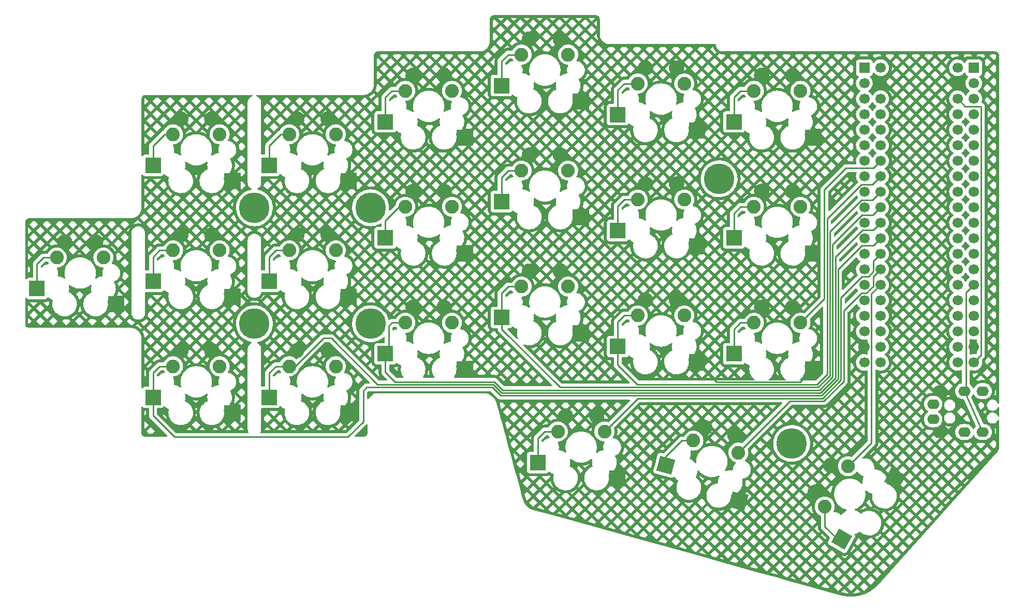
<source format=gtl>
G04 #@! TF.GenerationSoftware,KiCad,Pcbnew,(6.0.7-1)-1*
G04 #@! TF.CreationDate,2022-08-21T15:38:58+10:00*
G04 #@! TF.ProjectId,jantor,6a616e74-6f72-42e6-9b69-6361645f7063,rev?*
G04 #@! TF.SameCoordinates,Original*
G04 #@! TF.FileFunction,Copper,L1,Top*
G04 #@! TF.FilePolarity,Positive*
%FSLAX46Y46*%
G04 Gerber Fmt 4.6, Leading zero omitted, Abs format (unit mm)*
G04 Created by KiCad (PCBNEW (6.0.7-1)-1) date 2022-08-21 15:38:58*
%MOMM*%
%LPD*%
G01*
G04 APERTURE LIST*
G04 Aperture macros list*
%AMRotRect*
0 Rectangle, with rotation*
0 The origin of the aperture is its center*
0 $1 length*
0 $2 width*
0 $3 Rotation angle, in degrees counterclockwise*
0 Add horizontal line*
21,1,$1,$2,0,0,$3*%
G04 Aperture macros list end*
G04 #@! TA.AperFunction,ComponentPad*
%ADD10C,2.250000*%
G04 #@! TD*
G04 #@! TA.AperFunction,SMDPad,CuDef*
%ADD11R,2.550000X2.500000*%
G04 #@! TD*
G04 #@! TA.AperFunction,ComponentPad*
%ADD12O,2.000000X1.600000*%
G04 #@! TD*
G04 #@! TA.AperFunction,SMDPad,CuDef*
%ADD13RotRect,2.550000X2.500000X345.000000*%
G04 #@! TD*
G04 #@! TA.AperFunction,SMDPad,CuDef*
%ADD14RotRect,2.550000X2.500000X60.000000*%
G04 #@! TD*
G04 #@! TA.AperFunction,ComponentPad*
%ADD15C,1.700000*%
G04 #@! TD*
G04 #@! TA.AperFunction,ComponentPad*
%ADD16R,1.700000X1.700000*%
G04 #@! TD*
G04 #@! TA.AperFunction,ComponentPad*
%ADD17C,5.000000*%
G04 #@! TD*
G04 #@! TA.AperFunction,Conductor*
%ADD18C,0.250000*%
G04 #@! TD*
G04 APERTURE END LIST*
D10*
X149377500Y-52085000D03*
X156997500Y-52085000D03*
D11*
X146102500Y-57165000D03*
D10*
X155727500Y-49545000D03*
X150647500Y-49545000D03*
D11*
X159029500Y-59705000D03*
X165102500Y-88040000D03*
D10*
X168377500Y-82960000D03*
X175997500Y-82960000D03*
X169647500Y-80420000D03*
X174727500Y-80420000D03*
D11*
X178029500Y-90580000D03*
D10*
X225377500Y-82960000D03*
X232997500Y-82960000D03*
D11*
X222102500Y-88040000D03*
X235029500Y-90580000D03*
D10*
X231727500Y-80420000D03*
X226647500Y-80420000D03*
X206377500Y-43772500D03*
D11*
X203102500Y-48852500D03*
D10*
X213997500Y-43772500D03*
X212727500Y-41232500D03*
X207647500Y-41232500D03*
D11*
X216029500Y-51392500D03*
D10*
X130377500Y-52085000D03*
D11*
X127102500Y-57165000D03*
D10*
X137997500Y-52085000D03*
X136727500Y-49545000D03*
X131647500Y-49545000D03*
D11*
X140029500Y-59705000D03*
D12*
X254700000Y-98762500D03*
X254700000Y-96262500D03*
X255800000Y-100862500D03*
X255800000Y-94162500D03*
X262800000Y-100862500D03*
X259800000Y-94162500D03*
X262800000Y-94162500D03*
X259800000Y-100862500D03*
D10*
X213997500Y-62772500D03*
X206377500Y-62772500D03*
D11*
X203102500Y-67852500D03*
D10*
X212727500Y-60232500D03*
D11*
X216029500Y-70392500D03*
D10*
X207647500Y-60232500D03*
X222837578Y-104220149D03*
X215477223Y-102247948D03*
D13*
X210999015Y-106307219D03*
D10*
X222268252Y-101437997D03*
D13*
X222828138Y-112106424D03*
D10*
X217361349Y-100123196D03*
X111377500Y-72272500D03*
X118997500Y-72272500D03*
D11*
X108102500Y-77352500D03*
X121029500Y-79892500D03*
D10*
X117727500Y-69732500D03*
X112647500Y-69732500D03*
D14*
X239719705Y-118437040D03*
D10*
X236957795Y-113060807D03*
X240767795Y-106461693D03*
D14*
X248382909Y-108511930D03*
D10*
X235393091Y-110690955D03*
X237933091Y-106291545D03*
X168377500Y-44960000D03*
X175997500Y-44960000D03*
D11*
X165102500Y-50040000D03*
D10*
X174727500Y-42420000D03*
X169647500Y-42420000D03*
D11*
X178029500Y-52580000D03*
D10*
X130377500Y-90085000D03*
X137997500Y-90085000D03*
D11*
X127102500Y-95165000D03*
X140029500Y-97705000D03*
D10*
X131647500Y-87545000D03*
X136727500Y-87545000D03*
X156997500Y-90085000D03*
X149377500Y-90085000D03*
D11*
X146102500Y-95165000D03*
D10*
X150647500Y-87545000D03*
D11*
X159029500Y-97705000D03*
D10*
X155727500Y-87545000D03*
X150647500Y-68545000D03*
D11*
X159029500Y-78705000D03*
D10*
X155727500Y-68545000D03*
D11*
X146102500Y-76165000D03*
D10*
X149377500Y-71085000D03*
X156997500Y-71085000D03*
X200935000Y-100772500D03*
X193315000Y-100772500D03*
D11*
X190040000Y-105852500D03*
X202967000Y-108392500D03*
D10*
X199665000Y-98232500D03*
X194585000Y-98232500D03*
X168377500Y-63960000D03*
D11*
X165102500Y-69040000D03*
D10*
X175997500Y-63960000D03*
X174727500Y-61420000D03*
X169647500Y-61420000D03*
D11*
X178029500Y-71580000D03*
X222102500Y-50040000D03*
D10*
X225377500Y-44960000D03*
X232997500Y-44960000D03*
D11*
X235029500Y-52580000D03*
D10*
X226647500Y-42420000D03*
X231727500Y-42420000D03*
D11*
X127102500Y-76165000D03*
D10*
X130377500Y-71085000D03*
X137997500Y-71085000D03*
X131647500Y-68545000D03*
D11*
X140029500Y-78705000D03*
D10*
X136727500Y-68545000D03*
X187377500Y-39022500D03*
D11*
X184102500Y-44102500D03*
D10*
X194997500Y-39022500D03*
X188647500Y-36482500D03*
D11*
X197029500Y-46642500D03*
D10*
X193727500Y-36482500D03*
X187377500Y-58022500D03*
D11*
X184102500Y-63102500D03*
D10*
X194997500Y-58022500D03*
X188647500Y-55482500D03*
D11*
X197029500Y-65642500D03*
D10*
X193727500Y-55482500D03*
X187377500Y-77022500D03*
D11*
X184102500Y-82102500D03*
D10*
X194997500Y-77022500D03*
D11*
X197029500Y-84642500D03*
D10*
X193727500Y-74482500D03*
X188647500Y-74482500D03*
D15*
X258677500Y-41192500D03*
X246097500Y-41172500D03*
X258677500Y-43732500D03*
X246097500Y-43712500D03*
X246097500Y-46252500D03*
X258677500Y-46272500D03*
X246097500Y-48792500D03*
X258677500Y-48812500D03*
X258677500Y-51352500D03*
X246097500Y-51332500D03*
X258677500Y-53892500D03*
X246097500Y-53872500D03*
X258677500Y-56432500D03*
X246097500Y-56412500D03*
X258677500Y-58972500D03*
X246097500Y-58952500D03*
X246097500Y-61492500D03*
X258677500Y-61512500D03*
X246097500Y-64032500D03*
X258677500Y-64052500D03*
X258677500Y-66592500D03*
X246097500Y-66572500D03*
X258677500Y-69132500D03*
X246097500Y-69112500D03*
X246097500Y-71652500D03*
X258677500Y-71672500D03*
X258677500Y-74212500D03*
X246097500Y-74192500D03*
X258677500Y-76752500D03*
X246097500Y-76732500D03*
X246097500Y-79272500D03*
X258677500Y-79292500D03*
X246097500Y-81812500D03*
X258677500Y-81832500D03*
X246097500Y-84352500D03*
X258677500Y-84372500D03*
X246097500Y-86892500D03*
X258677500Y-86912500D03*
X246097500Y-89432500D03*
X258677500Y-89452500D03*
X243437500Y-89452500D03*
X261337500Y-89432500D03*
X243437500Y-86912500D03*
X261337500Y-86892500D03*
X261337500Y-84352500D03*
X243437500Y-84372500D03*
X243437500Y-81832500D03*
X261337500Y-81812500D03*
X243437500Y-79292500D03*
X261337500Y-79272500D03*
X243437500Y-76752500D03*
X261337500Y-76732500D03*
X243437500Y-74212500D03*
X261337500Y-74192500D03*
X261337500Y-71652500D03*
X243437500Y-71672500D03*
X261337500Y-69112500D03*
X243437500Y-69132500D03*
X243437500Y-66592500D03*
X261337500Y-66572500D03*
X243437500Y-64052500D03*
X261337500Y-64032500D03*
X261337500Y-61492500D03*
X243437500Y-61512500D03*
X261337500Y-58952500D03*
X243437500Y-58972500D03*
X261337500Y-56412500D03*
X243437500Y-56432500D03*
X243437500Y-53892500D03*
X261337500Y-53872500D03*
X243437500Y-51352500D03*
X261337500Y-51332500D03*
X243437500Y-48812500D03*
X261337500Y-48792500D03*
X261337500Y-46252500D03*
X243437500Y-46272500D03*
X261337500Y-43712500D03*
X243437500Y-43732500D03*
D16*
X243437500Y-41192500D03*
X261337500Y-41172500D03*
D11*
X222102500Y-69040000D03*
D10*
X232997500Y-63960000D03*
X225377500Y-63960000D03*
D11*
X235029500Y-71580000D03*
D10*
X226647500Y-61420000D03*
X231727500Y-61420000D03*
D11*
X203102500Y-86852500D03*
D10*
X213997500Y-81772500D03*
X206377500Y-81772500D03*
X207647500Y-79232500D03*
D11*
X216029500Y-89392500D03*
D10*
X212727500Y-79232500D03*
D17*
X162687500Y-64125000D03*
X143687500Y-64125000D03*
X231562500Y-102718750D03*
X219687500Y-59375000D03*
X143687500Y-83125000D03*
X162687500Y-83125000D03*
D18*
X244902500Y-67767500D02*
X243140799Y-67767500D01*
X243140799Y-67767500D02*
X238706250Y-72202049D01*
X246097500Y-66572500D02*
X244902500Y-67767500D01*
X238706250Y-91987438D02*
X236268688Y-94425000D01*
X238706250Y-72202049D02*
X238706250Y-91987438D01*
X236268688Y-94425000D02*
X184105146Y-94425000D01*
X184105146Y-94425000D02*
X182755146Y-93075000D01*
X182755146Y-93075000D02*
X163816555Y-93075000D01*
X156241555Y-85500000D02*
X154968750Y-85500000D01*
X154968750Y-85500000D02*
X150383750Y-90085000D01*
X163816555Y-93075000D02*
X156241555Y-85500000D01*
X150383750Y-90085000D02*
X149377500Y-90085000D01*
X159029500Y-97705000D02*
X159697427Y-97037073D01*
X246097500Y-69112500D02*
X244902500Y-70307500D01*
X161500000Y-99156250D02*
X158986250Y-101670000D01*
X244902500Y-70307500D02*
X243067500Y-70307500D01*
X161500000Y-94076104D02*
X161500000Y-99156250D01*
X243067500Y-70307500D02*
X239156250Y-74218750D01*
X239156250Y-74218750D02*
X239156250Y-92173834D01*
X239156250Y-92173834D02*
X236455084Y-94875000D01*
X236455084Y-94875000D02*
X183918750Y-94875000D01*
X182568750Y-93525000D02*
X162051104Y-93525000D01*
X183918750Y-94875000D02*
X182568750Y-93525000D01*
X162051104Y-93525000D02*
X161500000Y-94076104D01*
X158986250Y-101670000D02*
X130592040Y-101670000D01*
X130592040Y-101670000D02*
X127102500Y-98180460D01*
X127102500Y-98180460D02*
X127102500Y-95165000D01*
X246097500Y-64032500D02*
X244817500Y-65312500D01*
X243055799Y-65312500D02*
X238256250Y-70112049D01*
X238256250Y-70112049D02*
X238256250Y-91801042D01*
X244817500Y-65312500D02*
X243055799Y-65312500D01*
X238256250Y-91801042D02*
X236082292Y-93975000D01*
X236082292Y-93975000D02*
X184291542Y-93975000D01*
X184291542Y-93975000D02*
X182941542Y-92625000D01*
X182941542Y-92625000D02*
X166672040Y-92625000D01*
X166672040Y-92625000D02*
X165102500Y-91055460D01*
X165102500Y-91055460D02*
X165102500Y-88040000D01*
X246097500Y-58952500D02*
X244712500Y-60337500D01*
X244712500Y-60337500D02*
X242950799Y-60337500D01*
X242950799Y-60337500D02*
X237356250Y-65932049D01*
X237356250Y-65932049D02*
X237356250Y-91428250D01*
X237356250Y-91428250D02*
X235709500Y-93075000D01*
X235709500Y-93075000D02*
X206309540Y-93075000D01*
X206309540Y-93075000D02*
X203102500Y-89867960D01*
X203102500Y-89867960D02*
X203102500Y-86852500D01*
X184102500Y-82102500D02*
X184127500Y-82102500D01*
X184127500Y-82102500D02*
X184127500Y-83996253D01*
X244712500Y-62877500D02*
X246097500Y-61492500D01*
X184127500Y-83996253D02*
X193656247Y-93525000D01*
X193656247Y-93525000D02*
X235895896Y-93525000D01*
X235895896Y-93525000D02*
X237806250Y-91614646D01*
X237806250Y-91614646D02*
X237806250Y-68022049D01*
X237806250Y-68022049D02*
X242950799Y-62877500D01*
X242950799Y-62877500D02*
X244712500Y-62877500D01*
X200935000Y-100772500D02*
X206382500Y-95325000D01*
X236641480Y-95325000D02*
X239606250Y-92360230D01*
X206382500Y-95325000D02*
X236641480Y-95325000D01*
X239606250Y-92360230D02*
X239606250Y-78833750D01*
X239606250Y-78833750D02*
X243052500Y-75387500D01*
X243052500Y-75387500D02*
X244112500Y-75387500D01*
X244112500Y-75387500D02*
X244922500Y-74577500D01*
X244922500Y-74577500D02*
X244922500Y-72827500D01*
X244922500Y-72827500D02*
X246097500Y-71652500D01*
X222837578Y-104220149D02*
X231282727Y-95775000D01*
X231282727Y-95775000D02*
X236827876Y-95775000D01*
X236827876Y-95775000D02*
X240056250Y-92546626D01*
X240056250Y-92546626D02*
X240056250Y-81012049D01*
X240056250Y-81012049D02*
X242950799Y-78117500D01*
X242950799Y-78117500D02*
X243734201Y-78117500D01*
X243734201Y-78117500D02*
X244883750Y-76967951D01*
X244883750Y-76967951D02*
X244883750Y-75406250D01*
X244883750Y-75406250D02*
X246097500Y-74192500D01*
X235029500Y-90580000D02*
X232984500Y-92625000D01*
X232984500Y-92625000D02*
X219262000Y-92625000D01*
X219262000Y-92625000D02*
X216029500Y-89392500D01*
X168377500Y-82960000D02*
X166182675Y-82960000D01*
X166182675Y-82960000D02*
X165656250Y-83486425D01*
X165656250Y-83486425D02*
X165656250Y-87486250D01*
X165656250Y-87486250D02*
X165102500Y-88040000D01*
X146102500Y-57165000D02*
X146102500Y-53991250D01*
X146102500Y-53991250D02*
X148008750Y-52085000D01*
X148008750Y-52085000D02*
X149377500Y-52085000D01*
X127102500Y-57165000D02*
X127102500Y-53991250D01*
X127102500Y-53991250D02*
X129008750Y-52085000D01*
X129008750Y-52085000D02*
X130377500Y-52085000D01*
X215477223Y-102247948D02*
X213627052Y-102247948D01*
X213627052Y-102247948D02*
X210999015Y-104875985D01*
X210999015Y-104875985D02*
X210999015Y-106307219D01*
X236957795Y-113060807D02*
X236957795Y-116347712D01*
X236957795Y-116347712D02*
X239047123Y-118437040D01*
X239047123Y-118437040D02*
X239719705Y-118437040D01*
X225377500Y-82960000D02*
X223182675Y-82960000D01*
X222102500Y-84040175D02*
X222102500Y-88040000D01*
X223182675Y-82960000D02*
X222102500Y-84040175D01*
X225377500Y-63960000D02*
X223182675Y-63960000D01*
X223182675Y-63960000D02*
X222102500Y-65040175D01*
X222102500Y-65040175D02*
X222102500Y-69040000D01*
X225377500Y-44960000D02*
X223182675Y-44960000D01*
X223182675Y-44960000D02*
X222102500Y-46040175D01*
X222102500Y-46040175D02*
X222102500Y-50040000D01*
X206377500Y-62772500D02*
X204182675Y-62772500D01*
X204182675Y-62772500D02*
X203102500Y-63852675D01*
X203102500Y-63852675D02*
X203102500Y-67852500D01*
X206377500Y-81772500D02*
X204182675Y-81772500D01*
X204182675Y-81772500D02*
X203102500Y-82852675D01*
X203102500Y-82852675D02*
X203102500Y-86852500D01*
X193315000Y-100772500D02*
X191120175Y-100772500D01*
X191120175Y-100772500D02*
X190040000Y-101852675D01*
X190040000Y-101852675D02*
X190040000Y-105852500D01*
X187377500Y-77022500D02*
X185182675Y-77022500D01*
X185182675Y-77022500D02*
X184102500Y-78102675D01*
X184102500Y-78102675D02*
X184102500Y-82102500D01*
X187377500Y-58022500D02*
X185182675Y-58022500D01*
X184102500Y-59102675D02*
X184102500Y-63102500D01*
X185182675Y-58022500D02*
X184102500Y-59102675D01*
X168377500Y-63960000D02*
X167347498Y-63960000D01*
X167347498Y-63960000D02*
X165102500Y-66204998D01*
X165102500Y-66204998D02*
X165102500Y-69040000D01*
X149377500Y-90085000D02*
X147182675Y-90085000D01*
X147182675Y-90085000D02*
X146102500Y-91165175D01*
X146102500Y-91165175D02*
X146102500Y-95165000D01*
X149377500Y-71085000D02*
X147182675Y-71085000D01*
X147182675Y-71085000D02*
X146102500Y-72165175D01*
X146102500Y-72165175D02*
X146102500Y-76165000D01*
X130377500Y-71085000D02*
X128182675Y-71085000D01*
X128182675Y-71085000D02*
X127102500Y-72165175D01*
X127102500Y-72165175D02*
X127102500Y-76165000D01*
X130377500Y-90085000D02*
X128182675Y-90085000D01*
X128182675Y-90085000D02*
X127102500Y-91165175D01*
X127102500Y-91165175D02*
X127102500Y-95165000D01*
X111377500Y-72272500D02*
X109182675Y-72272500D01*
X109182675Y-72272500D02*
X108102500Y-73352675D01*
X108102500Y-73352675D02*
X108102500Y-77352500D01*
X168377500Y-44960000D02*
X166182675Y-44960000D01*
X165102500Y-46040175D02*
X165102500Y-50040000D01*
X166182675Y-44960000D02*
X165102500Y-46040175D01*
X187377500Y-39022500D02*
X185182675Y-39022500D01*
X185182675Y-39022500D02*
X184102500Y-40102675D01*
X184102500Y-40102675D02*
X184102500Y-44102500D01*
X206377500Y-43772500D02*
X204182675Y-43772500D01*
X204182675Y-43772500D02*
X203102500Y-44852675D01*
X203102500Y-44852675D02*
X203102500Y-48852500D01*
X261337500Y-89432500D02*
X262512500Y-88257500D01*
X262512500Y-88257500D02*
X262512500Y-47577477D01*
X259905000Y-47500000D02*
X258677500Y-46272500D01*
X262512500Y-47577477D02*
X262435023Y-47500000D01*
X262435023Y-47500000D02*
X259905000Y-47500000D01*
X259800000Y-94162500D02*
X260062500Y-93900000D01*
X260062500Y-93900000D02*
X260062500Y-78007500D01*
X260062500Y-78007500D02*
X261337500Y-76732500D01*
X259800000Y-94162500D02*
X262800000Y-100862500D01*
X240767795Y-106461693D02*
X244612500Y-102616988D01*
X244612500Y-102616988D02*
X244612500Y-78217500D01*
X244612500Y-78217500D02*
X246097500Y-76732500D01*
X236906250Y-79051250D02*
X236906250Y-61156250D01*
X232997500Y-82960000D02*
X236906250Y-79051250D01*
X236906250Y-61156250D02*
X240455000Y-57607500D01*
X240455000Y-57607500D02*
X244902500Y-57607500D01*
X244902500Y-57607500D02*
X246097500Y-56412500D01*
G04 #@! TA.AperFunction,Conductor*
G36*
X199470018Y-32572500D02*
G01*
X199484852Y-32574810D01*
X199484855Y-32574810D01*
X199493724Y-32576191D01*
X199502626Y-32575027D01*
X199502750Y-32575011D01*
X199533192Y-32574740D01*
X199567732Y-32578632D01*
X199636987Y-32586435D01*
X199664489Y-32592712D01*
X199781216Y-32633556D01*
X199806628Y-32645795D01*
X199911331Y-32711584D01*
X199933390Y-32729176D01*
X200020824Y-32816610D01*
X200038416Y-32838669D01*
X200104205Y-32943372D01*
X200116447Y-32968793D01*
X200157286Y-33085505D01*
X200163565Y-33113013D01*
X200174518Y-33210226D01*
X200174423Y-33225868D01*
X200175300Y-33225879D01*
X200175190Y-33234851D01*
X200173809Y-33243724D01*
X200174973Y-33252626D01*
X200174973Y-33252628D01*
X200177936Y-33275283D01*
X200179000Y-33291621D01*
X200179000Y-35575633D01*
X200177500Y-35595018D01*
X200173809Y-35618724D01*
X200174714Y-35625647D01*
X200174956Y-35629030D01*
X200174955Y-35629107D01*
X200174977Y-35629328D01*
X200177518Y-35664856D01*
X200191975Y-35866982D01*
X200192931Y-35871376D01*
X200223690Y-36012773D01*
X200243543Y-36104039D01*
X200328324Y-36331343D01*
X200444590Y-36544269D01*
X200589975Y-36738481D01*
X200761519Y-36910025D01*
X200955731Y-37055410D01*
X201168657Y-37171676D01*
X201395961Y-37256457D01*
X201400347Y-37257411D01*
X201400350Y-37257412D01*
X201530262Y-37285672D01*
X201633018Y-37308025D01*
X201637506Y-37308346D01*
X201839486Y-37322792D01*
X201851396Y-37324216D01*
X201862448Y-37326076D01*
X201868966Y-37326155D01*
X201870140Y-37326170D01*
X201870143Y-37326170D01*
X201875000Y-37326229D01*
X201902624Y-37322273D01*
X201920486Y-37321000D01*
X219044411Y-37321000D01*
X219063783Y-37322498D01*
X219071359Y-37323677D01*
X219135592Y-37353918D01*
X219173279Y-37414086D01*
X219177500Y-37437205D01*
X219191586Y-37598355D01*
X219241497Y-37784666D01*
X219243817Y-37789643D01*
X219243819Y-37789647D01*
X219318965Y-37950814D01*
X219323005Y-37959478D01*
X219326160Y-37963984D01*
X219419663Y-38097525D01*
X219433634Y-38117479D01*
X219570021Y-38253866D01*
X219574526Y-38257020D01*
X219574528Y-38257022D01*
X219704902Y-38348307D01*
X219728022Y-38364495D01*
X219733006Y-38366819D01*
X219733008Y-38366820D01*
X219897853Y-38443681D01*
X219897857Y-38443683D01*
X219902834Y-38446003D01*
X220089145Y-38495914D01*
X220192831Y-38504977D01*
X220239426Y-38509050D01*
X220249352Y-38510316D01*
X220268741Y-38513577D01*
X220273607Y-38513636D01*
X220273608Y-38513636D01*
X220274789Y-38513650D01*
X220281293Y-38513729D01*
X220286107Y-38513039D01*
X220286110Y-38513039D01*
X220308893Y-38509774D01*
X220326766Y-38508500D01*
X264763133Y-38508500D01*
X264782518Y-38510000D01*
X264797352Y-38512310D01*
X264797355Y-38512310D01*
X264806224Y-38513691D01*
X264815126Y-38512527D01*
X264815250Y-38512511D01*
X264845692Y-38512240D01*
X264860603Y-38513920D01*
X264949487Y-38523935D01*
X264976989Y-38530212D01*
X265093716Y-38571056D01*
X265119126Y-38583294D01*
X265145529Y-38599884D01*
X265223831Y-38649084D01*
X265245890Y-38666676D01*
X265333324Y-38754110D01*
X265350916Y-38776169D01*
X265406623Y-38864826D01*
X265416705Y-38880872D01*
X265428946Y-38906292D01*
X265433412Y-38919054D01*
X265469786Y-39023005D01*
X265476065Y-39050513D01*
X265487018Y-39147726D01*
X265486923Y-39163368D01*
X265487800Y-39163379D01*
X265487690Y-39172351D01*
X265486309Y-39181224D01*
X265487473Y-39190126D01*
X265487473Y-39190128D01*
X265490436Y-39212783D01*
X265491500Y-39229121D01*
X265491500Y-96087633D01*
X265471498Y-96155754D01*
X265417842Y-96202247D01*
X265347568Y-96212351D01*
X265282988Y-96182857D01*
X265250393Y-96138882D01*
X265193803Y-96011778D01*
X265193802Y-96011776D01*
X265191118Y-96005748D01*
X265183604Y-95995405D01*
X265132829Y-95925520D01*
X265078866Y-95851247D01*
X265073955Y-95846825D01*
X264941852Y-95727879D01*
X264941851Y-95727878D01*
X264936944Y-95723460D01*
X264783902Y-95635101D01*
X264777279Y-95631277D01*
X264777278Y-95631276D01*
X264771556Y-95627973D01*
X264589928Y-95568958D01*
X264583367Y-95568268D01*
X264583365Y-95568268D01*
X264530111Y-95562671D01*
X264447610Y-95554000D01*
X264352390Y-95554000D01*
X264269889Y-95562671D01*
X264216635Y-95568268D01*
X264216633Y-95568268D01*
X264210072Y-95568958D01*
X264028444Y-95627973D01*
X264022722Y-95631276D01*
X264022721Y-95631277D01*
X264016098Y-95635101D01*
X263863056Y-95723460D01*
X263858149Y-95727878D01*
X263858148Y-95727879D01*
X263726045Y-95846825D01*
X263721134Y-95851247D01*
X263667171Y-95925520D01*
X263616397Y-95995405D01*
X263608882Y-96005748D01*
X263606198Y-96011776D01*
X263606197Y-96011778D01*
X263537672Y-96165688D01*
X263531206Y-96180212D01*
X263514953Y-96256678D01*
X263493465Y-96357769D01*
X263491500Y-96367013D01*
X263491500Y-96557987D01*
X263492872Y-96564439D01*
X263492872Y-96564444D01*
X263505332Y-96623063D01*
X263531206Y-96744788D01*
X263533891Y-96750818D01*
X263533891Y-96750819D01*
X263604076Y-96908457D01*
X263608882Y-96919252D01*
X263612762Y-96924593D01*
X263612763Y-96924594D01*
X263626012Y-96942829D01*
X263721134Y-97073753D01*
X263726044Y-97078174D01*
X263726045Y-97078175D01*
X263803602Y-97148007D01*
X263863056Y-97201540D01*
X263935956Y-97243629D01*
X263994796Y-97277600D01*
X264028444Y-97297027D01*
X264210072Y-97356042D01*
X264216633Y-97356732D01*
X264216635Y-97356732D01*
X264269889Y-97362329D01*
X264352390Y-97371000D01*
X264447610Y-97371000D01*
X264530111Y-97362329D01*
X264583365Y-97356732D01*
X264583367Y-97356732D01*
X264589928Y-97356042D01*
X264771556Y-97297027D01*
X264805205Y-97277600D01*
X264864044Y-97243629D01*
X264936944Y-97201540D01*
X264996399Y-97148007D01*
X265073955Y-97078175D01*
X265073956Y-97078174D01*
X265078866Y-97073753D01*
X265173988Y-96942829D01*
X265187237Y-96924594D01*
X265187238Y-96924593D01*
X265191118Y-96919252D01*
X265195925Y-96908457D01*
X265250393Y-96786118D01*
X265296373Y-96732022D01*
X265364300Y-96711373D01*
X265432609Y-96730725D01*
X265479610Y-96783936D01*
X265491500Y-96837367D01*
X265491500Y-98187633D01*
X265471498Y-98255754D01*
X265417842Y-98302247D01*
X265347568Y-98312351D01*
X265282988Y-98282857D01*
X265250393Y-98238882D01*
X265193803Y-98111778D01*
X265193802Y-98111776D01*
X265191118Y-98105748D01*
X265078866Y-97951247D01*
X265039118Y-97915458D01*
X264941852Y-97827879D01*
X264941851Y-97827878D01*
X264936944Y-97823460D01*
X264815152Y-97753143D01*
X264777279Y-97731277D01*
X264777278Y-97731276D01*
X264771556Y-97727973D01*
X264589928Y-97668958D01*
X264583367Y-97668268D01*
X264583365Y-97668268D01*
X264530111Y-97662671D01*
X264447610Y-97654000D01*
X264352390Y-97654000D01*
X264269889Y-97662671D01*
X264216635Y-97668268D01*
X264216633Y-97668268D01*
X264210072Y-97668958D01*
X264028444Y-97727973D01*
X264022722Y-97731276D01*
X264022721Y-97731277D01*
X263984848Y-97753143D01*
X263863056Y-97823460D01*
X263858149Y-97827878D01*
X263858148Y-97827879D01*
X263760882Y-97915458D01*
X263721134Y-97951247D01*
X263608882Y-98105748D01*
X263606198Y-98111776D01*
X263606197Y-98111778D01*
X263549607Y-98238882D01*
X263531206Y-98280212D01*
X263520635Y-98329944D01*
X263492986Y-98460023D01*
X263491500Y-98467013D01*
X263491500Y-98657987D01*
X263492872Y-98664439D01*
X263492872Y-98664444D01*
X263507052Y-98731154D01*
X263531206Y-98844788D01*
X263533891Y-98850818D01*
X263533891Y-98850819D01*
X263604744Y-99009957D01*
X263608882Y-99019252D01*
X263612762Y-99024593D01*
X263612763Y-99024594D01*
X263630324Y-99048764D01*
X263721134Y-99173753D01*
X263726044Y-99178174D01*
X263726045Y-99178175D01*
X263816775Y-99259868D01*
X263863056Y-99301540D01*
X263939919Y-99345917D01*
X264020127Y-99392225D01*
X264028444Y-99397027D01*
X264210072Y-99456042D01*
X264216633Y-99456732D01*
X264216635Y-99456732D01*
X264269889Y-99462329D01*
X264352390Y-99471000D01*
X264447610Y-99471000D01*
X264530111Y-99462329D01*
X264583365Y-99456732D01*
X264583367Y-99456732D01*
X264589928Y-99456042D01*
X264771556Y-99397027D01*
X264779874Y-99392225D01*
X264860081Y-99345917D01*
X264936944Y-99301540D01*
X264983226Y-99259868D01*
X265073955Y-99178175D01*
X265073956Y-99178174D01*
X265078866Y-99173753D01*
X265169676Y-99048764D01*
X265187237Y-99024594D01*
X265187238Y-99024593D01*
X265191118Y-99019252D01*
X265195257Y-99009957D01*
X265250393Y-98886118D01*
X265296373Y-98832022D01*
X265364300Y-98811373D01*
X265432609Y-98830725D01*
X265479610Y-98883936D01*
X265491500Y-98937367D01*
X265491500Y-103240946D01*
X265490168Y-103252792D01*
X265490715Y-103252837D01*
X265489982Y-103261786D01*
X265487988Y-103270535D01*
X265488530Y-103279493D01*
X265488530Y-103279494D01*
X265488989Y-103287077D01*
X265488086Y-103311545D01*
X265465697Y-103477398D01*
X265465513Y-103478758D01*
X265462300Y-103494707D01*
X265449035Y-103543890D01*
X265411443Y-103683265D01*
X265406203Y-103698661D01*
X265331461Y-103879098D01*
X265324288Y-103893674D01*
X265254370Y-104015233D01*
X265226916Y-104062964D01*
X265217907Y-104076518D01*
X265194688Y-104106984D01*
X265138220Y-104181076D01*
X265119956Y-104205040D01*
X265103747Y-104222067D01*
X265101673Y-104224393D01*
X265094806Y-104230183D01*
X265089841Y-104237666D01*
X265089840Y-104237667D01*
X265080032Y-104252449D01*
X265068785Y-104266977D01*
X245480208Y-126077726D01*
X245470139Y-126086758D01*
X245470273Y-126086897D01*
X245463801Y-126093117D01*
X245456513Y-126098357D01*
X245442941Y-126115737D01*
X245428675Y-126131158D01*
X245200702Y-126339634D01*
X245132479Y-126402023D01*
X245125366Y-126408059D01*
X244784860Y-126676002D01*
X244777320Y-126681496D01*
X244417910Y-126923521D01*
X244409985Y-126928441D01*
X244164734Y-127068405D01*
X244044254Y-127137162D01*
X244033663Y-127143206D01*
X244025399Y-127147525D01*
X243806574Y-127251759D01*
X243634205Y-127333864D01*
X243625640Y-127337561D01*
X243221751Y-127494438D01*
X243212936Y-127497492D01*
X242798530Y-127624062D01*
X242789513Y-127626455D01*
X242366883Y-127722016D01*
X242357714Y-127723735D01*
X242343612Y-127725842D01*
X241929175Y-127787764D01*
X241919904Y-127788800D01*
X241487797Y-127820948D01*
X241478476Y-127821295D01*
X241259489Y-127821340D01*
X241045188Y-127821385D01*
X241035865Y-127821042D01*
X240995333Y-127818043D01*
X240603721Y-127789070D01*
X240594471Y-127788039D01*
X240260991Y-127738353D01*
X240165907Y-127724186D01*
X240156737Y-127722471D01*
X239772748Y-127635814D01*
X239749865Y-127628289D01*
X239745143Y-127626217D01*
X239745137Y-127626215D01*
X239736920Y-127622610D01*
X239709215Y-127619018D01*
X239691673Y-127615461D01*
X238691951Y-127337561D01*
X237801626Y-127090071D01*
X239661067Y-127090071D01*
X239799519Y-127128557D01*
X239800958Y-127128744D01*
X239809796Y-127130212D01*
X239844067Y-127137162D01*
X239852780Y-127139254D01*
X239887204Y-127148826D01*
X239895745Y-127151531D01*
X239907352Y-127155667D01*
X240252929Y-127233656D01*
X240654214Y-127293445D01*
X240859546Y-127308636D01*
X240916423Y-127251759D01*
X241620699Y-127251759D01*
X241676474Y-127307534D01*
X241869218Y-127293194D01*
X242270486Y-127233240D01*
X242666246Y-127143754D01*
X242868090Y-127082106D01*
X242329221Y-126543237D01*
X241620699Y-127251759D01*
X240916423Y-127251759D01*
X240207901Y-126543237D01*
X239661067Y-127090071D01*
X237801626Y-127090071D01*
X234481816Y-126167240D01*
X236341257Y-126167240D01*
X237450075Y-126475466D01*
X237734442Y-126191099D01*
X237734441Y-126191098D01*
X238438720Y-126191098D01*
X239147241Y-126899620D01*
X239855762Y-126191099D01*
X239855761Y-126191098D01*
X240560040Y-126191098D01*
X241268561Y-126899619D01*
X241977082Y-126191098D01*
X242681360Y-126191098D01*
X243386473Y-126896211D01*
X243397619Y-126891881D01*
X244098402Y-126191098D01*
X243389881Y-125482577D01*
X242681360Y-126191098D01*
X241977082Y-126191098D01*
X241268561Y-125482577D01*
X240560040Y-126191098D01*
X239855761Y-126191098D01*
X239147240Y-125482578D01*
X238438720Y-126191098D01*
X237734441Y-126191098D01*
X237025920Y-125482577D01*
X236341257Y-126167240D01*
X234481816Y-126167240D01*
X230752004Y-125130438D01*
X233135418Y-125130438D01*
X233337146Y-125332166D01*
X234130265Y-125552635D01*
X234552462Y-125130438D01*
X235256738Y-125130438D01*
X235965260Y-125838960D01*
X236673782Y-125130438D01*
X237378058Y-125130438D01*
X238086580Y-125838960D01*
X238795102Y-125130438D01*
X239499379Y-125130438D01*
X240207901Y-125838960D01*
X240916423Y-125130438D01*
X241620699Y-125130438D01*
X242329221Y-125838960D01*
X243037743Y-125130438D01*
X243742021Y-125130438D01*
X244450542Y-125838959D01*
X245159063Y-125130438D01*
X244450542Y-124421917D01*
X243742021Y-125130438D01*
X243037743Y-125130438D01*
X242329221Y-124421916D01*
X241620699Y-125130438D01*
X240916423Y-125130438D01*
X240207901Y-124421916D01*
X239499379Y-125130438D01*
X238795102Y-125130438D01*
X238086580Y-124421916D01*
X237378058Y-125130438D01*
X236673782Y-125130438D01*
X235965260Y-124421916D01*
X235256738Y-125130438D01*
X234552462Y-125130438D01*
X233843940Y-124421916D01*
X233135418Y-125130438D01*
X230752004Y-125130438D01*
X229502099Y-124782993D01*
X231361542Y-124782993D01*
X232361724Y-125061021D01*
X231722619Y-124421916D01*
X231361542Y-124782993D01*
X229502099Y-124782993D01*
X226182289Y-123860162D01*
X228041733Y-123860162D01*
X229150550Y-124168389D01*
X229249161Y-124069778D01*
X229953437Y-124069778D01*
X230399121Y-124515462D01*
X230810455Y-124629804D01*
X231370481Y-124069778D01*
X232074758Y-124069778D01*
X232783279Y-124778299D01*
X233491800Y-124069778D01*
X234196078Y-124069778D01*
X234904600Y-124778300D01*
X235613122Y-124069778D01*
X236317398Y-124069778D01*
X237025920Y-124778300D01*
X237734442Y-124069778D01*
X238438719Y-124069778D01*
X239147240Y-124778299D01*
X239855761Y-124069778D01*
X240560039Y-124069778D01*
X241268561Y-124778300D01*
X241977083Y-124069778D01*
X242681359Y-124069778D01*
X243389881Y-124778300D01*
X244098403Y-124069778D01*
X244802680Y-124069778D01*
X245511201Y-124778299D01*
X246219722Y-124069778D01*
X245511201Y-123361257D01*
X244802680Y-124069778D01*
X244098403Y-124069778D01*
X243389881Y-123361256D01*
X242681359Y-124069778D01*
X241977083Y-124069778D01*
X241268561Y-123361256D01*
X240560039Y-124069778D01*
X239855761Y-124069778D01*
X239147240Y-123361257D01*
X238438719Y-124069778D01*
X237734442Y-124069778D01*
X237025920Y-123361256D01*
X236317398Y-124069778D01*
X235613122Y-124069778D01*
X234904600Y-123361256D01*
X234196078Y-124069778D01*
X233491800Y-124069778D01*
X232783279Y-123361257D01*
X232074758Y-124069778D01*
X231370481Y-124069778D01*
X230661959Y-123361256D01*
X229953437Y-124069778D01*
X229249161Y-124069778D01*
X228540639Y-123361256D01*
X228041733Y-123860162D01*
X226182289Y-123860162D01*
X222862482Y-122937332D01*
X224721922Y-122937332D01*
X225830740Y-123245558D01*
X226067180Y-123009118D01*
X226771457Y-123009118D01*
X227461098Y-123698759D01*
X227490646Y-123706973D01*
X228188501Y-123009118D01*
X228892777Y-123009118D01*
X229601299Y-123717640D01*
X230309821Y-123009118D01*
X231014097Y-123009118D01*
X231722619Y-123717640D01*
X232431141Y-123009118D01*
X233135418Y-123009118D01*
X233843940Y-123717640D01*
X234552462Y-123009118D01*
X235256738Y-123009118D01*
X235965260Y-123717640D01*
X236673782Y-123009118D01*
X237378058Y-123009118D01*
X238086580Y-123717640D01*
X238795102Y-123009118D01*
X239499379Y-123009118D01*
X240207901Y-123717640D01*
X240916423Y-123009118D01*
X241620699Y-123009118D01*
X242329221Y-123717640D01*
X243037743Y-123009118D01*
X243742021Y-123009118D01*
X244450542Y-123717639D01*
X245159063Y-123009118D01*
X245863340Y-123009118D01*
X246571862Y-123717640D01*
X247280384Y-123009118D01*
X246571862Y-122300596D01*
X245863340Y-123009118D01*
X245159063Y-123009118D01*
X244450542Y-122300597D01*
X243742021Y-123009118D01*
X243037743Y-123009118D01*
X242329221Y-122300596D01*
X241620699Y-123009118D01*
X240916423Y-123009118D01*
X240207901Y-122300596D01*
X239499379Y-123009118D01*
X238795102Y-123009118D01*
X238086580Y-122300596D01*
X237378058Y-123009118D01*
X236673782Y-123009118D01*
X235965260Y-122300596D01*
X235256738Y-123009118D01*
X234552462Y-123009118D01*
X233843940Y-122300596D01*
X233135418Y-123009118D01*
X232431141Y-123009118D01*
X231722619Y-122300596D01*
X231014097Y-123009118D01*
X230309821Y-123009118D01*
X229601299Y-122300596D01*
X228892777Y-123009118D01*
X228188501Y-123009118D01*
X227479979Y-122300596D01*
X226771457Y-123009118D01*
X226067180Y-123009118D01*
X225358658Y-122300596D01*
X224721922Y-122937332D01*
X222862482Y-122937332D01*
X219305087Y-121948458D01*
X221468156Y-121948458D01*
X221585051Y-122065353D01*
X222510931Y-122322727D01*
X222885200Y-121948458D01*
X223589476Y-121948458D01*
X224297998Y-122656980D01*
X225006520Y-121948458D01*
X225710798Y-121948458D01*
X226419319Y-122656979D01*
X227127840Y-121948458D01*
X227832117Y-121948458D01*
X228540639Y-122656980D01*
X229249161Y-121948458D01*
X229953437Y-121948458D01*
X230661959Y-122656980D01*
X231370481Y-121948458D01*
X232074758Y-121948458D01*
X232783279Y-122656979D01*
X233491800Y-121948458D01*
X234196078Y-121948458D01*
X234904600Y-122656980D01*
X235613122Y-121948458D01*
X236317398Y-121948458D01*
X237025920Y-122656980D01*
X237734442Y-121948458D01*
X238438719Y-121948458D01*
X239147240Y-122656979D01*
X239855761Y-121948458D01*
X240560039Y-121948458D01*
X241268561Y-122656980D01*
X241977083Y-121948458D01*
X242681359Y-121948458D01*
X243389881Y-122656980D01*
X244098403Y-121948458D01*
X244802680Y-121948458D01*
X245511201Y-122656979D01*
X246219722Y-121948458D01*
X246924000Y-121948458D01*
X247632522Y-122656980D01*
X248341044Y-121948458D01*
X247632522Y-121239936D01*
X246924000Y-121948458D01*
X246219722Y-121948458D01*
X245511201Y-121239937D01*
X244802680Y-121948458D01*
X244098403Y-121948458D01*
X243389881Y-121239936D01*
X242681359Y-121948458D01*
X241977083Y-121948458D01*
X241268561Y-121239936D01*
X240560039Y-121948458D01*
X239855761Y-121948458D01*
X239147240Y-121239937D01*
X238438719Y-121948458D01*
X237734442Y-121948458D01*
X237025920Y-121239936D01*
X236317398Y-121948458D01*
X235613122Y-121948458D01*
X234904600Y-121239936D01*
X234196078Y-121948458D01*
X233491800Y-121948458D01*
X232783279Y-121239937D01*
X232074758Y-121948458D01*
X231370481Y-121948458D01*
X230661959Y-121239936D01*
X229953437Y-121948458D01*
X229249161Y-121948458D01*
X228540639Y-121239936D01*
X227832117Y-121948458D01*
X227127840Y-121948458D01*
X226419319Y-121239937D01*
X225710798Y-121948458D01*
X225006520Y-121948458D01*
X224297998Y-121239936D01*
X223589476Y-121948458D01*
X222885200Y-121948458D01*
X222176678Y-121239936D01*
X221468156Y-121948458D01*
X219305087Y-121948458D01*
X217882765Y-121553085D01*
X219742208Y-121553085D01*
X220609630Y-121794209D01*
X220055357Y-121239936D01*
X219742208Y-121553085D01*
X217882765Y-121553085D01*
X216115921Y-121061943D01*
X214562955Y-120630254D01*
X216422399Y-120630254D01*
X217531216Y-120938481D01*
X217581899Y-120887798D01*
X218286175Y-120887798D01*
X218647027Y-121248650D01*
X219191121Y-121399896D01*
X219703219Y-120887798D01*
X220407496Y-120887798D01*
X221116018Y-121596320D01*
X221824540Y-120887798D01*
X222528816Y-120887798D01*
X223237338Y-121596320D01*
X223945860Y-120887798D01*
X224650136Y-120887798D01*
X225358658Y-121596320D01*
X226067180Y-120887798D01*
X226771457Y-120887798D01*
X227479979Y-121596320D01*
X228188501Y-120887798D01*
X228892777Y-120887798D01*
X229601299Y-121596320D01*
X230309821Y-120887798D01*
X231014097Y-120887798D01*
X231722619Y-121596320D01*
X232431141Y-120887798D01*
X233135418Y-120887798D01*
X233843940Y-121596320D01*
X234552462Y-120887798D01*
X235256738Y-120887798D01*
X235965260Y-121596320D01*
X236673782Y-120887798D01*
X237378058Y-120887798D01*
X238086580Y-121596320D01*
X238661457Y-121021443D01*
X239633024Y-121021443D01*
X240207901Y-121596320D01*
X240916423Y-120887798D01*
X241620699Y-120887798D01*
X242329221Y-121596320D01*
X243037743Y-120887798D01*
X243742021Y-120887798D01*
X244450542Y-121596319D01*
X245159063Y-120887798D01*
X245863340Y-120887798D01*
X246571862Y-121596320D01*
X247280384Y-120887798D01*
X247984660Y-120887798D01*
X248693182Y-121596320D01*
X249401704Y-120887798D01*
X248693182Y-120179276D01*
X247984660Y-120887798D01*
X247280384Y-120887798D01*
X246571862Y-120179276D01*
X245863340Y-120887798D01*
X245159063Y-120887798D01*
X244450542Y-120179277D01*
X243742021Y-120887798D01*
X243037743Y-120887798D01*
X242329221Y-120179276D01*
X241620699Y-120887798D01*
X240916423Y-120887798D01*
X240894295Y-120865670D01*
X240888966Y-120870967D01*
X240866465Y-120891977D01*
X240860534Y-120897178D01*
X240748059Y-120989730D01*
X240740939Y-120995175D01*
X240712426Y-121015418D01*
X240704942Y-121020342D01*
X240674416Y-121038901D01*
X240666602Y-121043279D01*
X240635518Y-121059271D01*
X240627410Y-121063083D01*
X240493482Y-121120346D01*
X240485125Y-121123573D01*
X240452088Y-121134997D01*
X240443524Y-121137622D01*
X240409017Y-121146869D01*
X240400286Y-121148879D01*
X240365952Y-121155507D01*
X240357097Y-121156892D01*
X240212479Y-121174265D01*
X240203552Y-121175016D01*
X240168626Y-121176709D01*
X240159665Y-121176825D01*
X240123950Y-121176014D01*
X240115006Y-121175492D01*
X240080201Y-121172217D01*
X240071318Y-121171061D01*
X239927637Y-121147146D01*
X239919901Y-121145608D01*
X239889912Y-121138664D01*
X239882287Y-121136645D01*
X239852127Y-121127640D01*
X239844641Y-121125147D01*
X239815748Y-121114509D01*
X239808435Y-121111554D01*
X239751206Y-121086313D01*
X239748105Y-121084895D01*
X239736072Y-121079194D01*
X239733010Y-121077692D01*
X239720857Y-121071526D01*
X239717839Y-121069943D01*
X239706144Y-121063606D01*
X239703172Y-121061943D01*
X239633024Y-121021443D01*
X238661457Y-121021443D01*
X238795102Y-120887798D01*
X238086580Y-120179276D01*
X237378058Y-120887798D01*
X236673782Y-120887798D01*
X235965260Y-120179276D01*
X235256738Y-120887798D01*
X234552462Y-120887798D01*
X233843940Y-120179276D01*
X233135418Y-120887798D01*
X232431141Y-120887798D01*
X231722619Y-120179276D01*
X231014097Y-120887798D01*
X230309821Y-120887798D01*
X229601299Y-120179276D01*
X228892777Y-120887798D01*
X228188501Y-120887798D01*
X227479979Y-120179276D01*
X226771457Y-120887798D01*
X226067180Y-120887798D01*
X225358658Y-120179276D01*
X224650136Y-120887798D01*
X223945860Y-120887798D01*
X223237338Y-120179276D01*
X222528816Y-120887798D01*
X221824540Y-120887798D01*
X221116018Y-120179276D01*
X220407496Y-120887798D01*
X219703219Y-120887798D01*
X218994697Y-120179276D01*
X218286175Y-120887798D01*
X217581899Y-120887798D01*
X216873377Y-120179276D01*
X216422399Y-120630254D01*
X214562955Y-120630254D01*
X211243148Y-119707424D01*
X213102590Y-119707424D01*
X214211406Y-120015650D01*
X214399918Y-119827138D01*
X214399917Y-119827137D01*
X215104196Y-119827137D01*
X215709006Y-120431947D01*
X215871311Y-120477064D01*
X216521238Y-119827137D01*
X217225516Y-119827137D01*
X217934037Y-120535658D01*
X218642557Y-119827138D01*
X219346836Y-119827138D01*
X220055357Y-120535659D01*
X220763878Y-119827137D01*
X221468157Y-119827137D01*
X222176678Y-120535658D01*
X222885199Y-119827137D01*
X223589477Y-119827137D01*
X224297998Y-120535658D01*
X225006518Y-119827138D01*
X225710797Y-119827138D01*
X226419318Y-120535659D01*
X227127839Y-119827137D01*
X227832118Y-119827137D01*
X228540639Y-120535658D01*
X229249160Y-119827137D01*
X229953438Y-119827137D01*
X230661959Y-120535658D01*
X231370480Y-119827137D01*
X232074759Y-119827137D01*
X232783280Y-120535659D01*
X233491801Y-119827138D01*
X233491800Y-119827137D01*
X234196079Y-119827137D01*
X234904600Y-120535658D01*
X235613121Y-119827137D01*
X236317399Y-119827137D01*
X237025920Y-120535658D01*
X237672211Y-119889368D01*
X237454738Y-119763809D01*
X237451812Y-119762067D01*
X237440471Y-119755104D01*
X237437588Y-119753280D01*
X237426172Y-119745838D01*
X237423342Y-119743937D01*
X237412395Y-119736371D01*
X237409618Y-119734396D01*
X237359144Y-119697455D01*
X237352929Y-119692601D01*
X237329274Y-119672902D01*
X237323373Y-119667667D01*
X237300494Y-119646051D01*
X237294932Y-119640456D01*
X237273918Y-119617951D01*
X237268717Y-119612019D01*
X237176166Y-119499545D01*
X237170721Y-119492426D01*
X237150480Y-119463916D01*
X237145557Y-119456432D01*
X237126998Y-119425907D01*
X237122621Y-119418095D01*
X237106627Y-119387009D01*
X237102813Y-119378899D01*
X237045549Y-119244970D01*
X237042321Y-119236612D01*
X237030896Y-119203572D01*
X237028272Y-119195007D01*
X237019025Y-119160499D01*
X237017015Y-119151766D01*
X237013092Y-119131444D01*
X236317399Y-119827137D01*
X235613121Y-119827137D01*
X234904600Y-119118616D01*
X234196079Y-119827137D01*
X233491800Y-119827137D01*
X232783279Y-119118617D01*
X232074759Y-119827137D01*
X231370480Y-119827137D01*
X230661959Y-119118616D01*
X229953438Y-119827137D01*
X229249160Y-119827137D01*
X228540639Y-119118616D01*
X227832118Y-119827137D01*
X227127839Y-119827137D01*
X226419319Y-119118617D01*
X225710797Y-119827138D01*
X225006518Y-119827138D01*
X225006519Y-119827137D01*
X224297998Y-119118616D01*
X223589477Y-119827137D01*
X222885199Y-119827137D01*
X222176678Y-119118616D01*
X221468157Y-119827137D01*
X220763878Y-119827137D01*
X220055358Y-119118617D01*
X219346836Y-119827138D01*
X218642557Y-119827138D01*
X218642558Y-119827137D01*
X217934037Y-119118616D01*
X217225516Y-119827137D01*
X216521238Y-119827137D01*
X215812717Y-119118616D01*
X215104196Y-119827137D01*
X214399917Y-119827137D01*
X213691397Y-119118617D01*
X213102590Y-119707424D01*
X211243148Y-119707424D01*
X207858167Y-118766477D01*
X209800894Y-118766477D01*
X209832958Y-118798541D01*
X210891596Y-119092819D01*
X211217938Y-118766477D01*
X211922214Y-118766477D01*
X212630736Y-119474999D01*
X213339258Y-118766477D01*
X214043535Y-118766477D01*
X214752057Y-119474999D01*
X215460579Y-118766477D01*
X216164855Y-118766477D01*
X216873377Y-119474999D01*
X217581899Y-118766477D01*
X218286175Y-118766477D01*
X218994697Y-119474999D01*
X219703219Y-118766477D01*
X220407496Y-118766477D01*
X221116018Y-119474999D01*
X221824540Y-118766477D01*
X222528816Y-118766477D01*
X223237338Y-119474999D01*
X223945860Y-118766477D01*
X224650136Y-118766477D01*
X225358658Y-119474999D01*
X226067180Y-118766477D01*
X226771457Y-118766477D01*
X227479979Y-119474999D01*
X228188501Y-118766477D01*
X228892777Y-118766477D01*
X229601299Y-119474999D01*
X230309821Y-118766477D01*
X231014097Y-118766477D01*
X231722619Y-119474999D01*
X232431141Y-118766477D01*
X233135418Y-118766477D01*
X233843940Y-119474999D01*
X234552462Y-118766477D01*
X235256738Y-118766477D01*
X235965260Y-119474999D01*
X236673782Y-118766477D01*
X235965260Y-118057955D01*
X235256738Y-118766477D01*
X234552462Y-118766477D01*
X233843940Y-118057955D01*
X233135418Y-118766477D01*
X232431141Y-118766477D01*
X231722619Y-118057955D01*
X231014097Y-118766477D01*
X230309821Y-118766477D01*
X229601299Y-118057955D01*
X228892777Y-118766477D01*
X228188501Y-118766477D01*
X227479979Y-118057955D01*
X226771457Y-118766477D01*
X226067180Y-118766477D01*
X225358658Y-118057955D01*
X224650136Y-118766477D01*
X223945860Y-118766477D01*
X223237338Y-118057955D01*
X222528816Y-118766477D01*
X221824540Y-118766477D01*
X221116018Y-118057955D01*
X220407496Y-118766477D01*
X219703219Y-118766477D01*
X218994697Y-118057955D01*
X218286175Y-118766477D01*
X217581899Y-118766477D01*
X216873377Y-118057955D01*
X216164855Y-118766477D01*
X215460579Y-118766477D01*
X214752057Y-118057955D01*
X214043535Y-118766477D01*
X213339258Y-118766477D01*
X212630736Y-118057955D01*
X211922214Y-118766477D01*
X211217938Y-118766477D01*
X210509416Y-118057955D01*
X209800894Y-118766477D01*
X207858167Y-118766477D01*
X202943621Y-117400346D01*
X204803064Y-117400346D01*
X205911881Y-117708573D01*
X205914637Y-117705817D01*
X206618914Y-117705817D01*
X206894935Y-117981838D01*
X207571786Y-118169988D01*
X208035957Y-117705817D01*
X208740234Y-117705817D01*
X209448756Y-118414339D01*
X210157278Y-117705817D01*
X210861554Y-117705817D01*
X211570076Y-118414339D01*
X212278598Y-117705817D01*
X212982876Y-117705817D01*
X213691397Y-118414338D01*
X214399918Y-117705817D01*
X215104195Y-117705817D01*
X215812717Y-118414339D01*
X216521239Y-117705817D01*
X217225515Y-117705817D01*
X217934037Y-118414339D01*
X218642559Y-117705817D01*
X219346837Y-117705817D01*
X220055358Y-118414338D01*
X220763879Y-117705817D01*
X221468156Y-117705817D01*
X222176678Y-118414339D01*
X222885200Y-117705817D01*
X223589476Y-117705817D01*
X224297998Y-118414339D01*
X225006520Y-117705817D01*
X225710798Y-117705817D01*
X226419319Y-118414338D01*
X227127840Y-117705817D01*
X227832117Y-117705817D01*
X228540639Y-118414339D01*
X229249161Y-117705817D01*
X229953437Y-117705817D01*
X230661959Y-118414339D01*
X231370481Y-117705817D01*
X232074758Y-117705817D01*
X232783279Y-118414338D01*
X233491800Y-117705817D01*
X234196078Y-117705817D01*
X234904600Y-118414339D01*
X235613122Y-117705817D01*
X236317398Y-117705817D01*
X237025920Y-118414339D01*
X237225081Y-118215178D01*
X236516559Y-117506656D01*
X236317398Y-117705817D01*
X235613122Y-117705817D01*
X234904600Y-116997295D01*
X234196078Y-117705817D01*
X233491800Y-117705817D01*
X232783279Y-116997296D01*
X232074758Y-117705817D01*
X231370481Y-117705817D01*
X230661959Y-116997295D01*
X229953437Y-117705817D01*
X229249161Y-117705817D01*
X228540639Y-116997295D01*
X227832117Y-117705817D01*
X227127840Y-117705817D01*
X226419319Y-116997296D01*
X225710798Y-117705817D01*
X225006520Y-117705817D01*
X224297998Y-116997295D01*
X223589476Y-117705817D01*
X222885200Y-117705817D01*
X222176678Y-116997295D01*
X221468156Y-117705817D01*
X220763879Y-117705817D01*
X220055358Y-116997296D01*
X219346837Y-117705817D01*
X218642559Y-117705817D01*
X217934037Y-116997295D01*
X217225515Y-117705817D01*
X216521239Y-117705817D01*
X215812717Y-116997295D01*
X215104195Y-117705817D01*
X214399918Y-117705817D01*
X213691397Y-116997296D01*
X212982876Y-117705817D01*
X212278598Y-117705817D01*
X211570076Y-116997295D01*
X210861554Y-117705817D01*
X210157278Y-117705817D01*
X209448756Y-116997295D01*
X208740234Y-117705817D01*
X208035957Y-117705817D01*
X207327436Y-116997296D01*
X206618914Y-117705817D01*
X205914637Y-117705817D01*
X205206115Y-116997295D01*
X204803064Y-117400346D01*
X202943621Y-117400346D01*
X199623815Y-116477516D01*
X201483254Y-116477516D01*
X202592071Y-116785741D01*
X202732655Y-116645157D01*
X203436933Y-116645157D01*
X203956911Y-117165135D01*
X204251977Y-117247157D01*
X204853977Y-116645157D01*
X205558253Y-116645157D01*
X206266775Y-117353679D01*
X206975297Y-116645157D01*
X207679574Y-116645157D01*
X208388095Y-117353678D01*
X209096616Y-116645157D01*
X209800894Y-116645157D01*
X210509416Y-117353679D01*
X211217938Y-116645157D01*
X211922214Y-116645157D01*
X212630736Y-117353679D01*
X213339258Y-116645157D01*
X214043535Y-116645157D01*
X214752057Y-117353679D01*
X215460579Y-116645157D01*
X216164855Y-116645157D01*
X216873377Y-117353679D01*
X217581899Y-116645157D01*
X218286175Y-116645157D01*
X218994697Y-117353679D01*
X219703219Y-116645157D01*
X220407496Y-116645157D01*
X221116018Y-117353679D01*
X221824540Y-116645157D01*
X222528816Y-116645157D01*
X223237338Y-117353679D01*
X223945860Y-116645157D01*
X224650136Y-116645157D01*
X225358658Y-117353679D01*
X226067180Y-116645157D01*
X226771457Y-116645157D01*
X227479979Y-117353679D01*
X228188501Y-116645157D01*
X228892777Y-116645157D01*
X229601299Y-117353679D01*
X230309821Y-116645157D01*
X231014097Y-116645157D01*
X231722619Y-117353679D01*
X232431141Y-116645157D01*
X233135418Y-116645157D01*
X233843940Y-117353679D01*
X234552462Y-116645157D01*
X235256738Y-116645157D01*
X235965260Y-117353679D01*
X236162084Y-117156855D01*
X236146425Y-117142150D01*
X236140825Y-117136550D01*
X236119205Y-117113526D01*
X236113970Y-117107588D01*
X236094963Y-117084611D01*
X236075272Y-117062278D01*
X236070225Y-117056178D01*
X236050867Y-117031223D01*
X236046214Y-117024818D01*
X236028847Y-116999264D01*
X236024604Y-116992579D01*
X236011023Y-116969614D01*
X235995351Y-116948044D01*
X235990901Y-116941495D01*
X235974345Y-116915406D01*
X235970314Y-116908592D01*
X235955099Y-116880914D01*
X235951506Y-116873860D01*
X235938840Y-116846940D01*
X235925288Y-116820342D01*
X235921919Y-116813182D01*
X235909375Y-116784194D01*
X235906461Y-116776836D01*
X235895997Y-116747772D01*
X235893551Y-116740244D01*
X235886111Y-116714636D01*
X235876291Y-116689833D01*
X235873611Y-116682387D01*
X235864064Y-116653004D01*
X235861855Y-116645401D01*
X235854001Y-116614810D01*
X235852275Y-116607086D01*
X235846693Y-116577822D01*
X235840189Y-116548730D01*
X235838706Y-116540953D01*
X235833765Y-116509760D01*
X235832772Y-116501906D01*
X235829864Y-116471147D01*
X235829367Y-116463248D01*
X235828347Y-116430813D01*
X235828331Y-116430643D01*
X235828021Y-116426706D01*
X235827028Y-116410916D01*
X235826842Y-116406964D01*
X235826357Y-116391524D01*
X235826295Y-116387568D01*
X235826295Y-116365524D01*
X235824338Y-116303268D01*
X235824338Y-116295349D01*
X235825309Y-116264465D01*
X235825806Y-116256566D01*
X235826295Y-116251394D01*
X235826295Y-116075600D01*
X235256738Y-116645157D01*
X234552462Y-116645157D01*
X233843940Y-115936635D01*
X233135418Y-116645157D01*
X232431141Y-116645157D01*
X231722619Y-115936635D01*
X231014097Y-116645157D01*
X230309821Y-116645157D01*
X229601299Y-115936635D01*
X228892777Y-116645157D01*
X228188501Y-116645157D01*
X227479979Y-115936635D01*
X226771457Y-116645157D01*
X226067180Y-116645157D01*
X225358658Y-115936635D01*
X224650136Y-116645157D01*
X223945860Y-116645157D01*
X223237338Y-115936635D01*
X222528816Y-116645157D01*
X221824540Y-116645157D01*
X221116018Y-115936635D01*
X220407496Y-116645157D01*
X219703219Y-116645157D01*
X218994697Y-115936635D01*
X218286175Y-116645157D01*
X217581899Y-116645157D01*
X216873377Y-115936635D01*
X216164855Y-116645157D01*
X215460579Y-116645157D01*
X214752057Y-115936635D01*
X214043535Y-116645157D01*
X213339258Y-116645157D01*
X212630736Y-115936635D01*
X211922214Y-116645157D01*
X211217938Y-116645157D01*
X210509416Y-115936635D01*
X209800894Y-116645157D01*
X209096616Y-116645157D01*
X208388095Y-115936636D01*
X207679574Y-116645157D01*
X206975297Y-116645157D01*
X206266775Y-115936635D01*
X205558253Y-116645157D01*
X204853977Y-116645157D01*
X204145455Y-115936635D01*
X203436933Y-116645157D01*
X202732655Y-116645157D01*
X202024134Y-115936636D01*
X201483254Y-116477516D01*
X199623815Y-116477516D01*
X196304005Y-115554685D01*
X198163444Y-115554685D01*
X199272262Y-115862911D01*
X199550676Y-115584497D01*
X200254952Y-115584497D01*
X200963474Y-116293019D01*
X201671996Y-115584497D01*
X202376273Y-115584497D01*
X203084795Y-116293019D01*
X203793317Y-115584497D01*
X204497593Y-115584497D01*
X205206115Y-116293019D01*
X205914637Y-115584497D01*
X206618915Y-115584497D01*
X207327436Y-116293018D01*
X208035957Y-115584497D01*
X208740234Y-115584497D01*
X209448756Y-116293019D01*
X210157278Y-115584497D01*
X210861554Y-115584497D01*
X211570076Y-116293019D01*
X212278598Y-115584497D01*
X212982876Y-115584497D01*
X213691397Y-116293018D01*
X214399918Y-115584497D01*
X215104195Y-115584497D01*
X215812717Y-116293019D01*
X216521239Y-115584497D01*
X217225515Y-115584497D01*
X217934037Y-116293019D01*
X218642559Y-115584497D01*
X219346837Y-115584497D01*
X220055358Y-116293018D01*
X220763879Y-115584497D01*
X221468156Y-115584497D01*
X222176678Y-116293019D01*
X222885200Y-115584497D01*
X223589476Y-115584497D01*
X224297998Y-116293019D01*
X225006520Y-115584497D01*
X225710798Y-115584497D01*
X226419319Y-116293018D01*
X227127840Y-115584497D01*
X227832117Y-115584497D01*
X228540639Y-116293019D01*
X229249161Y-115584497D01*
X229953437Y-115584497D01*
X230661959Y-116293019D01*
X231370481Y-115584497D01*
X232074758Y-115584497D01*
X232783279Y-116293018D01*
X233491800Y-115584497D01*
X234196078Y-115584497D01*
X234904600Y-116293019D01*
X235613122Y-115584497D01*
X234904600Y-114875975D01*
X234196078Y-115584497D01*
X233491800Y-115584497D01*
X232783279Y-114875976D01*
X232074758Y-115584497D01*
X231370481Y-115584497D01*
X230661959Y-114875975D01*
X229953437Y-115584497D01*
X229249161Y-115584497D01*
X228540639Y-114875975D01*
X227832117Y-115584497D01*
X227127840Y-115584497D01*
X226419319Y-114875976D01*
X225710798Y-115584497D01*
X225006520Y-115584497D01*
X224297998Y-114875975D01*
X223589476Y-115584497D01*
X222885200Y-115584497D01*
X222176678Y-114875975D01*
X221468156Y-115584497D01*
X220763879Y-115584497D01*
X220055358Y-114875976D01*
X219346837Y-115584497D01*
X218642559Y-115584497D01*
X217934037Y-114875975D01*
X217225515Y-115584497D01*
X216521239Y-115584497D01*
X215812717Y-114875975D01*
X215104195Y-115584497D01*
X214399918Y-115584497D01*
X213691397Y-114875976D01*
X212982876Y-115584497D01*
X212278598Y-115584497D01*
X211570076Y-114875975D01*
X210861554Y-115584497D01*
X210157278Y-115584497D01*
X209448756Y-114875975D01*
X208740234Y-115584497D01*
X208035957Y-115584497D01*
X207327436Y-114875976D01*
X206618915Y-115584497D01*
X205914637Y-115584497D01*
X205206115Y-114875975D01*
X204497593Y-115584497D01*
X203793317Y-115584497D01*
X203084795Y-114875975D01*
X202376273Y-115584497D01*
X201671996Y-115584497D01*
X200963474Y-114875975D01*
X200254952Y-115584497D01*
X199550676Y-115584497D01*
X198842154Y-114875975D01*
X198163444Y-115554685D01*
X196304005Y-115554685D01*
X192595612Y-114523837D01*
X194951652Y-114523837D01*
X195142841Y-114715026D01*
X195952453Y-114940079D01*
X196368694Y-114523837D01*
X197072972Y-114523837D01*
X197781494Y-115232359D01*
X198490016Y-114523837D01*
X199194292Y-114523837D01*
X199902814Y-115232359D01*
X200611336Y-114523837D01*
X201315613Y-114523837D01*
X202024134Y-115232358D01*
X202732655Y-114523837D01*
X203436933Y-114523837D01*
X204145455Y-115232359D01*
X204853977Y-114523837D01*
X205558253Y-114523837D01*
X206266775Y-115232359D01*
X206975297Y-114523837D01*
X207679574Y-114523837D01*
X208388095Y-115232358D01*
X209096616Y-114523837D01*
X209800894Y-114523837D01*
X210509416Y-115232359D01*
X211217938Y-114523837D01*
X211922214Y-114523837D01*
X212630736Y-115232359D01*
X213339258Y-114523837D01*
X214043535Y-114523837D01*
X214752057Y-115232359D01*
X215460579Y-114523837D01*
X216164855Y-114523837D01*
X216873377Y-115232359D01*
X217581899Y-114523837D01*
X218286175Y-114523837D01*
X218994697Y-115232359D01*
X219703219Y-114523837D01*
X220407496Y-114523837D01*
X221116018Y-115232359D01*
X221824540Y-114523837D01*
X222528816Y-114523837D01*
X223237338Y-115232359D01*
X223945860Y-114523837D01*
X224650136Y-114523837D01*
X225358658Y-115232359D01*
X226067180Y-114523837D01*
X226771457Y-114523837D01*
X227479979Y-115232359D01*
X228188501Y-114523837D01*
X228892777Y-114523837D01*
X229601299Y-115232359D01*
X230309821Y-114523837D01*
X231014097Y-114523837D01*
X231722619Y-115232359D01*
X232431141Y-114523837D01*
X233135418Y-114523837D01*
X233843940Y-115232359D01*
X234552462Y-114523837D01*
X233843940Y-113815315D01*
X233135418Y-114523837D01*
X232431141Y-114523837D01*
X231722619Y-113815315D01*
X231014097Y-114523837D01*
X230309821Y-114523837D01*
X229601299Y-113815315D01*
X228892777Y-114523837D01*
X228188501Y-114523837D01*
X227479979Y-113815315D01*
X226771457Y-114523837D01*
X226067180Y-114523837D01*
X225358658Y-113815315D01*
X224650136Y-114523837D01*
X223945860Y-114523837D01*
X223237338Y-113815315D01*
X222528816Y-114523837D01*
X221824540Y-114523837D01*
X221116018Y-113815315D01*
X220407496Y-114523837D01*
X219703219Y-114523837D01*
X218994697Y-113815315D01*
X218286175Y-114523837D01*
X217581899Y-114523837D01*
X216873377Y-113815315D01*
X216164855Y-114523837D01*
X215460579Y-114523837D01*
X214752057Y-113815315D01*
X214043535Y-114523837D01*
X213339258Y-114523837D01*
X212630736Y-113815315D01*
X211922214Y-114523837D01*
X211217938Y-114523837D01*
X210509416Y-113815315D01*
X209800894Y-114523837D01*
X209096616Y-114523837D01*
X208388095Y-113815316D01*
X207679574Y-114523837D01*
X206975297Y-114523837D01*
X206266775Y-113815315D01*
X205558253Y-114523837D01*
X204853977Y-114523837D01*
X204145455Y-113815315D01*
X203436933Y-114523837D01*
X202732655Y-114523837D01*
X202024134Y-113815316D01*
X201315613Y-114523837D01*
X200611336Y-114523837D01*
X199902814Y-113815315D01*
X199194292Y-114523837D01*
X198490016Y-114523837D01*
X197781494Y-113815315D01*
X197072972Y-114523837D01*
X196368694Y-114523837D01*
X195660173Y-113815316D01*
X194951652Y-114523837D01*
X192595612Y-114523837D01*
X191324288Y-114170438D01*
X193183730Y-114170438D01*
X194167420Y-114443882D01*
X193538853Y-113815315D01*
X193183730Y-114170438D01*
X191324288Y-114170438D01*
X189019065Y-113529639D01*
X189018803Y-113529546D01*
X189018629Y-113529438D01*
X189000903Y-113524520D01*
X188979170Y-113516264D01*
X188852310Y-113454128D01*
X188779870Y-113418647D01*
X188767829Y-113411907D01*
X188759863Y-113406856D01*
X188556475Y-113277905D01*
X188545242Y-113269887D01*
X188543216Y-113268266D01*
X188517388Y-113247607D01*
X189863921Y-113247607D01*
X190972737Y-113555834D01*
X191065394Y-113463177D01*
X191769672Y-113463177D01*
X192204818Y-113898323D01*
X192632642Y-114017249D01*
X193186714Y-113463177D01*
X193890992Y-113463177D01*
X194599513Y-114171698D01*
X195308034Y-113463177D01*
X196012313Y-113463177D01*
X196720834Y-114171698D01*
X197429355Y-113463177D01*
X198133633Y-113463177D01*
X198842154Y-114171698D01*
X199550675Y-113463177D01*
X200254953Y-113463177D01*
X200963474Y-114171698D01*
X201671995Y-113463177D01*
X202376274Y-113463177D01*
X203084795Y-114171698D01*
X203793316Y-113463177D01*
X204497594Y-113463177D01*
X205206115Y-114171698D01*
X205914636Y-113463177D01*
X205914635Y-113463176D01*
X206618914Y-113463176D01*
X207327436Y-114171697D01*
X208035956Y-113463177D01*
X208740235Y-113463177D01*
X209448756Y-114171698D01*
X210157277Y-113463177D01*
X210861555Y-113463177D01*
X211570076Y-114171698D01*
X212278597Y-113463177D01*
X212278596Y-113463176D01*
X212982875Y-113463176D01*
X213691397Y-114171697D01*
X214399917Y-113463177D01*
X215104196Y-113463177D01*
X215812717Y-114171698D01*
X216521238Y-113463177D01*
X217225516Y-113463177D01*
X217934037Y-114171698D01*
X218347431Y-113758304D01*
X219641965Y-113758304D01*
X220055358Y-114171697D01*
X220701693Y-113525362D01*
X220691375Y-113530848D01*
X220687455Y-113532845D01*
X220672018Y-113540374D01*
X220668031Y-113542234D01*
X220651971Y-113549384D01*
X220647921Y-113551102D01*
X220632005Y-113557532D01*
X220627902Y-113559107D01*
X220363946Y-113655179D01*
X220359792Y-113656610D01*
X220343473Y-113661913D01*
X220339269Y-113663198D01*
X220322372Y-113668044D01*
X220318121Y-113669183D01*
X220301450Y-113673340D01*
X220297162Y-113674331D01*
X220022404Y-113732733D01*
X220018086Y-113733572D01*
X220001168Y-113736555D01*
X219996821Y-113737243D01*
X219979413Y-113739689D01*
X219975051Y-113740225D01*
X219957982Y-113742019D01*
X219953601Y-113742402D01*
X219743535Y-113757091D01*
X219741337Y-113757226D01*
X219732765Y-113757675D01*
X219730573Y-113757770D01*
X219721784Y-113758077D01*
X219719585Y-113758135D01*
X219710997Y-113758285D01*
X219708797Y-113758304D01*
X219641965Y-113758304D01*
X218347431Y-113758304D01*
X218581083Y-113524652D01*
X218490859Y-113484481D01*
X218486871Y-113482621D01*
X218471435Y-113475092D01*
X218467517Y-113473095D01*
X218451996Y-113464842D01*
X218448989Y-113463176D01*
X221468156Y-113463176D01*
X222176678Y-114171698D01*
X222637681Y-113710695D01*
X223836995Y-113710695D01*
X224297998Y-114171698D01*
X225006519Y-113463177D01*
X225006518Y-113463176D01*
X225710797Y-113463176D01*
X226419319Y-114171697D01*
X227127839Y-113463177D01*
X227832118Y-113463177D01*
X228540639Y-114171698D01*
X229249160Y-113463177D01*
X229953438Y-113463177D01*
X230661959Y-114171698D01*
X231370480Y-113463177D01*
X232074759Y-113463177D01*
X232783279Y-114171697D01*
X233491800Y-113463177D01*
X234196079Y-113463177D01*
X234904600Y-114171698D01*
X235051500Y-114024798D01*
X235049969Y-114021792D01*
X235047809Y-114017339D01*
X235039724Y-113999800D01*
X235037743Y-113995270D01*
X234939348Y-113757723D01*
X234937546Y-113753119D01*
X234930861Y-113735000D01*
X234929239Y-113730323D01*
X234923129Y-113711519D01*
X234921693Y-113706785D01*
X234916449Y-113688192D01*
X234915199Y-113683403D01*
X234855176Y-113433389D01*
X234854116Y-113428555D01*
X234850348Y-113409611D01*
X234849478Y-113404742D01*
X234846385Y-113385214D01*
X234845708Y-113380316D01*
X234843437Y-113361133D01*
X234842951Y-113356206D01*
X234822778Y-113099880D01*
X234822487Y-113094939D01*
X234821729Y-113075638D01*
X234821632Y-113070693D01*
X234821632Y-113050921D01*
X234821729Y-113045976D01*
X234822487Y-113026675D01*
X234822778Y-113021734D01*
X234838603Y-112820653D01*
X234196079Y-113463177D01*
X233491800Y-113463177D01*
X233491801Y-113463176D01*
X232783280Y-112754655D01*
X232074759Y-113463177D01*
X231370480Y-113463177D01*
X230661959Y-112754656D01*
X229953438Y-113463177D01*
X229249160Y-113463177D01*
X228540639Y-112754656D01*
X227832118Y-113463177D01*
X227127839Y-113463177D01*
X226419318Y-112754655D01*
X225710797Y-113463176D01*
X225006518Y-113463176D01*
X224297998Y-112754655D01*
X224034177Y-113018476D01*
X223857877Y-113676437D01*
X223836995Y-113710695D01*
X222637681Y-113710695D01*
X222819678Y-113528698D01*
X221702091Y-113229241D01*
X221468156Y-113463176D01*
X218448989Y-113463176D01*
X218448150Y-113462711D01*
X218433284Y-113454128D01*
X218429515Y-113451863D01*
X218191301Y-113303011D01*
X218187612Y-113300616D01*
X218173378Y-113291015D01*
X218169777Y-113288493D01*
X218155556Y-113278161D01*
X218152044Y-113275515D01*
X218138512Y-113264943D01*
X218135093Y-113262174D01*
X217919914Y-113081617D01*
X217916596Y-113078732D01*
X217903837Y-113067244D01*
X217900620Y-113064244D01*
X217887975Y-113052033D01*
X217884864Y-113048922D01*
X217872935Y-113036569D01*
X217869936Y-113033354D01*
X217768261Y-112920432D01*
X217225516Y-113463177D01*
X216521238Y-113463177D01*
X215812717Y-112754656D01*
X215104196Y-113463177D01*
X214399917Y-113463177D01*
X213691396Y-112754655D01*
X212982875Y-113463176D01*
X212278596Y-113463176D01*
X211570076Y-112754656D01*
X210861555Y-113463177D01*
X210157277Y-113463177D01*
X209448756Y-112754656D01*
X208740235Y-113463177D01*
X208035956Y-113463177D01*
X207327435Y-112754655D01*
X206618914Y-113463176D01*
X205914635Y-113463176D01*
X205206115Y-112754656D01*
X204497594Y-113463177D01*
X203793316Y-113463177D01*
X203084795Y-112754656D01*
X202376274Y-113463177D01*
X201671995Y-113463177D01*
X200963474Y-112754656D01*
X200254953Y-113463177D01*
X199550675Y-113463177D01*
X198842154Y-112754656D01*
X198133633Y-113463177D01*
X197429355Y-113463177D01*
X196720834Y-112754656D01*
X196012313Y-113463177D01*
X195308034Y-113463177D01*
X194599513Y-112754656D01*
X193890992Y-113463177D01*
X193186714Y-113463177D01*
X192478193Y-112754656D01*
X191769672Y-113463177D01*
X191065394Y-113463177D01*
X190356873Y-112754656D01*
X189863921Y-113247607D01*
X188517388Y-113247607D01*
X188443025Y-113188126D01*
X188349823Y-113113576D01*
X188339532Y-113104377D01*
X188162370Y-112927615D01*
X188153148Y-112917345D01*
X187996394Y-112722277D01*
X187988350Y-112711060D01*
X187853873Y-112500015D01*
X187847104Y-112487986D01*
X187805000Y-112402516D01*
X188587692Y-112402516D01*
X189266795Y-113081620D01*
X189312832Y-113094418D01*
X190004734Y-112402516D01*
X190709011Y-112402516D01*
X191417533Y-113111038D01*
X192126055Y-112402516D01*
X192830331Y-112402516D01*
X193538853Y-113111038D01*
X194247375Y-112402516D01*
X194951652Y-112402516D01*
X195660173Y-113111037D01*
X196368694Y-112402516D01*
X197072972Y-112402516D01*
X197781494Y-113111038D01*
X198490016Y-112402516D01*
X199194292Y-112402516D01*
X199902814Y-113111038D01*
X200611336Y-112402516D01*
X201315613Y-112402516D01*
X202024134Y-113111037D01*
X202732655Y-112402516D01*
X203436933Y-112402516D01*
X204145455Y-113111038D01*
X204853977Y-112402516D01*
X205558253Y-112402516D01*
X206266775Y-113111038D01*
X206975297Y-112402516D01*
X207679574Y-112402516D01*
X208388095Y-113111037D01*
X209096616Y-112402516D01*
X209800894Y-112402516D01*
X210509416Y-113111038D01*
X211217938Y-112402516D01*
X211922214Y-112402516D01*
X212630736Y-113111038D01*
X213339258Y-112402516D01*
X214043535Y-112402516D01*
X214752057Y-113111038D01*
X215460579Y-112402516D01*
X216164855Y-112402516D01*
X216873377Y-113111038D01*
X217468776Y-112515639D01*
X217468371Y-112514964D01*
X217459582Y-112499741D01*
X217457450Y-112495896D01*
X217449389Y-112480736D01*
X217447392Y-112476816D01*
X217324255Y-112224349D01*
X217322396Y-112220362D01*
X217315411Y-112204673D01*
X217313692Y-112200624D01*
X217307107Y-112184325D01*
X217305532Y-112180221D01*
X217299660Y-112164088D01*
X217298228Y-112159929D01*
X217278454Y-112099071D01*
X216873377Y-111693994D01*
X216164855Y-112402516D01*
X215460579Y-112402516D01*
X215412186Y-112354123D01*
X215411218Y-112354382D01*
X215394547Y-112358539D01*
X215390259Y-112359530D01*
X215115501Y-112417932D01*
X215111183Y-112418771D01*
X215094265Y-112421754D01*
X215089918Y-112422442D01*
X215072510Y-112424888D01*
X215068148Y-112425424D01*
X215051079Y-112427218D01*
X215046698Y-112427601D01*
X214836632Y-112442290D01*
X214834434Y-112442425D01*
X214825862Y-112442874D01*
X214823670Y-112442969D01*
X214814881Y-112443276D01*
X214812682Y-112443334D01*
X214804094Y-112443484D01*
X214801894Y-112443503D01*
X214591300Y-112443503D01*
X214586904Y-112443426D01*
X214569747Y-112442827D01*
X214565355Y-112442597D01*
X214547819Y-112441371D01*
X214543437Y-112440988D01*
X214526358Y-112439193D01*
X214521992Y-112438657D01*
X214243830Y-112399564D01*
X214239482Y-112398875D01*
X214222568Y-112395892D01*
X214218253Y-112395053D01*
X214201059Y-112391398D01*
X214196781Y-112390411D01*
X214180125Y-112386259D01*
X214175872Y-112385119D01*
X214086546Y-112359505D01*
X214043535Y-112402516D01*
X213339258Y-112402516D01*
X212630736Y-111693994D01*
X211922214Y-112402516D01*
X211217938Y-112402516D01*
X210509416Y-111693994D01*
X209800894Y-112402516D01*
X209096616Y-112402516D01*
X208388095Y-111693995D01*
X207679574Y-112402516D01*
X206975297Y-112402516D01*
X206266775Y-111693994D01*
X205558253Y-112402516D01*
X204853977Y-112402516D01*
X204145455Y-111693994D01*
X203436933Y-112402516D01*
X202732655Y-112402516D01*
X202024134Y-111693995D01*
X201315613Y-112402516D01*
X200611336Y-112402516D01*
X199902814Y-111693994D01*
X199194292Y-112402516D01*
X198490016Y-112402516D01*
X197781494Y-111693994D01*
X197072972Y-112402516D01*
X196368694Y-112402516D01*
X195660173Y-111693995D01*
X194951652Y-112402516D01*
X194247375Y-112402516D01*
X193538853Y-111693994D01*
X192830331Y-112402516D01*
X192126055Y-112402516D01*
X191417533Y-111693994D01*
X190709011Y-112402516D01*
X190004734Y-112402516D01*
X189296213Y-111693995D01*
X188587692Y-112402516D01*
X187805000Y-112402516D01*
X187776219Y-112344090D01*
X187736513Y-112263485D01*
X187731102Y-112250790D01*
X187712897Y-112200624D01*
X187657937Y-112049174D01*
X187651594Y-112023635D01*
X187650185Y-112013554D01*
X187646497Y-112005369D01*
X187646496Y-112005365D01*
X187640471Y-111991994D01*
X187633840Y-111973574D01*
X187363650Y-110988831D01*
X187880055Y-110988831D01*
X188106837Y-111815372D01*
X188107615Y-111817276D01*
X188119676Y-111850093D01*
X188122466Y-111858607D01*
X188132375Y-111892928D01*
X188134552Y-111901619D01*
X188135098Y-111904183D01*
X188161152Y-111975978D01*
X188235552Y-112050378D01*
X188944074Y-111341856D01*
X189648351Y-111341856D01*
X190356873Y-112050378D01*
X191065395Y-111341856D01*
X191769671Y-111341856D01*
X192478193Y-112050378D01*
X193186715Y-111341856D01*
X193890991Y-111341856D01*
X194599513Y-112050378D01*
X195308035Y-111341856D01*
X196012312Y-111341856D01*
X196720834Y-112050378D01*
X197429356Y-111341856D01*
X198133632Y-111341856D01*
X198842154Y-112050378D01*
X199550676Y-111341856D01*
X200254952Y-111341856D01*
X200963474Y-112050378D01*
X201671996Y-111341856D01*
X202376273Y-111341856D01*
X203084795Y-112050378D01*
X203793317Y-111341856D01*
X204497593Y-111341856D01*
X205206115Y-112050378D01*
X205914637Y-111341856D01*
X206618915Y-111341856D01*
X207327436Y-112050377D01*
X208035957Y-111341856D01*
X208740234Y-111341856D01*
X209448756Y-112050378D01*
X210157278Y-111341856D01*
X210861554Y-111341856D01*
X211570076Y-112050378D01*
X212278598Y-111341856D01*
X211570076Y-110633334D01*
X210861554Y-111341856D01*
X210157278Y-111341856D01*
X209448756Y-110633334D01*
X208740234Y-111341856D01*
X208035957Y-111341856D01*
X207327436Y-110633335D01*
X206618915Y-111341856D01*
X205914637Y-111341856D01*
X205206115Y-110633334D01*
X204497593Y-111341856D01*
X203793317Y-111341856D01*
X203084795Y-110633334D01*
X202376273Y-111341856D01*
X201671996Y-111341856D01*
X200963474Y-110633334D01*
X200254952Y-111341856D01*
X199550676Y-111341856D01*
X199025440Y-110816620D01*
X198839109Y-110763191D01*
X198834900Y-110761904D01*
X198818574Y-110756599D01*
X198814421Y-110755169D01*
X198797902Y-110749157D01*
X198793797Y-110747581D01*
X198777871Y-110741147D01*
X198773820Y-110739428D01*
X198747693Y-110727795D01*
X198133632Y-111341856D01*
X197429356Y-111341856D01*
X196720834Y-110633334D01*
X196012312Y-111341856D01*
X195308035Y-111341856D01*
X194852589Y-110886410D01*
X194689884Y-110897787D01*
X194687686Y-110897922D01*
X194679114Y-110898371D01*
X194676922Y-110898466D01*
X194668133Y-110898773D01*
X194665934Y-110898831D01*
X194657346Y-110898981D01*
X194655146Y-110899000D01*
X194444552Y-110899000D01*
X194440156Y-110898923D01*
X194422999Y-110898324D01*
X194418607Y-110898094D01*
X194401071Y-110896868D01*
X194396689Y-110896485D01*
X194379610Y-110894690D01*
X194375244Y-110894154D01*
X194343197Y-110889650D01*
X193890991Y-111341856D01*
X193186715Y-111341856D01*
X192478193Y-110633334D01*
X191769671Y-111341856D01*
X191065395Y-111341856D01*
X190356873Y-110633334D01*
X189648351Y-111341856D01*
X188944074Y-111341856D01*
X188235552Y-110633334D01*
X187880055Y-110988831D01*
X187363650Y-110988831D01*
X187169492Y-110281196D01*
X188587692Y-110281196D01*
X189296213Y-110989717D01*
X190004734Y-110281196D01*
X190709011Y-110281196D01*
X191417533Y-110989718D01*
X192126055Y-110281196D01*
X192830331Y-110281196D01*
X193538853Y-110989718D01*
X193763983Y-110764588D01*
X193759109Y-110763191D01*
X193754900Y-110761904D01*
X193738574Y-110756599D01*
X193734421Y-110755169D01*
X193731860Y-110754237D01*
X195424693Y-110754237D01*
X195660173Y-110989717D01*
X196368695Y-110281196D01*
X197072972Y-110281196D01*
X197781494Y-110989718D01*
X198285259Y-110485953D01*
X198217650Y-110443707D01*
X198213961Y-110441312D01*
X198199727Y-110431711D01*
X198196126Y-110429189D01*
X198181905Y-110418857D01*
X198178393Y-110416211D01*
X198164861Y-110405639D01*
X198161442Y-110402870D01*
X197946263Y-110222313D01*
X197942945Y-110219428D01*
X197930186Y-110207940D01*
X197926969Y-110204940D01*
X197914324Y-110192729D01*
X197911213Y-110189618D01*
X197899284Y-110177265D01*
X197896285Y-110174050D01*
X197708329Y-109965304D01*
X197705442Y-109961983D01*
X197694404Y-109948828D01*
X197691637Y-109945411D01*
X197680814Y-109931558D01*
X197678166Y-109928043D01*
X197668075Y-109914153D01*
X197665554Y-109910553D01*
X197576155Y-109778013D01*
X197072972Y-110281196D01*
X196368695Y-110281196D01*
X196304217Y-110216718D01*
X196225132Y-110293090D01*
X196221912Y-110296092D01*
X196209149Y-110307583D01*
X196205832Y-110310467D01*
X196192366Y-110321766D01*
X196188953Y-110324530D01*
X196175425Y-110335100D01*
X196171909Y-110337749D01*
X195944659Y-110502855D01*
X195941051Y-110505381D01*
X195926817Y-110514981D01*
X195923134Y-110517373D01*
X195908227Y-110526688D01*
X195904458Y-110528952D01*
X195889587Y-110537538D01*
X195885740Y-110539671D01*
X195637724Y-110671544D01*
X195633804Y-110673541D01*
X195618367Y-110681070D01*
X195614380Y-110682930D01*
X195598320Y-110690080D01*
X195594270Y-110691798D01*
X195578354Y-110698228D01*
X195574251Y-110699803D01*
X195424693Y-110754237D01*
X193731860Y-110754237D01*
X193717902Y-110749157D01*
X193713797Y-110747581D01*
X193697871Y-110741147D01*
X193693819Y-110739428D01*
X193437208Y-110625177D01*
X193433220Y-110623317D01*
X193417784Y-110615788D01*
X193413866Y-110613791D01*
X193398345Y-110605538D01*
X193394499Y-110603407D01*
X193379633Y-110594824D01*
X193375864Y-110592559D01*
X193137650Y-110443707D01*
X193133961Y-110441312D01*
X193119727Y-110431711D01*
X193116126Y-110429189D01*
X193101905Y-110418857D01*
X193098393Y-110416211D01*
X193084861Y-110405639D01*
X193081442Y-110402870D01*
X192878742Y-110232785D01*
X192830331Y-110281196D01*
X192126055Y-110281196D01*
X191417533Y-109572674D01*
X190709011Y-110281196D01*
X190004734Y-110281196D01*
X189296213Y-109572675D01*
X188587692Y-110281196D01*
X187169492Y-110281196D01*
X186878473Y-109220536D01*
X187527030Y-109220536D01*
X188235552Y-109929058D01*
X188944074Y-109220536D01*
X189648351Y-109220536D01*
X190356873Y-109929058D01*
X191065395Y-109220536D01*
X191769671Y-109220536D01*
X192478193Y-109929058D01*
X192549762Y-109857489D01*
X192428479Y-109677679D01*
X192426085Y-109673992D01*
X192416986Y-109659431D01*
X192414720Y-109655660D01*
X192405931Y-109640437D01*
X192403799Y-109636592D01*
X192395738Y-109621432D01*
X192393741Y-109617512D01*
X192270604Y-109365045D01*
X192268745Y-109361058D01*
X192261760Y-109345369D01*
X192260041Y-109341320D01*
X192253456Y-109325021D01*
X192251881Y-109320917D01*
X192246009Y-109304784D01*
X192244577Y-109300625D01*
X192157776Y-109033477D01*
X192156490Y-109029271D01*
X192151759Y-109012772D01*
X192150622Y-109008527D01*
X192146369Y-108991471D01*
X192145379Y-108987187D01*
X192141807Y-108970385D01*
X192140967Y-108966064D01*
X192123456Y-108866751D01*
X191769671Y-109220536D01*
X191065395Y-109220536D01*
X190356873Y-108512014D01*
X189648351Y-109220536D01*
X188944074Y-109220536D01*
X188235552Y-108512014D01*
X187527030Y-109220536D01*
X186878473Y-109220536D01*
X186462738Y-107705332D01*
X186450201Y-107659641D01*
X186966605Y-107659641D01*
X187271698Y-108771592D01*
X187883414Y-108159876D01*
X188587691Y-108159876D01*
X189296213Y-108868397D01*
X190004734Y-108159876D01*
X190709011Y-108159876D01*
X191417533Y-108868398D01*
X192084808Y-108201123D01*
X192092653Y-108126474D01*
X191893194Y-107927015D01*
X191860367Y-107951618D01*
X191853011Y-107956733D01*
X191823617Y-107975658D01*
X191815918Y-107980237D01*
X191784583Y-107997393D01*
X191776577Y-108001413D01*
X191744792Y-108015983D01*
X191736518Y-108019425D01*
X191600129Y-108070555D01*
X191592659Y-108073092D01*
X191563211Y-108082074D01*
X191555597Y-108084138D01*
X191524975Y-108091419D01*
X191517246Y-108093002D01*
X191486908Y-108098235D01*
X191479099Y-108099332D01*
X191416917Y-108106087D01*
X191413526Y-108106409D01*
X191400263Y-108107488D01*
X191396860Y-108107719D01*
X191383252Y-108108456D01*
X191379846Y-108108594D01*
X191366542Y-108108954D01*
X191363134Y-108109000D01*
X190759887Y-108109000D01*
X190709011Y-108159876D01*
X190004734Y-108159876D01*
X189953858Y-108109000D01*
X188716866Y-108109000D01*
X188713458Y-108108954D01*
X188700154Y-108108594D01*
X188696748Y-108108456D01*
X188683140Y-108107719D01*
X188679737Y-108107488D01*
X188666474Y-108106409D01*
X188663083Y-108106087D01*
X188643597Y-108103970D01*
X188587691Y-108159876D01*
X187883414Y-108159876D01*
X187174892Y-107451354D01*
X186966605Y-107659641D01*
X186450201Y-107659641D01*
X185993476Y-105995044D01*
X186509881Y-105995044D01*
X186542786Y-106114971D01*
X187174892Y-106747077D01*
X187758500Y-106163469D01*
X187758500Y-105913641D01*
X187174892Y-105330033D01*
X186509881Y-105995044D01*
X185993476Y-105995044D01*
X185536752Y-104330449D01*
X186053156Y-104330449D01*
X186358249Y-105442400D01*
X186822754Y-104977895D01*
X186114232Y-104269373D01*
X186053156Y-104330449D01*
X185536752Y-104330449D01*
X185423376Y-103917235D01*
X186466370Y-103917235D01*
X187174892Y-104625757D01*
X187883414Y-103917235D01*
X187174892Y-103208713D01*
X186466370Y-103917235D01*
X185423376Y-103917235D01*
X185080027Y-102665853D01*
X185596432Y-102665853D01*
X185740665Y-103191530D01*
X186114232Y-103565097D01*
X186822754Y-102856575D01*
X187527030Y-102856575D01*
X188235552Y-103565097D01*
X188908500Y-102892149D01*
X188908500Y-102821001D01*
X188235552Y-102148053D01*
X187527030Y-102856575D01*
X186822754Y-102856575D01*
X186114232Y-102148053D01*
X185596432Y-102665853D01*
X185080027Y-102665853D01*
X184688442Y-101238668D01*
X185204847Y-101238668D01*
X185444799Y-102113208D01*
X185762093Y-101795914D01*
X186466371Y-101795914D01*
X187174892Y-102504435D01*
X187883412Y-101795915D01*
X188587691Y-101795915D01*
X188908500Y-102116724D01*
X188908500Y-101906038D01*
X188905990Y-101879485D01*
X188905493Y-101871587D01*
X188904522Y-101840710D01*
X188904522Y-101832793D01*
X188905514Y-101801224D01*
X188906011Y-101793321D01*
X188908816Y-101763651D01*
X188910687Y-101733907D01*
X188911432Y-101726026D01*
X188915390Y-101694692D01*
X188916629Y-101686871D01*
X188922418Y-101656525D01*
X188924145Y-101648801D01*
X188930775Y-101622978D01*
X188934950Y-101596620D01*
X188936435Y-101588839D01*
X188943176Y-101558688D01*
X188945144Y-101551024D01*
X188953956Y-101520696D01*
X188956401Y-101513171D01*
X188966488Y-101485154D01*
X188975705Y-101456787D01*
X188978386Y-101449342D01*
X188990012Y-101419977D01*
X188993155Y-101412713D01*
X189006309Y-101384758D01*
X189009904Y-101377703D01*
X189014789Y-101368818D01*
X188587691Y-101795915D01*
X187883412Y-101795915D01*
X187883413Y-101795914D01*
X187174892Y-101087393D01*
X186466371Y-101795914D01*
X185762093Y-101795914D01*
X185204847Y-101238668D01*
X184688442Y-101238668D01*
X184550318Y-100735255D01*
X185405711Y-100735255D01*
X186114232Y-101443776D01*
X186822753Y-100735255D01*
X187527031Y-100735255D01*
X188235552Y-101443776D01*
X188944073Y-100735255D01*
X188235552Y-100026734D01*
X187527031Y-100735255D01*
X186822753Y-100735255D01*
X186114232Y-100026734D01*
X185405711Y-100735255D01*
X184550318Y-100735255D01*
X184166578Y-99336662D01*
X184682982Y-99336662D01*
X184938543Y-100268087D01*
X185053572Y-100383116D01*
X185762094Y-99674594D01*
X186466370Y-99674594D01*
X187174892Y-100383116D01*
X187883414Y-99674594D01*
X188587692Y-99674594D01*
X189296213Y-100383115D01*
X190004734Y-99674594D01*
X190709011Y-99674594D01*
X190739289Y-99704872D01*
X190753257Y-99700814D01*
X190778056Y-99690996D01*
X190785505Y-99688314D01*
X190814883Y-99678769D01*
X190822482Y-99676562D01*
X190853071Y-99668708D01*
X190860792Y-99666981D01*
X190890112Y-99661387D01*
X190919160Y-99654894D01*
X190926933Y-99653411D01*
X190958125Y-99648470D01*
X190965979Y-99647477D01*
X190996739Y-99644569D01*
X191004638Y-99644072D01*
X191037074Y-99643052D01*
X191037244Y-99643036D01*
X191041181Y-99642726D01*
X191056971Y-99641733D01*
X191060923Y-99641547D01*
X191076363Y-99641062D01*
X191080319Y-99641000D01*
X191102363Y-99641000D01*
X191164619Y-99639043D01*
X191172538Y-99639043D01*
X191203422Y-99640014D01*
X191211321Y-99640511D01*
X191216493Y-99641000D01*
X191508501Y-99641000D01*
X191564769Y-99549179D01*
X191567436Y-99545013D01*
X191578172Y-99528945D01*
X191581005Y-99524881D01*
X191592627Y-99508886D01*
X191595613Y-99504941D01*
X191607566Y-99489780D01*
X191610702Y-99485960D01*
X191761205Y-99309744D01*
X191417533Y-98966072D01*
X190709011Y-99674594D01*
X190004734Y-99674594D01*
X189296213Y-98966073D01*
X188587692Y-99674594D01*
X187883414Y-99674594D01*
X187174892Y-98966072D01*
X186466370Y-99674594D01*
X185762094Y-99674594D01*
X185053572Y-98966072D01*
X184682982Y-99336662D01*
X184166578Y-99336662D01*
X183968279Y-98613934D01*
X185405710Y-98613934D01*
X186114232Y-99322456D01*
X186822754Y-98613934D01*
X187527030Y-98613934D01*
X188235552Y-99322456D01*
X188944074Y-98613934D01*
X189648351Y-98613934D01*
X190356873Y-99322456D01*
X191065395Y-98613934D01*
X191769671Y-98613934D01*
X192145205Y-98989468D01*
X192310908Y-98887925D01*
X192315176Y-98885424D01*
X192332032Y-98875984D01*
X192336398Y-98873650D01*
X192354015Y-98864674D01*
X192358468Y-98862514D01*
X192376007Y-98854429D01*
X192380537Y-98852448D01*
X192618084Y-98754053D01*
X192622688Y-98752251D01*
X192640807Y-98745566D01*
X192645484Y-98743944D01*
X192664288Y-98737834D01*
X192669022Y-98736398D01*
X192687615Y-98731154D01*
X192692404Y-98729904D01*
X192942418Y-98669881D01*
X192947252Y-98668821D01*
X192966196Y-98665053D01*
X192971065Y-98664183D01*
X192990593Y-98661090D01*
X192995491Y-98660413D01*
X193014674Y-98658142D01*
X193019602Y-98657656D01*
X193153533Y-98647116D01*
X193186715Y-98613934D01*
X196012312Y-98613934D01*
X196720834Y-99322456D01*
X197429356Y-98613934D01*
X198133632Y-98613934D01*
X198842154Y-99322456D01*
X198923142Y-99241468D01*
X198883979Y-99215300D01*
X198866059Y-99200789D01*
X198717956Y-99056513D01*
X198702981Y-99038979D01*
X198583650Y-98870130D01*
X198572121Y-98850161D01*
X198485559Y-98662393D01*
X198478090Y-98641300D01*
X200847427Y-98641300D01*
X200895927Y-98637483D01*
X200900868Y-98637192D01*
X200920169Y-98636434D01*
X200925114Y-98636337D01*
X200944886Y-98636337D01*
X200949831Y-98636434D01*
X200969132Y-98637192D01*
X200974073Y-98637483D01*
X201230399Y-98657656D01*
X201235326Y-98658142D01*
X201254509Y-98660413D01*
X201259407Y-98661090D01*
X201278935Y-98664183D01*
X201283804Y-98665053D01*
X201302748Y-98668821D01*
X201307582Y-98669881D01*
X201412298Y-98695021D01*
X201582690Y-98524628D01*
X200963474Y-97905412D01*
X200892619Y-97976267D01*
X200897170Y-97992406D01*
X200901372Y-98015078D01*
X200920291Y-98220971D01*
X200920777Y-98235798D01*
X200919229Y-98294928D01*
X200917968Y-98309710D01*
X200888299Y-98514331D01*
X200882916Y-98536752D01*
X200847427Y-98641300D01*
X198478090Y-98641300D01*
X198477862Y-98640657D01*
X198426967Y-98440258D01*
X198423360Y-98417484D01*
X198417622Y-98329944D01*
X198133632Y-98613934D01*
X197429356Y-98613934D01*
X196720834Y-97905412D01*
X196012312Y-98613934D01*
X193186715Y-98613934D01*
X192478193Y-97905412D01*
X191769671Y-98613934D01*
X191065395Y-98613934D01*
X190356873Y-97905412D01*
X189648351Y-98613934D01*
X188944074Y-98613934D01*
X188235552Y-97905412D01*
X187527030Y-98613934D01*
X186822754Y-98613934D01*
X186114232Y-97905412D01*
X185405710Y-98613934D01*
X183968279Y-98613934D01*
X183677260Y-97553274D01*
X184345050Y-97553274D01*
X185053572Y-98261796D01*
X185762094Y-97553274D01*
X186466370Y-97553274D01*
X187174892Y-98261796D01*
X187883414Y-97553274D01*
X188587692Y-97553274D01*
X189296213Y-98261795D01*
X190004734Y-97553274D01*
X190709011Y-97553274D01*
X191417533Y-98261796D01*
X192126055Y-97553274D01*
X192830331Y-97553274D01*
X193344699Y-98067642D01*
X193354742Y-97982787D01*
X193359536Y-97960233D01*
X193420849Y-97762773D01*
X193429674Y-97741470D01*
X193525945Y-97558489D01*
X193538503Y-97539150D01*
X193666508Y-97376777D01*
X193682380Y-97360051D01*
X193837830Y-97223724D01*
X193856485Y-97210171D01*
X193865908Y-97204565D01*
X195300361Y-97204565D01*
X195340027Y-97229592D01*
X195358320Y-97243629D01*
X195510149Y-97383978D01*
X195525578Y-97401114D01*
X195649288Y-97566782D01*
X195661336Y-97586443D01*
X195752784Y-97771881D01*
X195761047Y-97793408D01*
X195817170Y-97992406D01*
X195821372Y-98015078D01*
X195828569Y-98093400D01*
X196368694Y-97553274D01*
X197072972Y-97553274D01*
X197781494Y-98261796D01*
X198490016Y-97553274D01*
X201315613Y-97553274D01*
X201934829Y-98172490D01*
X202643351Y-97463968D01*
X202024135Y-96844752D01*
X201315613Y-97553274D01*
X198490016Y-97553274D01*
X197781494Y-96844752D01*
X197072972Y-97553274D01*
X196368694Y-97553274D01*
X195660173Y-96844753D01*
X195300361Y-97204565D01*
X193865908Y-97204565D01*
X193886447Y-97192346D01*
X193538853Y-96844752D01*
X192830331Y-97553274D01*
X192126055Y-97553274D01*
X191417533Y-96844752D01*
X190709011Y-97553274D01*
X190004734Y-97553274D01*
X189296213Y-96844753D01*
X188587692Y-97553274D01*
X187883414Y-97553274D01*
X187174892Y-96844752D01*
X186466370Y-97553274D01*
X185762094Y-97553274D01*
X185053572Y-96844752D01*
X184345050Y-97553274D01*
X183677260Y-97553274D01*
X183283537Y-96118295D01*
X183280559Y-96104423D01*
X183275533Y-96072273D01*
X183275531Y-96072265D01*
X183274780Y-96067461D01*
X183270955Y-96055505D01*
X183268776Y-96051151D01*
X183268394Y-96050213D01*
X183265076Y-96042867D01*
X183250765Y-96007471D01*
X183769533Y-96007471D01*
X184074626Y-97119422D01*
X184701434Y-96492614D01*
X185405710Y-96492614D01*
X186114232Y-97201136D01*
X186822754Y-96492614D01*
X187527030Y-96492614D01*
X188235552Y-97201136D01*
X188944074Y-96492614D01*
X189648351Y-96492614D01*
X190356873Y-97201136D01*
X191065395Y-96492614D01*
X191769671Y-96492614D01*
X192478193Y-97201136D01*
X193186715Y-96492614D01*
X193890991Y-96492614D01*
X194394240Y-96995863D01*
X194475017Y-96981983D01*
X194498004Y-96980174D01*
X194704747Y-96982880D01*
X194727680Y-96985290D01*
X194800812Y-96999837D01*
X195308035Y-96492614D01*
X196012312Y-96492614D01*
X196720834Y-97201136D01*
X197429356Y-96492614D01*
X198133632Y-96492614D01*
X198842154Y-97201136D01*
X199550676Y-96492614D01*
X200254952Y-96492614D01*
X200963474Y-97201136D01*
X201671996Y-96492614D01*
X202376273Y-96492614D01*
X202995489Y-97111830D01*
X203704011Y-96403308D01*
X203307203Y-96006500D01*
X202862387Y-96006500D01*
X202376273Y-96492614D01*
X201671996Y-96492614D01*
X201185882Y-96006500D01*
X200741066Y-96006500D01*
X200254952Y-96492614D01*
X199550676Y-96492614D01*
X199064562Y-96006500D01*
X198619746Y-96006500D01*
X198133632Y-96492614D01*
X197429356Y-96492614D01*
X196943242Y-96006500D01*
X196498426Y-96006500D01*
X196012312Y-96492614D01*
X195308035Y-96492614D01*
X194821921Y-96006500D01*
X194377105Y-96006500D01*
X193890991Y-96492614D01*
X193186715Y-96492614D01*
X192700601Y-96006500D01*
X192255785Y-96006500D01*
X191769671Y-96492614D01*
X191065395Y-96492614D01*
X190579281Y-96006500D01*
X190134465Y-96006500D01*
X189648351Y-96492614D01*
X188944074Y-96492614D01*
X188457960Y-96006500D01*
X188013144Y-96006500D01*
X187527030Y-96492614D01*
X186822754Y-96492614D01*
X186336640Y-96006500D01*
X185891824Y-96006500D01*
X185405710Y-96492614D01*
X184701434Y-96492614D01*
X184215320Y-96006500D01*
X183972113Y-96006500D01*
X183945560Y-96009010D01*
X183937662Y-96009507D01*
X183906785Y-96010478D01*
X183898868Y-96010478D01*
X183867299Y-96009486D01*
X183859396Y-96008989D01*
X183829726Y-96006184D01*
X183799982Y-96004313D01*
X183792101Y-96003568D01*
X183775529Y-96001475D01*
X183769533Y-96007471D01*
X183250765Y-96007471D01*
X183162933Y-95790235D01*
X183124840Y-95721993D01*
X183025274Y-95543622D01*
X183025269Y-95543614D01*
X183023352Y-95540180D01*
X183014766Y-95528502D01*
X182856040Y-95312633D01*
X182853707Y-95309460D01*
X182844385Y-95299630D01*
X182719874Y-95168345D01*
X182656642Y-95101672D01*
X182482634Y-94958939D01*
X182438268Y-94922547D01*
X182438266Y-94922545D01*
X182435226Y-94920052D01*
X182228628Y-94789927D01*
X182196238Y-94769526D01*
X182196236Y-94769525D01*
X182192910Y-94767430D01*
X181933468Y-94646183D01*
X181929723Y-94644974D01*
X181929718Y-94644972D01*
X181664695Y-94559411D01*
X181664690Y-94559410D01*
X181660943Y-94558200D01*
X181657077Y-94557467D01*
X181657073Y-94557466D01*
X181383449Y-94505587D01*
X181383443Y-94505586D01*
X181379581Y-94504854D01*
X181125491Y-94488958D01*
X181112467Y-94487459D01*
X181106316Y-94486424D01*
X181100040Y-94486348D01*
X181098631Y-94486330D01*
X181098627Y-94486330D01*
X181093764Y-94486271D01*
X181088946Y-94486961D01*
X181088944Y-94486961D01*
X181066128Y-94490228D01*
X181048269Y-94491500D01*
X163928250Y-94491500D01*
X163907345Y-94489754D01*
X163892344Y-94487230D01*
X163892341Y-94487230D01*
X163887552Y-94486424D01*
X163881313Y-94486348D01*
X163879860Y-94486330D01*
X163879857Y-94486330D01*
X163875000Y-94486271D01*
X163868304Y-94487230D01*
X163866914Y-94487429D01*
X163858041Y-94488381D01*
X163633018Y-94504475D01*
X163588602Y-94514137D01*
X163400350Y-94555088D01*
X163400347Y-94555089D01*
X163395961Y-94556043D01*
X163168657Y-94640824D01*
X162955731Y-94757090D01*
X162761519Y-94902475D01*
X162589975Y-95074019D01*
X162444590Y-95268231D01*
X162375148Y-95395406D01*
X162370088Y-95404672D01*
X162319886Y-95454874D01*
X162250512Y-95469966D01*
X162183991Y-95445155D01*
X162141444Y-95388320D01*
X162133500Y-95344287D01*
X162133500Y-94390699D01*
X162153502Y-94322578D01*
X162170405Y-94301603D01*
X162276605Y-94195404D01*
X162338917Y-94161379D01*
X162365700Y-94158500D01*
X182254156Y-94158500D01*
X182322277Y-94178502D01*
X182343251Y-94195405D01*
X183415093Y-95267247D01*
X183422637Y-95275537D01*
X183426750Y-95282018D01*
X183432527Y-95287443D01*
X183476417Y-95328658D01*
X183479259Y-95331413D01*
X183498980Y-95351134D01*
X183502175Y-95353612D01*
X183511197Y-95361318D01*
X183543429Y-95391586D01*
X183550378Y-95395406D01*
X183561182Y-95401346D01*
X183577706Y-95412199D01*
X183593709Y-95424613D01*
X183634293Y-95442176D01*
X183644923Y-95447383D01*
X183683690Y-95468695D01*
X183691367Y-95470666D01*
X183691372Y-95470668D01*
X183703308Y-95473732D01*
X183722016Y-95480137D01*
X183740605Y-95488181D01*
X183748433Y-95489421D01*
X183748440Y-95489423D01*
X183784274Y-95495099D01*
X183795894Y-95497505D01*
X183831039Y-95506528D01*
X183838720Y-95508500D01*
X183858974Y-95508500D01*
X183878684Y-95510051D01*
X183898693Y-95513220D01*
X183906585Y-95512474D01*
X183942711Y-95509059D01*
X183954569Y-95508500D01*
X204998905Y-95508500D01*
X205067026Y-95528502D01*
X205113519Y-95582158D01*
X205123623Y-95652432D01*
X205094129Y-95717012D01*
X205088000Y-95723595D01*
X201611258Y-99200337D01*
X201548946Y-99234363D01*
X201473948Y-99227651D01*
X201441340Y-99214145D01*
X201436536Y-99212992D01*
X201436531Y-99212990D01*
X201196139Y-99155277D01*
X201196133Y-99155276D01*
X201191326Y-99154122D01*
X200935000Y-99133949D01*
X200678674Y-99154122D01*
X200673867Y-99155276D01*
X200673861Y-99155277D01*
X200515502Y-99193296D01*
X200428660Y-99214145D01*
X200424089Y-99216038D01*
X200424087Y-99216039D01*
X200195687Y-99310645D01*
X200195683Y-99310647D01*
X200191113Y-99312540D01*
X199971884Y-99446884D01*
X199776369Y-99613869D01*
X199609384Y-99809384D01*
X199475040Y-100028613D01*
X199473147Y-100033183D01*
X199473145Y-100033187D01*
X199379770Y-100258616D01*
X199376645Y-100266160D01*
X199361654Y-100328601D01*
X199319180Y-100505521D01*
X199316622Y-100516174D01*
X199296449Y-100772500D01*
X199316622Y-101028826D01*
X199317776Y-101033633D01*
X199317777Y-101033639D01*
X199354788Y-101187799D01*
X199376645Y-101278840D01*
X199378538Y-101283411D01*
X199378539Y-101283413D01*
X199473144Y-101511809D01*
X199475040Y-101516387D01*
X199609384Y-101735616D01*
X199776369Y-101931131D01*
X199971884Y-102098116D01*
X200191113Y-102232460D01*
X200195683Y-102234353D01*
X200195687Y-102234355D01*
X200416893Y-102325981D01*
X200428660Y-102330855D01*
X200482201Y-102343709D01*
X200673861Y-102389723D01*
X200673867Y-102389724D01*
X200678674Y-102390878D01*
X200775625Y-102398508D01*
X200837425Y-102403372D01*
X200903766Y-102428658D01*
X200945906Y-102485796D01*
X200950465Y-102556646D01*
X200937849Y-102589874D01*
X200870113Y-102712578D01*
X200847911Y-102775275D01*
X200795380Y-102923619D01*
X200790055Y-102938655D01*
X200789148Y-102943748D01*
X200789147Y-102943751D01*
X200752136Y-103151533D01*
X200747996Y-103174773D01*
X200747933Y-103179937D01*
X200745190Y-103404475D01*
X200745066Y-103414589D01*
X200781343Y-103651663D01*
X200794276Y-103691231D01*
X200794476Y-103691842D01*
X200796627Y-103762806D01*
X200760071Y-103823668D01*
X200696414Y-103855105D01*
X200683501Y-103856681D01*
X200659172Y-103858382D01*
X200659166Y-103858383D01*
X200654788Y-103858689D01*
X200380030Y-103917091D01*
X200375901Y-103918594D01*
X200375897Y-103918595D01*
X200120219Y-104011654D01*
X200120215Y-104011656D01*
X200116074Y-104013163D01*
X199868058Y-104145036D01*
X199864499Y-104147622D01*
X199864497Y-104147623D01*
X199763554Y-104220962D01*
X199696686Y-104244821D01*
X199627534Y-104228740D01*
X199578054Y-104177826D01*
X199563955Y-104108243D01*
X199567452Y-104087691D01*
X199611218Y-103917235D01*
X199643151Y-103792863D01*
X199645155Y-103777004D01*
X199671924Y-103565097D01*
X199683500Y-103473467D01*
X199683500Y-103151533D01*
X199656115Y-102934756D01*
X199643648Y-102836069D01*
X199643647Y-102836065D01*
X199643151Y-102832137D01*
X199606678Y-102690083D01*
X199564075Y-102524155D01*
X199564072Y-102524147D01*
X199563089Y-102520317D01*
X199444578Y-102220990D01*
X199289484Y-101938876D01*
X199137595Y-101729819D01*
X199102584Y-101681630D01*
X199102583Y-101681628D01*
X199100256Y-101678426D01*
X199042831Y-101617274D01*
X198943622Y-101511628D01*
X198879877Y-101443746D01*
X198680540Y-101278840D01*
X198634871Y-101241059D01*
X198634868Y-101241056D01*
X198631822Y-101238537D01*
X198377952Y-101077426D01*
X198363351Y-101068160D01*
X198363350Y-101068160D01*
X198360004Y-101066036D01*
X198356425Y-101064352D01*
X198356418Y-101064348D01*
X198072299Y-100930652D01*
X198072295Y-100930650D01*
X198068709Y-100928963D01*
X198061117Y-100926496D01*
X197766307Y-100830707D01*
X197766309Y-100830707D01*
X197762531Y-100829480D01*
X197446299Y-100769155D01*
X197205412Y-100754000D01*
X197044588Y-100754000D01*
X196803701Y-100769155D01*
X196487469Y-100829480D01*
X196483691Y-100830707D01*
X196483693Y-100830707D01*
X196188884Y-100926496D01*
X196181291Y-100928963D01*
X196177705Y-100930650D01*
X196177701Y-100930652D01*
X195893582Y-101064348D01*
X195893575Y-101064352D01*
X195889996Y-101066036D01*
X195886650Y-101068160D01*
X195886649Y-101068160D01*
X195872048Y-101077426D01*
X195618178Y-101238537D01*
X195615132Y-101241056D01*
X195615129Y-101241059D01*
X195569460Y-101278840D01*
X195370123Y-101443746D01*
X195306378Y-101511628D01*
X195207170Y-101617274D01*
X195149744Y-101678426D01*
X195147417Y-101681628D01*
X195147416Y-101681630D01*
X195112405Y-101729819D01*
X194960516Y-101938876D01*
X194805422Y-102220990D01*
X194686911Y-102520317D01*
X194685928Y-102524147D01*
X194685925Y-102524155D01*
X194643322Y-102690083D01*
X194606849Y-102832137D01*
X194606353Y-102836065D01*
X194606352Y-102836069D01*
X194593885Y-102934756D01*
X194566500Y-103151533D01*
X194566500Y-103473467D01*
X194578076Y-103565097D01*
X194604846Y-103777004D01*
X194606849Y-103792863D01*
X194679828Y-104077096D01*
X194680957Y-104081493D01*
X194678525Y-104152448D01*
X194638117Y-104210824D01*
X194572564Y-104238087D01*
X194502677Y-104225581D01*
X194492146Y-104219682D01*
X194477073Y-104210263D01*
X194260236Y-104074769D01*
X194003625Y-103960518D01*
X193733610Y-103883093D01*
X193729257Y-103882481D01*
X193729256Y-103882481D01*
X193650018Y-103871345D01*
X193559266Y-103858591D01*
X193494592Y-103829303D01*
X193456019Y-103769699D01*
X193455794Y-103698703D01*
X193458026Y-103691767D01*
X193458216Y-103691231D01*
X193458220Y-103691217D01*
X193459945Y-103686345D01*
X193466123Y-103651663D01*
X193501098Y-103455316D01*
X193501099Y-103455310D01*
X193502004Y-103450227D01*
X193503873Y-103297224D01*
X193504871Y-103215581D01*
X193504871Y-103215579D01*
X193504934Y-103210411D01*
X193468657Y-102973337D01*
X193394146Y-102745371D01*
X193311745Y-102587080D01*
X193298033Y-102517421D01*
X193324158Y-102451406D01*
X193381827Y-102409995D01*
X193413622Y-102403289D01*
X193571326Y-102390878D01*
X193576133Y-102389724D01*
X193576139Y-102389723D01*
X193767799Y-102343709D01*
X193821340Y-102330855D01*
X193833107Y-102325981D01*
X194054313Y-102234355D01*
X194054317Y-102234353D01*
X194058887Y-102232460D01*
X194278116Y-102098116D01*
X194473631Y-101931131D01*
X194640616Y-101735616D01*
X194774960Y-101516387D01*
X194776857Y-101511809D01*
X194871461Y-101283413D01*
X194871462Y-101283411D01*
X194873355Y-101278840D01*
X194895212Y-101187799D01*
X194932223Y-101033639D01*
X194932224Y-101033633D01*
X194933378Y-101028826D01*
X194953551Y-100772500D01*
X194933378Y-100516174D01*
X194932733Y-100513488D01*
X198355399Y-100513488D01*
X198572042Y-100615433D01*
X198575592Y-100617172D01*
X198589363Y-100624188D01*
X198592867Y-100626043D01*
X198606733Y-100633666D01*
X198610173Y-100635628D01*
X198623473Y-100643494D01*
X198626845Y-100645561D01*
X198799045Y-100754842D01*
X198799692Y-100738368D01*
X198799983Y-100733427D01*
X198820156Y-100477101D01*
X198820642Y-100472174D01*
X198822913Y-100452991D01*
X198823590Y-100448093D01*
X198826683Y-100428565D01*
X198827553Y-100423696D01*
X198831321Y-100404752D01*
X198832381Y-100399918D01*
X198892404Y-100149904D01*
X198893654Y-100145115D01*
X198898898Y-100126522D01*
X198900334Y-100121788D01*
X198906444Y-100102984D01*
X198908066Y-100098307D01*
X198909592Y-100094171D01*
X198842154Y-100026733D01*
X198355399Y-100513488D01*
X194932733Y-100513488D01*
X194930821Y-100505521D01*
X194888346Y-100328601D01*
X194873355Y-100266160D01*
X194870230Y-100258616D01*
X194776855Y-100033187D01*
X194776853Y-100033183D01*
X194774960Y-100028613D01*
X194640616Y-99809384D01*
X194473631Y-99613869D01*
X194406481Y-99556518D01*
X195069728Y-99556518D01*
X195199575Y-99768408D01*
X195202076Y-99772676D01*
X195211516Y-99789532D01*
X195213850Y-99793898D01*
X195222826Y-99811515D01*
X195224986Y-99815968D01*
X195233071Y-99833507D01*
X195235052Y-99838037D01*
X195319875Y-100042817D01*
X195660173Y-100383115D01*
X196368694Y-99674594D01*
X197072972Y-99674594D01*
X197711059Y-100312681D01*
X197829361Y-100335249D01*
X198490016Y-99674594D01*
X197781494Y-98966072D01*
X197072972Y-99674594D01*
X196368694Y-99674594D01*
X195660173Y-98966073D01*
X195069728Y-99556518D01*
X194406481Y-99556518D01*
X194278116Y-99446884D01*
X194058887Y-99312540D01*
X194054317Y-99310647D01*
X194054313Y-99310645D01*
X193825913Y-99216039D01*
X193825911Y-99216038D01*
X193821340Y-99214145D01*
X193734498Y-99193296D01*
X193576139Y-99155277D01*
X193576133Y-99155276D01*
X193571326Y-99154122D01*
X193315000Y-99133949D01*
X193058674Y-99154122D01*
X193053867Y-99155276D01*
X193053861Y-99155277D01*
X192895502Y-99193296D01*
X192808660Y-99214145D01*
X192804089Y-99216038D01*
X192804087Y-99216039D01*
X192575687Y-99310645D01*
X192575683Y-99310647D01*
X192571113Y-99312540D01*
X192351884Y-99446884D01*
X192156369Y-99613869D01*
X191989384Y-99809384D01*
X191855040Y-100028613D01*
X191853147Y-100033183D01*
X191853143Y-100033191D01*
X191841535Y-100061217D01*
X191796988Y-100116498D01*
X191725126Y-100139000D01*
X191198942Y-100139000D01*
X191187759Y-100138473D01*
X191180266Y-100136798D01*
X191172340Y-100137047D01*
X191172339Y-100137047D01*
X191112189Y-100138938D01*
X191108230Y-100139000D01*
X191080319Y-100139000D01*
X191076385Y-100139497D01*
X191076384Y-100139497D01*
X191076319Y-100139505D01*
X191064482Y-100140438D01*
X191032665Y-100141438D01*
X191028204Y-100141578D01*
X191020285Y-100141827D01*
X191008967Y-100145115D01*
X191000833Y-100147478D01*
X190981481Y-100151486D01*
X190974410Y-100152380D01*
X190961378Y-100154026D01*
X190954009Y-100156943D01*
X190954007Y-100156944D01*
X190920272Y-100170300D01*
X190909044Y-100174145D01*
X190866582Y-100186482D01*
X190859759Y-100190517D01*
X190859757Y-100190518D01*
X190849147Y-100196793D01*
X190831399Y-100205488D01*
X190812558Y-100212948D01*
X190806142Y-100217610D01*
X190806141Y-100217610D01*
X190776788Y-100238936D01*
X190766868Y-100245452D01*
X190735640Y-100263920D01*
X190735637Y-100263922D01*
X190728813Y-100267958D01*
X190714492Y-100282279D01*
X190699459Y-100295119D01*
X190683068Y-100307028D01*
X190665221Y-100328601D01*
X190654877Y-100341105D01*
X190646887Y-100349884D01*
X189647747Y-101349023D01*
X189639461Y-101356563D01*
X189632982Y-101360675D01*
X189627557Y-101366452D01*
X189612829Y-101382136D01*
X189588553Y-101407988D01*
X189586357Y-101410326D01*
X189583602Y-101413168D01*
X189563865Y-101432905D01*
X189561385Y-101436102D01*
X189553682Y-101445122D01*
X189523414Y-101477354D01*
X189519595Y-101484300D01*
X189519593Y-101484303D01*
X189513652Y-101495109D01*
X189502801Y-101511628D01*
X189490386Y-101527634D01*
X189487241Y-101534903D01*
X189487238Y-101534907D01*
X189472826Y-101568212D01*
X189467609Y-101578862D01*
X189446305Y-101617615D01*
X189444334Y-101625290D01*
X189444334Y-101625291D01*
X189441267Y-101637237D01*
X189434863Y-101655941D01*
X189426819Y-101674530D01*
X189425580Y-101682353D01*
X189425577Y-101682363D01*
X189419901Y-101718199D01*
X189417495Y-101729819D01*
X189414414Y-101741820D01*
X189406500Y-101772645D01*
X189406500Y-101792899D01*
X189404949Y-101812609D01*
X189401780Y-101832618D01*
X189405910Y-101876303D01*
X189405941Y-101876636D01*
X189406500Y-101888494D01*
X189406500Y-103968000D01*
X189386498Y-104036121D01*
X189332842Y-104082614D01*
X189280500Y-104094000D01*
X188716866Y-104094000D01*
X188654684Y-104100755D01*
X188518295Y-104151885D01*
X188401739Y-104239239D01*
X188314385Y-104355795D01*
X188263255Y-104492184D01*
X188256500Y-104554366D01*
X188256500Y-107150634D01*
X188263255Y-107212816D01*
X188314385Y-107349205D01*
X188401739Y-107465761D01*
X188518295Y-107553115D01*
X188654684Y-107604245D01*
X188716866Y-107611000D01*
X191363134Y-107611000D01*
X191425316Y-107604245D01*
X191561705Y-107553115D01*
X191678261Y-107465761D01*
X191765615Y-107349205D01*
X191768458Y-107351336D01*
X191806658Y-107313199D01*
X191876044Y-107298164D01*
X191947943Y-107327315D01*
X192110937Y-107464083D01*
X192131550Y-107481379D01*
X192369764Y-107630231D01*
X192467844Y-107673899D01*
X192574979Y-107721599D01*
X192629075Y-107767579D01*
X192649724Y-107835507D01*
X192645987Y-107867188D01*
X192603531Y-108037470D01*
X192602183Y-108042876D01*
X192601724Y-108047244D01*
X192601723Y-108047249D01*
X192576285Y-108289282D01*
X192572822Y-108322233D01*
X192572975Y-108326621D01*
X192572975Y-108326627D01*
X192580757Y-108549457D01*
X192582625Y-108602958D01*
X192583387Y-108607281D01*
X192583388Y-108607288D01*
X192606406Y-108737828D01*
X192631402Y-108879587D01*
X192718203Y-109146735D01*
X192720131Y-109150688D01*
X192720133Y-109150693D01*
X192772318Y-109257686D01*
X192841340Y-109399202D01*
X192843795Y-109402841D01*
X192843798Y-109402847D01*
X192895544Y-109479563D01*
X192998415Y-109632076D01*
X193001360Y-109635347D01*
X193001361Y-109635348D01*
X193024547Y-109661099D01*
X193186371Y-109840822D01*
X193401550Y-110021379D01*
X193639764Y-110170231D01*
X193744175Y-110216718D01*
X193888995Y-110281196D01*
X193896375Y-110284482D01*
X194166390Y-110361907D01*
X194170740Y-110362518D01*
X194170743Y-110362519D01*
X194273690Y-110376987D01*
X194444552Y-110401000D01*
X194655146Y-110401000D01*
X194657332Y-110400847D01*
X194657336Y-110400847D01*
X194860827Y-110386618D01*
X194860832Y-110386617D01*
X194865212Y-110386311D01*
X195139970Y-110327909D01*
X195144099Y-110326406D01*
X195144103Y-110326405D01*
X195399781Y-110233346D01*
X195399785Y-110233344D01*
X195403926Y-110231837D01*
X195651942Y-110099964D01*
X195655503Y-110097377D01*
X195875629Y-109937447D01*
X195875632Y-109937444D01*
X195879192Y-109934858D01*
X195882610Y-109931558D01*
X195975614Y-109841745D01*
X196633521Y-109841745D01*
X196720834Y-109929058D01*
X197331106Y-109318786D01*
X197326009Y-109304784D01*
X197324577Y-109300625D01*
X197237776Y-109033477D01*
X197236490Y-109029271D01*
X197235846Y-109027026D01*
X197054664Y-108845844D01*
X197052013Y-108858317D01*
X197051024Y-108862601D01*
X196983069Y-109135153D01*
X196981930Y-109139404D01*
X196977198Y-109155905D01*
X196975914Y-109160106D01*
X196970482Y-109176825D01*
X196969050Y-109180985D01*
X196963176Y-109197124D01*
X196961599Y-109201231D01*
X196856373Y-109461674D01*
X196854656Y-109465718D01*
X196847671Y-109481408D01*
X196845810Y-109485400D01*
X196838104Y-109501199D01*
X196836106Y-109505120D01*
X196828046Y-109520277D01*
X196825916Y-109524119D01*
X196685468Y-109767382D01*
X196683205Y-109771149D01*
X196674110Y-109785705D01*
X196671715Y-109789393D01*
X196661886Y-109803966D01*
X196659361Y-109807572D01*
X196649265Y-109821468D01*
X196646619Y-109824980D01*
X196633521Y-109841745D01*
X195975614Y-109841745D01*
X195996611Y-109821468D01*
X196081252Y-109739731D01*
X196232344Y-109546341D01*
X196251481Y-109521847D01*
X196251482Y-109521846D01*
X196254188Y-109518382D01*
X196256384Y-109514578D01*
X196256389Y-109514571D01*
X196392435Y-109278931D01*
X196394636Y-109275119D01*
X196499862Y-109014676D01*
X196510905Y-108970385D01*
X196566753Y-108746393D01*
X196566754Y-108746388D01*
X196567817Y-108742124D01*
X196568435Y-108736252D01*
X196596719Y-108467136D01*
X196596719Y-108467133D01*
X196597178Y-108462767D01*
X196596842Y-108453141D01*
X196587529Y-108186439D01*
X196587528Y-108186433D01*
X196587375Y-108182042D01*
X196585344Y-108170520D01*
X196555090Y-107998943D01*
X196538598Y-107905413D01*
X196451797Y-107638265D01*
X196448750Y-107632016D01*
X196376739Y-107484375D01*
X196328660Y-107385798D01*
X196326205Y-107382159D01*
X196326202Y-107382153D01*
X196220280Y-107225118D01*
X196171585Y-107152924D01*
X196166447Y-107147217D01*
X195986566Y-106947440D01*
X195983629Y-106944178D01*
X195931233Y-106900212D01*
X195782397Y-106775324D01*
X195768450Y-106763621D01*
X195647799Y-106688230D01*
X196423298Y-106688230D01*
X196541671Y-106819696D01*
X196544558Y-106823017D01*
X196555596Y-106836172D01*
X196558363Y-106839589D01*
X196569186Y-106853442D01*
X196571834Y-106856957D01*
X196581925Y-106870847D01*
X196584446Y-106874447D01*
X196741521Y-107107321D01*
X196743915Y-107111008D01*
X196753014Y-107125569D01*
X196755280Y-107129340D01*
X196764069Y-107144563D01*
X196766201Y-107148408D01*
X196774262Y-107163568D01*
X196776259Y-107167488D01*
X196899396Y-107419955D01*
X196901255Y-107423942D01*
X196908240Y-107439631D01*
X196909959Y-107443680D01*
X196916544Y-107459979D01*
X196918119Y-107464083D01*
X196923991Y-107480216D01*
X196925423Y-107484375D01*
X196954550Y-107574021D01*
X197429355Y-107099216D01*
X196720834Y-106390694D01*
X196423298Y-106688230D01*
X195647799Y-106688230D01*
X195530236Y-106614769D01*
X195325021Y-106523401D01*
X195270925Y-106477421D01*
X195250276Y-106409493D01*
X195254013Y-106377812D01*
X195258901Y-106358206D01*
X197392623Y-106358206D01*
X197774901Y-106740484D01*
X197776317Y-106738671D01*
X197779084Y-106735254D01*
X197790122Y-106722099D01*
X197793009Y-106718778D01*
X197804772Y-106705714D01*
X197807770Y-106702499D01*
X197819697Y-106690148D01*
X197822808Y-106687037D01*
X198024868Y-106491910D01*
X198028088Y-106488908D01*
X198040851Y-106477417D01*
X198044168Y-106474533D01*
X198057634Y-106463234D01*
X198061047Y-106460470D01*
X198074575Y-106449900D01*
X198078092Y-106447250D01*
X198089900Y-106438671D01*
X198435726Y-106092845D01*
X198435159Y-106084727D01*
X198434929Y-106080337D01*
X198434714Y-106074188D01*
X198280747Y-106146640D01*
X198277139Y-106148269D01*
X198262957Y-106154406D01*
X198259301Y-106155921D01*
X198244589Y-106161746D01*
X198240890Y-106163144D01*
X198226348Y-106168380D01*
X198222599Y-106169663D01*
X197916421Y-106269146D01*
X197912640Y-106270309D01*
X197897799Y-106274621D01*
X197893979Y-106275667D01*
X197878653Y-106279602D01*
X197874804Y-106280526D01*
X197859723Y-106283897D01*
X197855847Y-106284699D01*
X197539615Y-106345024D01*
X197535714Y-106345705D01*
X197520446Y-106348123D01*
X197516527Y-106348681D01*
X197500828Y-106350664D01*
X197496895Y-106351098D01*
X197481513Y-106352552D01*
X197477567Y-106352862D01*
X197392623Y-106358206D01*
X195258901Y-106358206D01*
X195296753Y-106206393D01*
X195296754Y-106206388D01*
X195297817Y-106202124D01*
X195299265Y-106188355D01*
X195326719Y-105927136D01*
X195326719Y-105927133D01*
X195327178Y-105922767D01*
X195326922Y-105915433D01*
X195317529Y-105646439D01*
X195317528Y-105646433D01*
X195317375Y-105642042D01*
X195302352Y-105556840D01*
X195272709Y-105388725D01*
X195280578Y-105318166D01*
X195325346Y-105263063D01*
X195392797Y-105240909D01*
X195461519Y-105258740D01*
X195477101Y-105269754D01*
X195618178Y-105386463D01*
X195889996Y-105558964D01*
X195893575Y-105560648D01*
X195893582Y-105560652D01*
X196177701Y-105694348D01*
X196177705Y-105694350D01*
X196181291Y-105696037D01*
X196185063Y-105697263D01*
X196185064Y-105697263D01*
X196242765Y-105716011D01*
X196487469Y-105795520D01*
X196803701Y-105855845D01*
X197044588Y-105871000D01*
X197205412Y-105871000D01*
X197446299Y-105855845D01*
X197762531Y-105795520D01*
X198007235Y-105716011D01*
X198064936Y-105697263D01*
X198064937Y-105697263D01*
X198068709Y-105696037D01*
X198072295Y-105694350D01*
X198072299Y-105694348D01*
X198356418Y-105560652D01*
X198356425Y-105560648D01*
X198360004Y-105558964D01*
X198631822Y-105386463D01*
X198776718Y-105266595D01*
X198841953Y-105238586D01*
X198911978Y-105250293D01*
X198964557Y-105298000D01*
X198982998Y-105366559D01*
X198979288Y-105394163D01*
X198953255Y-105498577D01*
X198952183Y-105502876D01*
X198951724Y-105507244D01*
X198951723Y-105507249D01*
X198923620Y-105774642D01*
X198922822Y-105782233D01*
X198922975Y-105786621D01*
X198922975Y-105786627D01*
X198931773Y-106038555D01*
X198932625Y-106062958D01*
X198933387Y-106067281D01*
X198933388Y-106067288D01*
X198962083Y-106230023D01*
X198981402Y-106339587D01*
X198987452Y-106358206D01*
X198991547Y-106370811D01*
X198993573Y-106441779D01*
X198956909Y-106502576D01*
X198914807Y-106528146D01*
X198850218Y-106551654D01*
X198850209Y-106551658D01*
X198846074Y-106553163D01*
X198598058Y-106685036D01*
X198594499Y-106687622D01*
X198594497Y-106687623D01*
X198408143Y-106823017D01*
X198370808Y-106850142D01*
X198367644Y-106853198D01*
X198367641Y-106853200D01*
X198349367Y-106870847D01*
X198168748Y-107045269D01*
X197995812Y-107266618D01*
X197993616Y-107270422D01*
X197993611Y-107270429D01*
X197899655Y-107433167D01*
X197855364Y-107509881D01*
X197750138Y-107770324D01*
X197749073Y-107774597D01*
X197749072Y-107774599D01*
X197683531Y-108037470D01*
X197682183Y-108042876D01*
X197681724Y-108047244D01*
X197681723Y-108047249D01*
X197656285Y-108289282D01*
X197652822Y-108322233D01*
X197652975Y-108326621D01*
X197652975Y-108326627D01*
X197660757Y-108549457D01*
X197662625Y-108602958D01*
X197663387Y-108607281D01*
X197663388Y-108607288D01*
X197686406Y-108737828D01*
X197711402Y-108879587D01*
X197798203Y-109146735D01*
X197800131Y-109150688D01*
X197800133Y-109150693D01*
X197852318Y-109257686D01*
X197921340Y-109399202D01*
X197923795Y-109402841D01*
X197923798Y-109402847D01*
X197975544Y-109479563D01*
X198078415Y-109632076D01*
X198081360Y-109635347D01*
X198081361Y-109635348D01*
X198104547Y-109661099D01*
X198266371Y-109840822D01*
X198481550Y-110021379D01*
X198719764Y-110170231D01*
X198824175Y-110216718D01*
X198968995Y-110281196D01*
X198976375Y-110284482D01*
X199246390Y-110361907D01*
X199250740Y-110362518D01*
X199250743Y-110362519D01*
X199353690Y-110376987D01*
X199524552Y-110401000D01*
X199735146Y-110401000D01*
X199737332Y-110400847D01*
X199737336Y-110400847D01*
X199940827Y-110386618D01*
X199940832Y-110386617D01*
X199945212Y-110386311D01*
X200219970Y-110327909D01*
X200224099Y-110326406D01*
X200224103Y-110326405D01*
X200345836Y-110282098D01*
X201316515Y-110282098D01*
X202024134Y-110989717D01*
X202732655Y-110281196D01*
X203436933Y-110281196D01*
X204145455Y-110989718D01*
X204853977Y-110281196D01*
X205558253Y-110281196D01*
X206266775Y-110989718D01*
X206975297Y-110281196D01*
X207679574Y-110281196D01*
X208388095Y-110989717D01*
X209096616Y-110281196D01*
X209800894Y-110281196D01*
X210509416Y-110989718D01*
X211217938Y-110281196D01*
X210509416Y-109572674D01*
X209800894Y-110281196D01*
X209096616Y-110281196D01*
X208388095Y-109572675D01*
X207679574Y-110281196D01*
X206975297Y-110281196D01*
X206266775Y-109572674D01*
X205558253Y-110281196D01*
X204853977Y-110281196D01*
X204313390Y-109740609D01*
X204294342Y-109757114D01*
X204242000Y-109768500D01*
X203949629Y-109768500D01*
X203436933Y-110281196D01*
X202732655Y-110281196D01*
X202219960Y-109768500D01*
X201828309Y-109768500D01*
X201565120Y-110031689D01*
X201553682Y-110046329D01*
X201550916Y-110049746D01*
X201539878Y-110062901D01*
X201536991Y-110066222D01*
X201525228Y-110079286D01*
X201522230Y-110082501D01*
X201510303Y-110094852D01*
X201507192Y-110097963D01*
X201316515Y-110282098D01*
X200345836Y-110282098D01*
X200479781Y-110233346D01*
X200479785Y-110233344D01*
X200483926Y-110231837D01*
X200731942Y-110099964D01*
X200735503Y-110097377D01*
X200955629Y-109937447D01*
X200955632Y-109937444D01*
X200959192Y-109934858D01*
X200962610Y-109931558D01*
X201076611Y-109821468D01*
X201161252Y-109739731D01*
X201312344Y-109546341D01*
X201331481Y-109521847D01*
X201331482Y-109521846D01*
X201334188Y-109518382D01*
X201336384Y-109514578D01*
X201336389Y-109514571D01*
X201472435Y-109278931D01*
X201474636Y-109275119D01*
X201496689Y-109220536D01*
X204497593Y-109220536D01*
X205206115Y-109929058D01*
X205914637Y-109220536D01*
X206618915Y-109220536D01*
X207327436Y-109929057D01*
X208035957Y-109220536D01*
X208740234Y-109220536D01*
X209448756Y-109929058D01*
X210157278Y-109220536D01*
X210861554Y-109220536D01*
X211570076Y-109929058D01*
X212278598Y-109220536D01*
X211912462Y-108854400D01*
X211893273Y-108855057D01*
X211885388Y-108855080D01*
X211853925Y-108854188D01*
X211846050Y-108853718D01*
X211815386Y-108850921D01*
X211807556Y-108849959D01*
X211745744Y-108840390D01*
X211742387Y-108839824D01*
X211729298Y-108837434D01*
X211725950Y-108836775D01*
X211712615Y-108833965D01*
X211709290Y-108833217D01*
X211696344Y-108830121D01*
X211693039Y-108829284D01*
X211345838Y-108736252D01*
X210861554Y-109220536D01*
X210157278Y-109220536D01*
X209448756Y-108512014D01*
X208740234Y-109220536D01*
X208035957Y-109220536D01*
X207327436Y-108512015D01*
X206618915Y-109220536D01*
X205914637Y-109220536D01*
X205206115Y-108512014D01*
X204497593Y-109220536D01*
X201496689Y-109220536D01*
X201579862Y-109014676D01*
X201590905Y-108970385D01*
X201646753Y-108746393D01*
X201646754Y-108746388D01*
X201647817Y-108742124D01*
X201648435Y-108736252D01*
X201676719Y-108467136D01*
X201676719Y-108467133D01*
X201677178Y-108462767D01*
X201676842Y-108453141D01*
X201667529Y-108186439D01*
X201667528Y-108186433D01*
X201667375Y-108182042D01*
X201665344Y-108170520D01*
X201635090Y-107998943D01*
X201618598Y-107905413D01*
X201608453Y-107874189D01*
X201606427Y-107803221D01*
X201643091Y-107742424D01*
X201685193Y-107716854D01*
X201749782Y-107693346D01*
X201749791Y-107693342D01*
X201753926Y-107691837D01*
X201787662Y-107673899D01*
X204368000Y-107673899D01*
X204368000Y-108645853D01*
X204853977Y-108159876D01*
X205558253Y-108159876D01*
X206266775Y-108868398D01*
X206975297Y-108159876D01*
X207679574Y-108159876D01*
X208388095Y-108868397D01*
X208874762Y-108381731D01*
X210022749Y-108381731D01*
X210509416Y-108868398D01*
X210790393Y-108587421D01*
X210022749Y-108381731D01*
X208874762Y-108381731D01*
X209096617Y-108159876D01*
X209050852Y-108114111D01*
X209027432Y-108105027D01*
X209020171Y-108101946D01*
X208992223Y-108089040D01*
X208985169Y-108085511D01*
X208957475Y-108070553D01*
X208950657Y-108066590D01*
X208924535Y-108050292D01*
X208917974Y-108045907D01*
X208799465Y-107961219D01*
X208792362Y-107955751D01*
X208765429Y-107933449D01*
X208758737Y-107927494D01*
X208732909Y-107902811D01*
X208726657Y-107896396D01*
X208703163Y-107870508D01*
X208697382Y-107863663D01*
X208607407Y-107749118D01*
X208602127Y-107741882D01*
X208582541Y-107712927D01*
X208577789Y-107705332D01*
X208559927Y-107674395D01*
X208555724Y-107666480D01*
X208540438Y-107635034D01*
X208536811Y-107626843D01*
X208518888Y-107582146D01*
X208388096Y-107451354D01*
X207679574Y-108159876D01*
X206975297Y-108159876D01*
X206266775Y-107451354D01*
X205558253Y-108159876D01*
X204853977Y-108159876D01*
X204368000Y-107673899D01*
X201787662Y-107673899D01*
X202001942Y-107559964D01*
X202007031Y-107556267D01*
X202225629Y-107397447D01*
X202225632Y-107397444D01*
X202229192Y-107394858D01*
X202234482Y-107389750D01*
X202361988Y-107266618D01*
X202431252Y-107199731D01*
X202509782Y-107099216D01*
X204497594Y-107099216D01*
X205206115Y-107807737D01*
X205914636Y-107099216D01*
X205914635Y-107099215D01*
X206618914Y-107099215D01*
X207327436Y-107807736D01*
X208035956Y-107099216D01*
X207327435Y-106390694D01*
X206618914Y-107099215D01*
X205914635Y-107099215D01*
X205206115Y-106390695D01*
X204497594Y-107099216D01*
X202509782Y-107099216D01*
X202592138Y-106993805D01*
X202601481Y-106981847D01*
X202601482Y-106981846D01*
X202604188Y-106978382D01*
X202606384Y-106974578D01*
X202606389Y-106974571D01*
X202737733Y-106747076D01*
X202744636Y-106735119D01*
X202849862Y-106474676D01*
X202854328Y-106456763D01*
X202916753Y-106206393D01*
X202916754Y-106206388D01*
X202917817Y-106202124D01*
X202919265Y-106188355D01*
X202935009Y-106038555D01*
X203436933Y-106038555D01*
X204145455Y-106747077D01*
X204853977Y-106038555D01*
X205558253Y-106038555D01*
X206266775Y-106747077D01*
X206975297Y-106038555D01*
X207679574Y-106038555D01*
X208388096Y-106747077D01*
X208567149Y-106568024D01*
X208790928Y-105732867D01*
X208388095Y-105330034D01*
X207679574Y-106038555D01*
X206975297Y-106038555D01*
X206266775Y-105330033D01*
X205558253Y-106038555D01*
X204853977Y-106038555D01*
X204145455Y-105330033D01*
X203436933Y-106038555D01*
X202935009Y-106038555D01*
X202946719Y-105927136D01*
X202946719Y-105927133D01*
X202947178Y-105922767D01*
X202946922Y-105915433D01*
X202937529Y-105646439D01*
X202937528Y-105646433D01*
X202937375Y-105642042D01*
X202936612Y-105637710D01*
X202896059Y-105407727D01*
X202888598Y-105365413D01*
X202801797Y-105098265D01*
X202793870Y-105082011D01*
X202743089Y-104977895D01*
X204497593Y-104977895D01*
X205206115Y-105686417D01*
X205914637Y-104977895D01*
X206618915Y-104977895D01*
X207327436Y-105686416D01*
X208035957Y-104977895D01*
X207327436Y-104269374D01*
X206618915Y-104977895D01*
X205914637Y-104977895D01*
X205206115Y-104269373D01*
X204497593Y-104977895D01*
X202743089Y-104977895D01*
X202680592Y-104849759D01*
X202680591Y-104849758D01*
X202678660Y-104845798D01*
X202679385Y-104845444D01*
X202663572Y-104780290D01*
X202686786Y-104713195D01*
X202739188Y-104670722D01*
X202891841Y-104604347D01*
X202891844Y-104604345D01*
X202896578Y-104602287D01*
X202900912Y-104599483D01*
X202900916Y-104599481D01*
X203093604Y-104474825D01*
X203093607Y-104474823D01*
X203097947Y-104472015D01*
X203140674Y-104433137D01*
X203233829Y-104348372D01*
X203868070Y-104348372D01*
X204145455Y-104625757D01*
X204853977Y-103917235D01*
X205558253Y-103917235D01*
X206266775Y-104625757D01*
X206975297Y-103917235D01*
X207679574Y-103917235D01*
X208388095Y-104625756D01*
X209096616Y-103917235D01*
X208952059Y-103772678D01*
X209945451Y-103772678D01*
X210066120Y-103760952D01*
X210073993Y-103760435D01*
X210104757Y-103759381D01*
X210112642Y-103759358D01*
X210144105Y-103760250D01*
X210151980Y-103760720D01*
X210182644Y-103763517D01*
X210190474Y-103764479D01*
X210252286Y-103774048D01*
X210255643Y-103774614D01*
X210268732Y-103777004D01*
X210272080Y-103777663D01*
X210285415Y-103780473D01*
X210288740Y-103781221D01*
X210301686Y-103784317D01*
X210304991Y-103785154D01*
X210450639Y-103824180D01*
X210787761Y-103487058D01*
X210509416Y-103208713D01*
X209945451Y-103772678D01*
X208952059Y-103772678D01*
X208388095Y-103208714D01*
X207679574Y-103917235D01*
X206975297Y-103917235D01*
X206266775Y-103208713D01*
X205558253Y-103917235D01*
X204853977Y-103917235D01*
X204162781Y-103226039D01*
X204159968Y-103456310D01*
X204159798Y-103461482D01*
X204158723Y-103481637D01*
X204158342Y-103486788D01*
X204156398Y-103507345D01*
X204155807Y-103512473D01*
X204153088Y-103532453D01*
X204152286Y-103537559D01*
X204110227Y-103773677D01*
X204109218Y-103778742D01*
X204104871Y-103798434D01*
X204103654Y-103803455D01*
X204098380Y-103823419D01*
X204096956Y-103828391D01*
X204091005Y-103847675D01*
X204089381Y-103852581D01*
X204009323Y-104078658D01*
X204007499Y-104083491D01*
X203999988Y-104102223D01*
X203997965Y-104106984D01*
X203989500Y-104125818D01*
X203987284Y-104130488D01*
X203978269Y-104148528D01*
X203975867Y-104153098D01*
X203868070Y-104348372D01*
X203233829Y-104348372D01*
X203271513Y-104314082D01*
X203271514Y-104314080D01*
X203275335Y-104310604D01*
X203278534Y-104306553D01*
X203278538Y-104306549D01*
X203420774Y-104126446D01*
X203423979Y-104122388D01*
X203539887Y-103912422D01*
X203593525Y-103760952D01*
X203618219Y-103691220D01*
X203618220Y-103691216D01*
X203619945Y-103686345D01*
X203626123Y-103651663D01*
X203661098Y-103455316D01*
X203661099Y-103455310D01*
X203662004Y-103450227D01*
X203663873Y-103297224D01*
X203664871Y-103215581D01*
X203664871Y-103215579D01*
X203664934Y-103210411D01*
X203628657Y-102973337D01*
X203590493Y-102856575D01*
X204497593Y-102856575D01*
X205206115Y-103565097D01*
X205914637Y-102856575D01*
X206618915Y-102856575D01*
X207327436Y-103565096D01*
X208035957Y-102856575D01*
X208740234Y-102856575D01*
X209448756Y-103565097D01*
X210157278Y-102856575D01*
X210861554Y-102856575D01*
X211139899Y-103134920D01*
X211848421Y-102426398D01*
X211570076Y-102148053D01*
X210861554Y-102856575D01*
X210157278Y-102856575D01*
X209448756Y-102148053D01*
X208740234Y-102856575D01*
X208035957Y-102856575D01*
X207327436Y-102148054D01*
X206618915Y-102856575D01*
X205914637Y-102856575D01*
X205206115Y-102148053D01*
X204497593Y-102856575D01*
X203590493Y-102856575D01*
X203554146Y-102745371D01*
X203503009Y-102647138D01*
X203445792Y-102537225D01*
X203445791Y-102537224D01*
X203443403Y-102532636D01*
X203437036Y-102524155D01*
X203302507Y-102344980D01*
X203302505Y-102344977D01*
X203299402Y-102340845D01*
X203185984Y-102232460D01*
X203129747Y-102178719D01*
X203129746Y-102178718D01*
X203126010Y-102175148D01*
X203119581Y-102170762D01*
X202932162Y-102042914D01*
X202932163Y-102042914D01*
X202927883Y-102039995D01*
X202795930Y-101978744D01*
X202715030Y-101941191D01*
X202715028Y-101941190D01*
X202710344Y-101939016D01*
X202495679Y-101879485D01*
X202484205Y-101876303D01*
X202484204Y-101876303D01*
X202479232Y-101874924D01*
X202392117Y-101865614D01*
X202326507Y-101838486D01*
X202293358Y-101790806D01*
X203442042Y-101790806D01*
X203447161Y-101794951D01*
X203451108Y-101798283D01*
X203466257Y-101811614D01*
X203470069Y-101815110D01*
X203643461Y-101980807D01*
X203647124Y-101984454D01*
X203661126Y-101998979D01*
X203664635Y-102002772D01*
X203678344Y-102018213D01*
X203681694Y-102022146D01*
X203694457Y-102037767D01*
X203697645Y-102041835D01*
X203742212Y-102101193D01*
X204145455Y-102504435D01*
X204853976Y-101795914D01*
X205558254Y-101795914D01*
X206266775Y-102504435D01*
X206975296Y-101795914D01*
X207679575Y-101795914D01*
X208388096Y-102504436D01*
X209096617Y-101795915D01*
X209096616Y-101795914D01*
X209800895Y-101795914D01*
X210509416Y-102504435D01*
X211217937Y-101795914D01*
X211922215Y-101795914D01*
X212200560Y-102074260D01*
X212789212Y-101485608D01*
X212806229Y-101465038D01*
X212811463Y-101459102D01*
X212832614Y-101436578D01*
X212838214Y-101430978D01*
X212861238Y-101409358D01*
X212867176Y-101404123D01*
X212890151Y-101385118D01*
X212910510Y-101367167D01*
X212630736Y-101087393D01*
X211922215Y-101795914D01*
X211217937Y-101795914D01*
X210509416Y-101087393D01*
X209800895Y-101795914D01*
X209096616Y-101795914D01*
X208388095Y-101087394D01*
X207679575Y-101795914D01*
X206975296Y-101795914D01*
X206266775Y-101087393D01*
X205558254Y-101795914D01*
X204853976Y-101795914D01*
X204145455Y-101087393D01*
X203442042Y-101790806D01*
X202293358Y-101790806D01*
X202285979Y-101780193D01*
X202283400Y-101709244D01*
X202298073Y-101674492D01*
X202392374Y-101520607D01*
X202394960Y-101516387D01*
X202396857Y-101511809D01*
X202464747Y-101347906D01*
X202988925Y-101347906D01*
X203084795Y-101443776D01*
X203793316Y-100735255D01*
X204497594Y-100735255D01*
X205206115Y-101443776D01*
X205914636Y-100735255D01*
X205914635Y-100735254D01*
X206618914Y-100735254D01*
X207327436Y-101443775D01*
X208035956Y-100735255D01*
X208740235Y-100735255D01*
X209448756Y-101443776D01*
X210157277Y-100735255D01*
X210861555Y-100735255D01*
X211570076Y-101443776D01*
X212278597Y-100735255D01*
X212278596Y-100735254D01*
X212982875Y-100735254D01*
X213386464Y-101138843D01*
X213396942Y-101136845D01*
X213426035Y-101130341D01*
X213433812Y-101128857D01*
X213465006Y-101123916D01*
X213472859Y-101122924D01*
X213503618Y-101120016D01*
X213511518Y-101119519D01*
X213543955Y-101118499D01*
X213544117Y-101118484D01*
X213548057Y-101118174D01*
X213563845Y-101117181D01*
X213567799Y-101116995D01*
X213583241Y-101116510D01*
X213587196Y-101116448D01*
X213609233Y-101116448D01*
X213671500Y-101114491D01*
X213671923Y-101114491D01*
X213726992Y-101024627D01*
X213729659Y-101020461D01*
X213740395Y-101004393D01*
X213743228Y-101000329D01*
X213754850Y-100984334D01*
X213757836Y-100980389D01*
X213769789Y-100965228D01*
X213772925Y-100961408D01*
X213939910Y-100765893D01*
X213943198Y-100762193D01*
X213956310Y-100748009D01*
X213959738Y-100744444D01*
X213973719Y-100730463D01*
X213977284Y-100727035D01*
X213991468Y-100713923D01*
X213995168Y-100710635D01*
X214190683Y-100543650D01*
X214194503Y-100540514D01*
X214200471Y-100535808D01*
X213691396Y-100026733D01*
X212982875Y-100735254D01*
X212278596Y-100735254D01*
X211570076Y-100026734D01*
X210861555Y-100735255D01*
X210157277Y-100735255D01*
X209448756Y-100026734D01*
X208740235Y-100735255D01*
X208035956Y-100735255D01*
X207327435Y-100026733D01*
X206618914Y-100735254D01*
X205914635Y-100735254D01*
X205206115Y-100026734D01*
X204497594Y-100735255D01*
X203793316Y-100735255D01*
X203182871Y-100124809D01*
X203012479Y-100295201D01*
X203037619Y-100399918D01*
X203038679Y-100404752D01*
X203042447Y-100423696D01*
X203043317Y-100428565D01*
X203046410Y-100448093D01*
X203047087Y-100452991D01*
X203049358Y-100472174D01*
X203049844Y-100477101D01*
X203070017Y-100733427D01*
X203070308Y-100738368D01*
X203071066Y-100757669D01*
X203071163Y-100762614D01*
X203071163Y-100782386D01*
X203071066Y-100787331D01*
X203070308Y-100806632D01*
X203070017Y-100811573D01*
X203049844Y-101067899D01*
X203049358Y-101072826D01*
X203047087Y-101092009D01*
X203046410Y-101096907D01*
X203043317Y-101116435D01*
X203042447Y-101121304D01*
X203038679Y-101140248D01*
X203037619Y-101145082D01*
X202988925Y-101347906D01*
X202464747Y-101347906D01*
X202491461Y-101283413D01*
X202491462Y-101283411D01*
X202493355Y-101278840D01*
X202515212Y-101187799D01*
X202552223Y-101033639D01*
X202552224Y-101033633D01*
X202553378Y-101028826D01*
X202573551Y-100772500D01*
X202553378Y-100516174D01*
X202550821Y-100505521D01*
X202508346Y-100328601D01*
X202493355Y-100266160D01*
X202479849Y-100233553D01*
X202472260Y-100162965D01*
X202507163Y-100096241D01*
X202830733Y-99772671D01*
X203535010Y-99772671D01*
X204145455Y-100383116D01*
X204853977Y-99674594D01*
X205558253Y-99674594D01*
X206266775Y-100383116D01*
X206975297Y-99674594D01*
X207679574Y-99674594D01*
X208388095Y-100383115D01*
X209096616Y-99674594D01*
X209800894Y-99674594D01*
X210509416Y-100383116D01*
X211217938Y-99674594D01*
X211922214Y-99674594D01*
X212630736Y-100383116D01*
X213339258Y-99674594D01*
X214043535Y-99674594D01*
X214651709Y-100282768D01*
X214780307Y-100229501D01*
X214784911Y-100227699D01*
X214803030Y-100221014D01*
X214807707Y-100219392D01*
X214826511Y-100213282D01*
X214831245Y-100211846D01*
X214849838Y-100206602D01*
X214854627Y-100205352D01*
X214953577Y-100181596D01*
X215460579Y-99674594D01*
X215293895Y-99507910D01*
X218452859Y-99507910D01*
X218529133Y-99662577D01*
X218537396Y-99684104D01*
X218593519Y-99883102D01*
X218597721Y-99905773D01*
X218605853Y-99994272D01*
X218994697Y-100383116D01*
X219703219Y-99674594D01*
X220407496Y-99674594D01*
X221116018Y-100383116D01*
X221824540Y-99674594D01*
X222528816Y-99674594D01*
X223237338Y-100383116D01*
X223945860Y-99674594D01*
X224650136Y-99674594D01*
X225216544Y-100241002D01*
X225925066Y-99532480D01*
X225358658Y-98966072D01*
X224650136Y-99674594D01*
X223945860Y-99674594D01*
X223237338Y-98966072D01*
X222528816Y-99674594D01*
X221824540Y-99674594D01*
X221116018Y-98966072D01*
X220407496Y-99674594D01*
X219703219Y-99674594D01*
X218994697Y-98966072D01*
X218452859Y-99507910D01*
X215293895Y-99507910D01*
X214752057Y-98966072D01*
X214043535Y-99674594D01*
X213339258Y-99674594D01*
X212630736Y-98966072D01*
X211922214Y-99674594D01*
X211217938Y-99674594D01*
X210509416Y-98966072D01*
X209800894Y-99674594D01*
X209096616Y-99674594D01*
X208388095Y-98966073D01*
X207679574Y-99674594D01*
X206975297Y-99674594D01*
X206266775Y-98966072D01*
X205558253Y-99674594D01*
X204853977Y-99674594D01*
X204243532Y-99064149D01*
X203535010Y-99772671D01*
X202830733Y-99772671D01*
X203891393Y-98712011D01*
X204595670Y-98712011D01*
X205206115Y-99322456D01*
X205914637Y-98613934D01*
X206618915Y-98613934D01*
X207327436Y-99322455D01*
X208035957Y-98613934D01*
X208740234Y-98613934D01*
X209448756Y-99322456D01*
X210157278Y-98613934D01*
X210861554Y-98613934D01*
X211570076Y-99322456D01*
X212278598Y-98613934D01*
X212982876Y-98613934D01*
X213691397Y-99322455D01*
X214399918Y-98613934D01*
X215104195Y-98613934D01*
X215812717Y-99322456D01*
X216521239Y-98613934D01*
X217225515Y-98613934D01*
X217485634Y-98874053D01*
X217504028Y-98875986D01*
X217706816Y-98916323D01*
X217728925Y-98922872D01*
X217920967Y-98999489D01*
X217941513Y-99009957D01*
X218116376Y-99120288D01*
X218127596Y-99128897D01*
X218642559Y-98613934D01*
X219346837Y-98613934D01*
X220055358Y-99322455D01*
X220763879Y-98613934D01*
X221468156Y-98613934D01*
X222176678Y-99322456D01*
X222885200Y-98613934D01*
X223589476Y-98613934D01*
X224297998Y-99322456D01*
X225006520Y-98613934D01*
X225710798Y-98613934D01*
X226277205Y-99180341D01*
X226985726Y-98471820D01*
X226419319Y-97905413D01*
X225710798Y-98613934D01*
X225006520Y-98613934D01*
X224297998Y-97905412D01*
X223589476Y-98613934D01*
X222885200Y-98613934D01*
X222176678Y-97905412D01*
X221468156Y-98613934D01*
X220763879Y-98613934D01*
X220055358Y-97905413D01*
X219346837Y-98613934D01*
X218642559Y-98613934D01*
X217934037Y-97905412D01*
X217225515Y-98613934D01*
X216521239Y-98613934D01*
X215812717Y-97905412D01*
X215104195Y-98613934D01*
X214399918Y-98613934D01*
X213691397Y-97905413D01*
X212982876Y-98613934D01*
X212278598Y-98613934D01*
X211570076Y-97905412D01*
X210861554Y-98613934D01*
X210157278Y-98613934D01*
X209448756Y-97905412D01*
X208740234Y-98613934D01*
X208035957Y-98613934D01*
X207327436Y-97905413D01*
X206618915Y-98613934D01*
X205914637Y-98613934D01*
X205304192Y-98003489D01*
X204595670Y-98712011D01*
X203891393Y-98712011D01*
X204952053Y-97651351D01*
X205656330Y-97651351D01*
X206266775Y-98261796D01*
X206975297Y-97553274D01*
X207679574Y-97553274D01*
X208388095Y-98261795D01*
X209096616Y-97553274D01*
X209800894Y-97553274D01*
X210509416Y-98261796D01*
X211217938Y-97553274D01*
X211922214Y-97553274D01*
X212630736Y-98261796D01*
X213339258Y-97553274D01*
X214043535Y-97553274D01*
X214752057Y-98261796D01*
X215460579Y-97553274D01*
X216164855Y-97553274D01*
X216873377Y-98261796D01*
X217581899Y-97553274D01*
X218286175Y-97553274D01*
X218994697Y-98261796D01*
X219703219Y-97553274D01*
X220407496Y-97553274D01*
X221116018Y-98261796D01*
X221824540Y-97553274D01*
X222528816Y-97553274D01*
X223237338Y-98261796D01*
X223945860Y-97553274D01*
X224650136Y-97553274D01*
X225358658Y-98261796D01*
X226067180Y-97553274D01*
X226771457Y-97553274D01*
X227337865Y-98119682D01*
X228046387Y-97411160D01*
X227479979Y-96844752D01*
X226771457Y-97553274D01*
X226067180Y-97553274D01*
X225358658Y-96844752D01*
X224650136Y-97553274D01*
X223945860Y-97553274D01*
X223237338Y-96844752D01*
X222528816Y-97553274D01*
X221824540Y-97553274D01*
X221116018Y-96844752D01*
X220407496Y-97553274D01*
X219703219Y-97553274D01*
X218994697Y-96844752D01*
X218286175Y-97553274D01*
X217581899Y-97553274D01*
X216873377Y-96844752D01*
X216164855Y-97553274D01*
X215460579Y-97553274D01*
X214752057Y-96844752D01*
X214043535Y-97553274D01*
X213339258Y-97553274D01*
X212630736Y-96844752D01*
X211922214Y-97553274D01*
X211217938Y-97553274D01*
X210509416Y-96844752D01*
X209800894Y-97553274D01*
X209096616Y-97553274D01*
X208388095Y-96844753D01*
X207679574Y-97553274D01*
X206975297Y-97553274D01*
X206364852Y-96942829D01*
X205656330Y-97651351D01*
X204952053Y-97651351D01*
X206012714Y-96590690D01*
X206716990Y-96590690D01*
X207327436Y-97201135D01*
X208035957Y-96492614D01*
X208740234Y-96492614D01*
X209448756Y-97201136D01*
X210157278Y-96492614D01*
X210861554Y-96492614D01*
X211570076Y-97201136D01*
X212278598Y-96492614D01*
X212982875Y-96492614D01*
X213691397Y-97201135D01*
X214399918Y-96492614D01*
X215104195Y-96492614D01*
X215812717Y-97201136D01*
X216521239Y-96492614D01*
X217225515Y-96492614D01*
X217934037Y-97201136D01*
X218642559Y-96492614D01*
X219346836Y-96492614D01*
X220055358Y-97201135D01*
X220763879Y-96492614D01*
X221468156Y-96492614D01*
X222176678Y-97201136D01*
X222885200Y-96492614D01*
X223589476Y-96492614D01*
X224297998Y-97201136D01*
X225006520Y-96492614D01*
X225710797Y-96492614D01*
X226419319Y-97201135D01*
X227127840Y-96492614D01*
X227832117Y-96492614D01*
X228398525Y-97059022D01*
X229001047Y-96456500D01*
X227868231Y-96456500D01*
X227832117Y-96492614D01*
X227127840Y-96492614D01*
X227091726Y-96456500D01*
X225746911Y-96456500D01*
X225710797Y-96492614D01*
X225006520Y-96492614D01*
X224970406Y-96456500D01*
X223625590Y-96456500D01*
X223589476Y-96492614D01*
X222885200Y-96492614D01*
X222849086Y-96456500D01*
X221504270Y-96456500D01*
X221468156Y-96492614D01*
X220763879Y-96492614D01*
X220727765Y-96456500D01*
X219382950Y-96456500D01*
X219346836Y-96492614D01*
X218642559Y-96492614D01*
X218606445Y-96456500D01*
X217261629Y-96456500D01*
X217225515Y-96492614D01*
X216521239Y-96492614D01*
X216485125Y-96456500D01*
X215140309Y-96456500D01*
X215104195Y-96492614D01*
X214399918Y-96492614D01*
X214363804Y-96456500D01*
X213018989Y-96456500D01*
X212982875Y-96492614D01*
X212278598Y-96492614D01*
X212242484Y-96456500D01*
X210897668Y-96456500D01*
X210861554Y-96492614D01*
X210157278Y-96492614D01*
X210121164Y-96456500D01*
X208776348Y-96456500D01*
X208740234Y-96492614D01*
X208035957Y-96492614D01*
X207999843Y-96456500D01*
X206851180Y-96456500D01*
X206716990Y-96590690D01*
X206012714Y-96590690D01*
X206607999Y-95995405D01*
X206670311Y-95961379D01*
X206697094Y-95958500D01*
X229899132Y-95958500D01*
X229967253Y-95978502D01*
X230013746Y-96032158D01*
X230023850Y-96102432D01*
X229994356Y-96167012D01*
X229988227Y-96173595D01*
X223513836Y-102647986D01*
X223451524Y-102682012D01*
X223376526Y-102675300D01*
X223343918Y-102661794D01*
X223339114Y-102660641D01*
X223339109Y-102660639D01*
X223098717Y-102602926D01*
X223098711Y-102602925D01*
X223093904Y-102601771D01*
X222837578Y-102581598D01*
X222581252Y-102601771D01*
X222576445Y-102602925D01*
X222576439Y-102602926D01*
X222449091Y-102633500D01*
X222331238Y-102661794D01*
X222326667Y-102663687D01*
X222326665Y-102663688D01*
X222098265Y-102758294D01*
X222098261Y-102758296D01*
X222093691Y-102760189D01*
X221874462Y-102894533D01*
X221678947Y-103061518D01*
X221511962Y-103257033D01*
X221377618Y-103476262D01*
X221375725Y-103480832D01*
X221375723Y-103480836D01*
X221288575Y-103691231D01*
X221279223Y-103713809D01*
X221278068Y-103718621D01*
X221224384Y-103942232D01*
X221219200Y-103963823D01*
X221199027Y-104220149D01*
X221219200Y-104476475D01*
X221220354Y-104481282D01*
X221220355Y-104481288D01*
X221255039Y-104625756D01*
X221279223Y-104726489D01*
X221281116Y-104731060D01*
X221281117Y-104731062D01*
X221371416Y-104949062D01*
X221377618Y-104964036D01*
X221511962Y-105183265D01*
X221678947Y-105378780D01*
X221874462Y-105545765D01*
X222093691Y-105680109D01*
X222098261Y-105682002D01*
X222098265Y-105682004D01*
X222321914Y-105774642D01*
X222377195Y-105819190D01*
X222399616Y-105886554D01*
X222382058Y-105955345D01*
X222358496Y-105984244D01*
X222336568Y-106004197D01*
X222333369Y-106008248D01*
X222333365Y-106008252D01*
X222284892Y-106069630D01*
X222187924Y-106192413D01*
X222072016Y-106402379D01*
X222037263Y-106500518D01*
X221995981Y-106617096D01*
X221991958Y-106628456D01*
X221991051Y-106633549D01*
X221991050Y-106633552D01*
X221951256Y-106856957D01*
X221949899Y-106864574D01*
X221949836Y-106869738D01*
X221948059Y-107015176D01*
X221927226Y-107083048D01*
X221873006Y-107128882D01*
X221804533Y-107138411D01*
X221667580Y-107119164D01*
X221667579Y-107119164D01*
X221663225Y-107118552D01*
X221452631Y-107118552D01*
X221450445Y-107118705D01*
X221450441Y-107118705D01*
X221246950Y-107132934D01*
X221246945Y-107132935D01*
X221242565Y-107133241D01*
X220967807Y-107191643D01*
X220963678Y-107193146D01*
X220963674Y-107193147D01*
X220813087Y-107247956D01*
X220742234Y-107252459D01*
X220680193Y-107217941D01*
X220646664Y-107155360D01*
X220652290Y-107084587D01*
X220663139Y-107062975D01*
X220664484Y-107061124D01*
X220819578Y-106779010D01*
X220938089Y-106479683D01*
X220939072Y-106475853D01*
X220939075Y-106475845D01*
X221002191Y-106230023D01*
X221018151Y-106167863D01*
X221020627Y-106148269D01*
X221035937Y-106027074D01*
X221058500Y-105848467D01*
X221058500Y-105526533D01*
X221026062Y-105269761D01*
X221018648Y-105211069D01*
X221018647Y-105211065D01*
X221018151Y-105207137D01*
X220959739Y-104979638D01*
X220939075Y-104899155D01*
X220939072Y-104899147D01*
X220938089Y-104895317D01*
X220819578Y-104595990D01*
X220664484Y-104313876D01*
X220475256Y-104053426D01*
X220451965Y-104028623D01*
X220338264Y-103907544D01*
X220254877Y-103818746D01*
X220054991Y-103653386D01*
X220009871Y-103616059D01*
X220009868Y-103616056D01*
X220006822Y-103613537D01*
X219735004Y-103441036D01*
X219731425Y-103439352D01*
X219731418Y-103439348D01*
X219447299Y-103305652D01*
X219447295Y-103305650D01*
X219443709Y-103303963D01*
X219422969Y-103297224D01*
X219249762Y-103240946D01*
X219137531Y-103204480D01*
X218821299Y-103144155D01*
X218580412Y-103129000D01*
X218419588Y-103129000D01*
X218178701Y-103144155D01*
X217862469Y-103204480D01*
X217750238Y-103240946D01*
X217577032Y-103297224D01*
X217556291Y-103303963D01*
X217552705Y-103305650D01*
X217552701Y-103305652D01*
X217268582Y-103439348D01*
X217268575Y-103439352D01*
X217264996Y-103441036D01*
X216993178Y-103613537D01*
X216990132Y-103616056D01*
X216990129Y-103616059D01*
X216945009Y-103653386D01*
X216745123Y-103818746D01*
X216661736Y-103907544D01*
X216548036Y-104028623D01*
X216524744Y-104053426D01*
X216335516Y-104313876D01*
X216180422Y-104595990D01*
X216061911Y-104895317D01*
X216060928Y-104899147D01*
X216060925Y-104899155D01*
X216040261Y-104979638D01*
X215981849Y-105207137D01*
X215981353Y-105211065D01*
X215981352Y-105211069D01*
X215973938Y-105269761D01*
X215941500Y-105526533D01*
X215941500Y-105800819D01*
X215921498Y-105868940D01*
X215867842Y-105915433D01*
X215797568Y-105925537D01*
X215732988Y-105896043D01*
X215721864Y-105885129D01*
X215563995Y-105709798D01*
X215563991Y-105709794D01*
X215561051Y-105706529D01*
X215551309Y-105698354D01*
X215367848Y-105544412D01*
X215345872Y-105525972D01*
X215107658Y-105377120D01*
X214909586Y-105288933D01*
X214855491Y-105242953D01*
X214834842Y-105175025D01*
X214850528Y-105112932D01*
X214924110Y-104979638D01*
X214927984Y-104972621D01*
X215003886Y-104758281D01*
X215006316Y-104751419D01*
X215006317Y-104751415D01*
X215008042Y-104746544D01*
X215011399Y-104727698D01*
X215049195Y-104515515D01*
X215049196Y-104515509D01*
X215050101Y-104510426D01*
X215052500Y-104314082D01*
X215052968Y-104275780D01*
X215052968Y-104275778D01*
X215053031Y-104270610D01*
X215016754Y-104033536D01*
X215010106Y-104013196D01*
X215007956Y-103942232D01*
X215044514Y-103881371D01*
X215108172Y-103849936D01*
X215159287Y-103851535D01*
X215216075Y-103865169D01*
X215216083Y-103865170D01*
X215220897Y-103866326D01*
X215477223Y-103886499D01*
X215733549Y-103866326D01*
X215738356Y-103865172D01*
X215738362Y-103865171D01*
X215909100Y-103824180D01*
X215983563Y-103806303D01*
X215990439Y-103803455D01*
X216216536Y-103709803D01*
X216216540Y-103709801D01*
X216221110Y-103707908D01*
X216440339Y-103573564D01*
X216635854Y-103406579D01*
X216802839Y-103211064D01*
X216937183Y-102991835D01*
X216944265Y-102974739D01*
X217022627Y-102785556D01*
X217540223Y-102785556D01*
X217571865Y-102775275D01*
X219428136Y-102775275D01*
X219597599Y-102830337D01*
X219601348Y-102831620D01*
X219615890Y-102836856D01*
X219619589Y-102838254D01*
X219634301Y-102844079D01*
X219637957Y-102845594D01*
X219652139Y-102851731D01*
X219655747Y-102853360D01*
X219947042Y-102990433D01*
X219950592Y-102992172D01*
X219964363Y-102999188D01*
X219967867Y-103001043D01*
X219981733Y-103008666D01*
X219985173Y-103010628D01*
X219998473Y-103018494D01*
X220001845Y-103020561D01*
X220273663Y-103193062D01*
X220276970Y-103195234D01*
X220289747Y-103203917D01*
X220292984Y-103206192D01*
X220305785Y-103215492D01*
X220308955Y-103217872D01*
X220321171Y-103227348D01*
X220324258Y-103229821D01*
X220360583Y-103259871D01*
X220763879Y-102856575D01*
X220055358Y-102148054D01*
X219428136Y-102775275D01*
X217571865Y-102775275D01*
X217708579Y-102730854D01*
X217712360Y-102729691D01*
X217727201Y-102725379D01*
X217731021Y-102724333D01*
X217746347Y-102720398D01*
X217750196Y-102719474D01*
X217765277Y-102716103D01*
X217769153Y-102715301D01*
X218085385Y-102654976D01*
X218089286Y-102654295D01*
X218104554Y-102651877D01*
X218108473Y-102651319D01*
X218124172Y-102649336D01*
X218128105Y-102648902D01*
X218143487Y-102647448D01*
X218147433Y-102647138D01*
X218388320Y-102631983D01*
X218390303Y-102631874D01*
X218398010Y-102631511D01*
X218399974Y-102631433D01*
X218407885Y-102631184D01*
X218409863Y-102631138D01*
X218417009Y-102631025D01*
X217934037Y-102148053D01*
X217596622Y-102485468D01*
X217592067Y-102543347D01*
X217591581Y-102548274D01*
X217589310Y-102567457D01*
X217588633Y-102572355D01*
X217585540Y-102591883D01*
X217584670Y-102596752D01*
X217580902Y-102615696D01*
X217579842Y-102620530D01*
X217540223Y-102785556D01*
X217022627Y-102785556D01*
X217033684Y-102758861D01*
X217033685Y-102758859D01*
X217035578Y-102754288D01*
X217063726Y-102637045D01*
X217094446Y-102509087D01*
X217094447Y-102509081D01*
X217095601Y-102504274D01*
X217115774Y-102247948D01*
X217095601Y-101991622D01*
X217093881Y-101984454D01*
X217052624Y-101812610D01*
X217048616Y-101795914D01*
X218286176Y-101795914D01*
X218994697Y-102504435D01*
X219703218Y-101795914D01*
X220407497Y-101795914D01*
X221116018Y-102504436D01*
X221340070Y-102280384D01*
X221321208Y-102262010D01*
X221306233Y-102244476D01*
X221186902Y-102075627D01*
X221175373Y-102055658D01*
X221088811Y-101867890D01*
X221081114Y-101846154D01*
X221030219Y-101645755D01*
X221026612Y-101622981D01*
X221013089Y-101416663D01*
X221013692Y-101393612D01*
X221037994Y-101188284D01*
X221042788Y-101165730D01*
X221045088Y-101158323D01*
X220407497Y-101795914D01*
X219703218Y-101795914D01*
X218994697Y-101087393D01*
X218286176Y-101795914D01*
X217048616Y-101795914D01*
X217035578Y-101741608D01*
X217032388Y-101733907D01*
X216939078Y-101508635D01*
X216939076Y-101508631D01*
X216937183Y-101504061D01*
X216811583Y-101299101D01*
X217789362Y-101299101D01*
X217934037Y-101443776D01*
X218642559Y-100735254D01*
X219346836Y-100735254D01*
X220055358Y-101443775D01*
X220763878Y-100735255D01*
X223589477Y-100735255D01*
X224155884Y-101301662D01*
X224864405Y-100593141D01*
X224297998Y-100026734D01*
X223589477Y-100735255D01*
X220763878Y-100735255D01*
X220055357Y-100026733D01*
X219346836Y-100735254D01*
X218642559Y-100735254D01*
X218517299Y-100609994D01*
X218512804Y-100623236D01*
X218503425Y-100644301D01*
X218402397Y-100824699D01*
X218389337Y-100843702D01*
X218257126Y-101002668D01*
X218240821Y-101018973D01*
X218081855Y-101151184D01*
X218062852Y-101164244D01*
X217882454Y-101265272D01*
X217861389Y-101274651D01*
X217789362Y-101299101D01*
X216811583Y-101299101D01*
X216802839Y-101284832D01*
X216635854Y-101089317D01*
X216440339Y-100922332D01*
X216221110Y-100787988D01*
X216216540Y-100786095D01*
X216216536Y-100786093D01*
X215988136Y-100691487D01*
X215988134Y-100691486D01*
X215983563Y-100689593D01*
X215896721Y-100668744D01*
X215738362Y-100630725D01*
X215738356Y-100630724D01*
X215733549Y-100629570D01*
X215477223Y-100609397D01*
X215220897Y-100629570D01*
X215216090Y-100630724D01*
X215216084Y-100630725D01*
X215057725Y-100668744D01*
X214970883Y-100689593D01*
X214966312Y-100691486D01*
X214966310Y-100691487D01*
X214737910Y-100786093D01*
X214737906Y-100786095D01*
X214733336Y-100787988D01*
X214514107Y-100922332D01*
X214318592Y-101089317D01*
X214151607Y-101284832D01*
X214017263Y-101504061D01*
X214015370Y-101508631D01*
X214015366Y-101508639D01*
X214003758Y-101536665D01*
X213959211Y-101591946D01*
X213887349Y-101614448D01*
X213705820Y-101614448D01*
X213694637Y-101613921D01*
X213687144Y-101612246D01*
X213679218Y-101612495D01*
X213679217Y-101612495D01*
X213619054Y-101614386D01*
X213615096Y-101614448D01*
X213587196Y-101614448D01*
X213583206Y-101614952D01*
X213571372Y-101615884D01*
X213527163Y-101617274D01*
X213519547Y-101619487D01*
X213519545Y-101619487D01*
X213507704Y-101622927D01*
X213488345Y-101626936D01*
X213487035Y-101627102D01*
X213468255Y-101629474D01*
X213460889Y-101632390D01*
X213460883Y-101632392D01*
X213427150Y-101645748D01*
X213415920Y-101649593D01*
X213394070Y-101655941D01*
X213373459Y-101661929D01*
X213366636Y-101665964D01*
X213356018Y-101672243D01*
X213338265Y-101680940D01*
X213330620Y-101683967D01*
X213319435Y-101688396D01*
X213306313Y-101697930D01*
X213283664Y-101714385D01*
X213273747Y-101720899D01*
X213235690Y-101743406D01*
X213221369Y-101757727D01*
X213206336Y-101770567D01*
X213189945Y-101782476D01*
X213173015Y-101802941D01*
X213161754Y-101816553D01*
X213153764Y-101825332D01*
X210650907Y-104328188D01*
X210588595Y-104362214D01*
X210529202Y-104360800D01*
X210176099Y-104266186D01*
X210114287Y-104256617D01*
X209969312Y-104270705D01*
X209960978Y-104274047D01*
X209960977Y-104274047D01*
X209870961Y-104310142D01*
X209834119Y-104324915D01*
X209827062Y-104330459D01*
X209827061Y-104330459D01*
X209786635Y-104362214D01*
X209719575Y-104414891D01*
X209634887Y-104533399D01*
X209612268Y-104591714D01*
X209611388Y-104594997D01*
X209611387Y-104595001D01*
X209142808Y-106343761D01*
X208940304Y-107099516D01*
X208930735Y-107161328D01*
X208944823Y-107306303D01*
X208948164Y-107314635D01*
X208988747Y-107415841D01*
X208999034Y-107441496D01*
X209089009Y-107556041D01*
X209096311Y-107561259D01*
X209096312Y-107561260D01*
X209199549Y-107635034D01*
X209207518Y-107640729D01*
X209214885Y-107643586D01*
X209214886Y-107643587D01*
X209262655Y-107662115D01*
X209262659Y-107662116D01*
X209265832Y-107663347D01*
X211821931Y-108348252D01*
X211883743Y-108357821D01*
X212028718Y-108343733D01*
X212057478Y-108332201D01*
X212155579Y-108292864D01*
X212163911Y-108289523D01*
X212278455Y-108199547D01*
X212280392Y-108202013D01*
X212328462Y-108174338D01*
X212399375Y-108177802D01*
X212457156Y-108219055D01*
X212462470Y-108226353D01*
X212575837Y-108394427D01*
X212578782Y-108397698D01*
X212578783Y-108397699D01*
X212594676Y-108415350D01*
X212763793Y-108603173D01*
X212767155Y-108605994D01*
X212767156Y-108605995D01*
X212821773Y-108651824D01*
X212924177Y-108737751D01*
X212964943Y-108771958D01*
X213004270Y-108831068D01*
X213005396Y-108902056D01*
X212993071Y-108931480D01*
X212922112Y-109054384D01*
X212816886Y-109314827D01*
X212815821Y-109319100D01*
X212815820Y-109319102D01*
X212755032Y-109562911D01*
X212748931Y-109587379D01*
X212748472Y-109591747D01*
X212748471Y-109591752D01*
X212721997Y-109843644D01*
X212719570Y-109866736D01*
X212719723Y-109871124D01*
X212719723Y-109871130D01*
X212728960Y-110135620D01*
X212729373Y-110147461D01*
X212730135Y-110151784D01*
X212730136Y-110151791D01*
X212757607Y-110307583D01*
X212778150Y-110424090D01*
X212864951Y-110691238D01*
X212988088Y-110943705D01*
X212990543Y-110947344D01*
X212990546Y-110947350D01*
X213019123Y-110989717D01*
X213145163Y-111176579D01*
X213148108Y-111179850D01*
X213148109Y-111179851D01*
X213162783Y-111196148D01*
X213333119Y-111385325D01*
X213548298Y-111565882D01*
X213786512Y-111714734D01*
X214043123Y-111828985D01*
X214047351Y-111830197D01*
X214047350Y-111830197D01*
X214296430Y-111901619D01*
X214313138Y-111906410D01*
X214317488Y-111907021D01*
X214317491Y-111907022D01*
X214420438Y-111921490D01*
X214591300Y-111945503D01*
X214801894Y-111945503D01*
X214804080Y-111945350D01*
X214804084Y-111945350D01*
X215007575Y-111931121D01*
X215007580Y-111931120D01*
X215011960Y-111930814D01*
X215286718Y-111872412D01*
X215290847Y-111870909D01*
X215290851Y-111870908D01*
X215546529Y-111777849D01*
X215546533Y-111777847D01*
X215550674Y-111776340D01*
X215798690Y-111644467D01*
X215855169Y-111603433D01*
X216022377Y-111481950D01*
X216022380Y-111481947D01*
X216025940Y-111479361D01*
X216037752Y-111467955D01*
X216126695Y-111382063D01*
X216228000Y-111284234D01*
X216400936Y-111062885D01*
X216403132Y-111059081D01*
X216403137Y-111059074D01*
X216516954Y-110861936D01*
X216541384Y-110819622D01*
X216646610Y-110559179D01*
X216647697Y-110554819D01*
X216713501Y-110290896D01*
X216713502Y-110290891D01*
X216714565Y-110286627D01*
X216718107Y-110252934D01*
X216743467Y-110011639D01*
X216743467Y-110011636D01*
X216743926Y-110007270D01*
X216742345Y-109961983D01*
X216734277Y-109730942D01*
X216734276Y-109730936D01*
X216734123Y-109726545D01*
X216731648Y-109712504D01*
X216698029Y-109521847D01*
X216685346Y-109449916D01*
X216610816Y-109220536D01*
X217225515Y-109220536D01*
X217685487Y-109680508D01*
X217749969Y-109597975D01*
X217752735Y-109594558D01*
X217763773Y-109581403D01*
X217766660Y-109578082D01*
X217778423Y-109565018D01*
X217781421Y-109561803D01*
X217793348Y-109549452D01*
X217796459Y-109546341D01*
X217998519Y-109351214D01*
X218001739Y-109348212D01*
X218014502Y-109336721D01*
X218017819Y-109333837D01*
X218031285Y-109322538D01*
X218034698Y-109319774D01*
X218048226Y-109309204D01*
X218051742Y-109306555D01*
X218278992Y-109141449D01*
X218282600Y-109138923D01*
X218296834Y-109129323D01*
X218300517Y-109126931D01*
X218315424Y-109117616D01*
X218319193Y-109115352D01*
X218334064Y-109106766D01*
X218337911Y-109104633D01*
X218461136Y-109039113D01*
X218150050Y-108728027D01*
X218147433Y-108727862D01*
X218143487Y-108727552D01*
X218128105Y-108726098D01*
X218124172Y-108725664D01*
X218108473Y-108723681D01*
X218104554Y-108723123D01*
X218089286Y-108720705D01*
X218085385Y-108720024D01*
X217783597Y-108662454D01*
X217225515Y-109220536D01*
X216610816Y-109220536D01*
X216598545Y-109182768D01*
X216595647Y-109176825D01*
X216528479Y-109039113D01*
X216475408Y-108930301D01*
X216472953Y-108926662D01*
X216472950Y-108926656D01*
X216377257Y-108784786D01*
X216318333Y-108697427D01*
X216293703Y-108670072D01*
X216183325Y-108547486D01*
X216130377Y-108488681D01*
X216086328Y-108451719D01*
X216005375Y-108383792D01*
X215929227Y-108319895D01*
X215889900Y-108260786D01*
X215888774Y-108189798D01*
X215901099Y-108160374D01*
X215920090Y-108127481D01*
X216472801Y-108127481D01*
X216482424Y-108136774D01*
X216485535Y-108139885D01*
X216497464Y-108152238D01*
X216500463Y-108155453D01*
X216688419Y-108364199D01*
X216691306Y-108367520D01*
X216702344Y-108380675D01*
X216705111Y-108384092D01*
X216715934Y-108397945D01*
X216718582Y-108401460D01*
X216728673Y-108415350D01*
X216731194Y-108418950D01*
X216888269Y-108651824D01*
X216890663Y-108655511D01*
X216899762Y-108670072D01*
X216902028Y-108673843D01*
X216910817Y-108689066D01*
X216912949Y-108692911D01*
X216921010Y-108708071D01*
X216923007Y-108711991D01*
X216958013Y-108783762D01*
X217259851Y-108481924D01*
X217052958Y-108384567D01*
X217049408Y-108382828D01*
X217035637Y-108375812D01*
X217032133Y-108373957D01*
X217018267Y-108366334D01*
X217014827Y-108364372D01*
X217001527Y-108356506D01*
X216998155Y-108354439D01*
X216726337Y-108181938D01*
X216723030Y-108179766D01*
X216710253Y-108171083D01*
X216707016Y-108168808D01*
X216694215Y-108159508D01*
X216691045Y-108157128D01*
X216678829Y-108147652D01*
X216675742Y-108145179D01*
X216518281Y-108014916D01*
X216472801Y-108127481D01*
X215920090Y-108127481D01*
X215924944Y-108119074D01*
X215972058Y-108037470D01*
X216077284Y-107777027D01*
X216078350Y-107772752D01*
X216144175Y-107508744D01*
X216144176Y-107508739D01*
X216145239Y-107504475D01*
X216147422Y-107483711D01*
X216174141Y-107229488D01*
X216174141Y-107229484D01*
X216174600Y-107225118D01*
X216174500Y-107222266D01*
X216196744Y-107155247D01*
X216251988Y-107110653D01*
X216322572Y-107103005D01*
X216386085Y-107134732D01*
X216402239Y-107152961D01*
X216522416Y-107318370D01*
X216524744Y-107321574D01*
X216527454Y-107324460D01*
X216527455Y-107324461D01*
X216575517Y-107375642D01*
X216745123Y-107556254D01*
X216887931Y-107674395D01*
X216989489Y-107758411D01*
X216993178Y-107761463D01*
X217078514Y-107815619D01*
X217218326Y-107904346D01*
X217264996Y-107933964D01*
X217268575Y-107935648D01*
X217268582Y-107935652D01*
X217552701Y-108069348D01*
X217552705Y-108069350D01*
X217556291Y-108071037D01*
X217560063Y-108072263D01*
X217560064Y-108072263D01*
X217623892Y-108093002D01*
X217862469Y-108170520D01*
X218178701Y-108230845D01*
X218419588Y-108246000D01*
X218580412Y-108246000D01*
X218821299Y-108230845D01*
X219137531Y-108170520D01*
X219376108Y-108093002D01*
X219439936Y-108072263D01*
X219439937Y-108072263D01*
X219443709Y-108071037D01*
X219447295Y-108069350D01*
X219447299Y-108069348D01*
X219587299Y-108003469D01*
X219657453Y-107992563D01*
X219722366Y-108021316D01*
X219761430Y-108080600D01*
X219762241Y-108151592D01*
X219750066Y-108180477D01*
X219749162Y-108182042D01*
X219713141Y-108244433D01*
X219607915Y-108504876D01*
X219606850Y-108509149D01*
X219606849Y-108509151D01*
X219541324Y-108771958D01*
X219539960Y-108777428D01*
X219539501Y-108781796D01*
X219539500Y-108781801D01*
X219513727Y-109027026D01*
X219510599Y-109056785D01*
X219510752Y-109061173D01*
X219510752Y-109061179D01*
X219512991Y-109125287D01*
X219495379Y-109194064D01*
X219443378Y-109242401D01*
X219395858Y-109255376D01*
X219378956Y-109256558D01*
X219362824Y-109257686D01*
X219362819Y-109257687D01*
X219358439Y-109257993D01*
X219083681Y-109316395D01*
X219079552Y-109317898D01*
X219079548Y-109317899D01*
X218823870Y-109410958D01*
X218823866Y-109410960D01*
X218819725Y-109412467D01*
X218571709Y-109544340D01*
X218568150Y-109546926D01*
X218568148Y-109546927D01*
X218384289Y-109680508D01*
X218344459Y-109709446D01*
X218341295Y-109712502D01*
X218341292Y-109712504D01*
X218284464Y-109767382D01*
X218142399Y-109904573D01*
X218057310Y-110013483D01*
X217980803Y-110111408D01*
X217969463Y-110125922D01*
X217967267Y-110129726D01*
X217967262Y-110129733D01*
X217876680Y-110286627D01*
X217829015Y-110369185D01*
X217723789Y-110629628D01*
X217722724Y-110633901D01*
X217722723Y-110633903D01*
X217657955Y-110893675D01*
X217655834Y-110902180D01*
X217655375Y-110906548D01*
X217655374Y-110906553D01*
X217632575Y-111123479D01*
X217626473Y-111181537D01*
X217626626Y-111185925D01*
X217626626Y-111185931D01*
X217635708Y-111445994D01*
X217636276Y-111462262D01*
X217637038Y-111466585D01*
X217637039Y-111466592D01*
X217660378Y-111598952D01*
X217685053Y-111738891D01*
X217771854Y-112006039D01*
X217773782Y-112009992D01*
X217773784Y-112009997D01*
X217816556Y-112097691D01*
X217894991Y-112258506D01*
X217897446Y-112262145D01*
X217897449Y-112262151D01*
X217936715Y-112320365D01*
X218052066Y-112491380D01*
X218240022Y-112700126D01*
X218455201Y-112880683D01*
X218693415Y-113029535D01*
X218950026Y-113143786D01*
X219220041Y-113221211D01*
X219224391Y-113221822D01*
X219224394Y-113221823D01*
X219327341Y-113236291D01*
X219498203Y-113260304D01*
X219708797Y-113260304D01*
X219710983Y-113260151D01*
X219710987Y-113260151D01*
X219914478Y-113245922D01*
X219914483Y-113245921D01*
X219918863Y-113245615D01*
X220193621Y-113187213D01*
X220197750Y-113185710D01*
X220197754Y-113185709D01*
X220453432Y-113092650D01*
X220453436Y-113092648D01*
X220457577Y-113091141D01*
X220705593Y-112959268D01*
X220757461Y-112921584D01*
X220929280Y-112796751D01*
X220929283Y-112796748D01*
X220932843Y-112794162D01*
X220944391Y-112783011D01*
X221066259Y-112665324D01*
X221134903Y-112599035D01*
X221288440Y-112402516D01*
X224650136Y-112402516D01*
X225358658Y-113111038D01*
X226067180Y-112402516D01*
X226771457Y-112402516D01*
X227479979Y-113111038D01*
X228188501Y-112402516D01*
X228892777Y-112402516D01*
X229601299Y-113111038D01*
X230309821Y-112402516D01*
X231014097Y-112402516D01*
X231722619Y-113111038D01*
X232431141Y-112402516D01*
X233135418Y-112402516D01*
X233843940Y-113111038D01*
X234552462Y-112402516D01*
X233843940Y-111693994D01*
X233135418Y-112402516D01*
X232431141Y-112402516D01*
X231722619Y-111693994D01*
X231014097Y-112402516D01*
X230309821Y-112402516D01*
X229601299Y-111693994D01*
X228892777Y-112402516D01*
X228188501Y-112402516D01*
X227479979Y-111693994D01*
X226771457Y-112402516D01*
X226067180Y-112402516D01*
X225358658Y-111693994D01*
X224650136Y-112402516D01*
X221288440Y-112402516D01*
X221293615Y-112395892D01*
X221305132Y-112381151D01*
X221305133Y-112381150D01*
X221307839Y-112377686D01*
X221310035Y-112373882D01*
X221310040Y-112373875D01*
X221433561Y-112159929D01*
X221448287Y-112134423D01*
X221553513Y-111873980D01*
X221559469Y-111850093D01*
X221620404Y-111605697D01*
X221620405Y-111605692D01*
X221621468Y-111601428D01*
X221625502Y-111563054D01*
X221650370Y-111326440D01*
X221650370Y-111326437D01*
X221650829Y-111322071D01*
X221650257Y-111305672D01*
X221648437Y-111253569D01*
X221666049Y-111184792D01*
X221718050Y-111136455D01*
X221765570Y-111123480D01*
X221782472Y-111122298D01*
X221798604Y-111121170D01*
X221798609Y-111121169D01*
X221802989Y-111120863D01*
X222077747Y-111062461D01*
X222081876Y-111060958D01*
X222081880Y-111060957D01*
X222298148Y-110982242D01*
X223949090Y-110982242D01*
X224415828Y-111107304D01*
X224476451Y-111144256D01*
X224507472Y-111208116D01*
X224504924Y-111261622D01*
X224294512Y-112046892D01*
X224297998Y-112050378D01*
X225006520Y-111341856D01*
X225710798Y-111341856D01*
X226419319Y-112050377D01*
X227127840Y-111341856D01*
X227832117Y-111341856D01*
X228540639Y-112050378D01*
X229249161Y-111341856D01*
X229953437Y-111341856D01*
X230661959Y-112050378D01*
X231370481Y-111341856D01*
X232074758Y-111341856D01*
X232783279Y-112050377D01*
X233491800Y-111341856D01*
X232783279Y-110633335D01*
X232074758Y-111341856D01*
X231370481Y-111341856D01*
X230661959Y-110633334D01*
X229953437Y-111341856D01*
X229249161Y-111341856D01*
X228540639Y-110633334D01*
X227832117Y-111341856D01*
X227127840Y-111341856D01*
X226419319Y-110633335D01*
X225710798Y-111341856D01*
X225006520Y-111341856D01*
X224297998Y-110633334D01*
X223949090Y-110982242D01*
X222298148Y-110982242D01*
X222337558Y-110967898D01*
X222337562Y-110967896D01*
X222341703Y-110966389D01*
X222589719Y-110834516D01*
X222615835Y-110815542D01*
X222813406Y-110671999D01*
X222813409Y-110671996D01*
X222816969Y-110669410D01*
X222858165Y-110629628D01*
X222908913Y-110580621D01*
X223019029Y-110474283D01*
X223169884Y-110281196D01*
X224650136Y-110281196D01*
X225358658Y-110989718D01*
X226067180Y-110281196D01*
X226771457Y-110281196D01*
X227479979Y-110989718D01*
X228188501Y-110281196D01*
X228892777Y-110281196D01*
X229601299Y-110989718D01*
X230309821Y-110281196D01*
X231014097Y-110281196D01*
X231722619Y-110989718D01*
X232431141Y-110281196D01*
X233135418Y-110281196D01*
X233843940Y-110989718D01*
X234139534Y-110694124D01*
X234137928Y-110669621D01*
X234138531Y-110646570D01*
X234162833Y-110441242D01*
X234167627Y-110418688D01*
X234210319Y-110281196D01*
X237378058Y-110281196D01*
X238006000Y-110909138D01*
X238006000Y-110870283D01*
X238006062Y-110866322D01*
X238006548Y-110850869D01*
X238006735Y-110846915D01*
X238007729Y-110831123D01*
X238008039Y-110827178D01*
X238009493Y-110811799D01*
X238009928Y-110807867D01*
X238050277Y-110488471D01*
X238050834Y-110484557D01*
X238053251Y-110469293D01*
X238053932Y-110465389D01*
X238056897Y-110449846D01*
X238057701Y-110445964D01*
X238061073Y-110430882D01*
X238061996Y-110427039D01*
X238142058Y-110115219D01*
X238143100Y-110111408D01*
X238147409Y-110096573D01*
X238148574Y-110092786D01*
X238153463Y-110077738D01*
X238154747Y-110073987D01*
X238159984Y-110059442D01*
X238161382Y-110055743D01*
X238277178Y-109763272D01*
X238086580Y-109572674D01*
X237378058Y-110281196D01*
X234210319Y-110281196D01*
X234228940Y-110221228D01*
X234237765Y-110199925D01*
X234318238Y-110046972D01*
X233843940Y-109572674D01*
X233135418Y-110281196D01*
X232431141Y-110281196D01*
X231722619Y-109572674D01*
X231014097Y-110281196D01*
X230309821Y-110281196D01*
X229601299Y-109572674D01*
X228892777Y-110281196D01*
X228188501Y-110281196D01*
X227479979Y-109572674D01*
X226771457Y-110281196D01*
X226067180Y-110281196D01*
X225358658Y-109572674D01*
X224650136Y-110281196D01*
X223169884Y-110281196D01*
X223191965Y-110252934D01*
X223194161Y-110249130D01*
X223194166Y-110249123D01*
X223330212Y-110013483D01*
X223332413Y-110009671D01*
X223437639Y-109749228D01*
X223455594Y-109677214D01*
X223471024Y-109615329D01*
X223984269Y-109615329D01*
X224297998Y-109929058D01*
X225006520Y-109220536D01*
X225710798Y-109220536D01*
X226419319Y-109929057D01*
X227127840Y-109220536D01*
X227832117Y-109220536D01*
X228540639Y-109929058D01*
X229249161Y-109220536D01*
X229953437Y-109220536D01*
X230661959Y-109929058D01*
X231370481Y-109220536D01*
X232074758Y-109220536D01*
X232783279Y-109929057D01*
X233491800Y-109220536D01*
X234196078Y-109220536D01*
X234652756Y-109677214D01*
X234664576Y-109668626D01*
X234842268Y-109562911D01*
X234863080Y-109552984D01*
X235057061Y-109481421D01*
X235079334Y-109475453D01*
X235283108Y-109440438D01*
X235306095Y-109438629D01*
X235393880Y-109439778D01*
X235613122Y-109220536D01*
X236317398Y-109220536D01*
X237025920Y-109929058D01*
X237734442Y-109220536D01*
X237025920Y-108512014D01*
X236317398Y-109220536D01*
X235613122Y-109220536D01*
X234904600Y-108512014D01*
X234196078Y-109220536D01*
X233491800Y-109220536D01*
X232783279Y-108512015D01*
X232074758Y-109220536D01*
X231370481Y-109220536D01*
X230661959Y-108512014D01*
X229953437Y-109220536D01*
X229249161Y-109220536D01*
X228540639Y-108512014D01*
X227832117Y-109220536D01*
X227127840Y-109220536D01*
X226419319Y-108512015D01*
X225710798Y-109220536D01*
X225006520Y-109220536D01*
X224446229Y-108660245D01*
X224368982Y-108710218D01*
X224364588Y-108712935D01*
X224347217Y-108723188D01*
X224342714Y-108725722D01*
X224324516Y-108735480D01*
X224319914Y-108737828D01*
X224301756Y-108746626D01*
X224297057Y-108748785D01*
X224077115Y-108844418D01*
X224072334Y-108846381D01*
X224053516Y-108853661D01*
X224048659Y-108855426D01*
X224029112Y-108862080D01*
X224024189Y-108863644D01*
X224020146Y-108864838D01*
X224021038Y-108873323D01*
X224021421Y-108877703D01*
X224022618Y-108894825D01*
X224022848Y-108899215D01*
X224032651Y-109179940D01*
X224032728Y-109184337D01*
X224032728Y-109201501D01*
X224032651Y-109205895D01*
X224032038Y-109223462D01*
X224031808Y-109227856D01*
X224030610Y-109244990D01*
X224030227Y-109249372D01*
X224000866Y-109528729D01*
X224000330Y-109533090D01*
X223997940Y-109550100D01*
X223997251Y-109554452D01*
X223994198Y-109571764D01*
X223993359Y-109576079D01*
X223989790Y-109592869D01*
X223988801Y-109597154D01*
X223984269Y-109615329D01*
X223471024Y-109615329D01*
X223504530Y-109480945D01*
X223504531Y-109480940D01*
X223505594Y-109476676D01*
X223507953Y-109454239D01*
X223534496Y-109201688D01*
X223534496Y-109201685D01*
X223534955Y-109197319D01*
X223534802Y-109192925D01*
X223525306Y-108920991D01*
X223525305Y-108920985D01*
X223525152Y-108916594D01*
X223519364Y-108883765D01*
X223491819Y-108727552D01*
X223476375Y-108639965D01*
X223468663Y-108616229D01*
X223466635Y-108545265D01*
X223503297Y-108484467D01*
X223567009Y-108453141D01*
X223578171Y-108451719D01*
X223586310Y-108451050D01*
X223645930Y-108446148D01*
X223768543Y-108415350D01*
X223873528Y-108388980D01*
X223873532Y-108388979D01*
X223878539Y-108387721D01*
X223883269Y-108385665D01*
X223883276Y-108385662D01*
X223975617Y-108345511D01*
X224835771Y-108345511D01*
X225358658Y-108868398D01*
X226067180Y-108159876D01*
X226771457Y-108159876D01*
X227479979Y-108868398D01*
X228188501Y-108159876D01*
X228892777Y-108159876D01*
X229601299Y-108868398D01*
X230309821Y-108159876D01*
X231014097Y-108159876D01*
X231722619Y-108868398D01*
X232431141Y-108159876D01*
X233135418Y-108159876D01*
X233843940Y-108868398D01*
X234552462Y-108159876D01*
X235256738Y-108159876D01*
X235965260Y-108868398D01*
X236673782Y-108159876D01*
X237378058Y-108159876D01*
X238086580Y-108868398D01*
X238795102Y-108159876D01*
X238158282Y-107523056D01*
X238010301Y-107544513D01*
X237992487Y-107545447D01*
X237378058Y-108159876D01*
X236673782Y-108159876D01*
X235965260Y-107451354D01*
X235256738Y-108159876D01*
X234552462Y-108159876D01*
X233843940Y-107451354D01*
X233135418Y-108159876D01*
X232431141Y-108159876D01*
X231722619Y-107451354D01*
X231014097Y-108159876D01*
X230309821Y-108159876D01*
X229601299Y-107451354D01*
X228892777Y-108159876D01*
X228188501Y-108159876D01*
X227479979Y-107451354D01*
X226771457Y-108159876D01*
X226067180Y-108159876D01*
X225358658Y-107451354D01*
X225301536Y-107508476D01*
X225300283Y-107513220D01*
X225298859Y-107518192D01*
X225292908Y-107537476D01*
X225291284Y-107542382D01*
X225211226Y-107768459D01*
X225209402Y-107773292D01*
X225201891Y-107792024D01*
X225199868Y-107796785D01*
X225191403Y-107815619D01*
X225189187Y-107820289D01*
X225180172Y-107838329D01*
X225177770Y-107842899D01*
X225061862Y-108052865D01*
X225059273Y-108057337D01*
X225048809Y-108074581D01*
X225046039Y-108078941D01*
X225034613Y-108096139D01*
X225031666Y-108100383D01*
X225019821Y-108116717D01*
X225016701Y-108120839D01*
X224868057Y-108309055D01*
X224864769Y-108313048D01*
X224851626Y-108328354D01*
X224848182Y-108332201D01*
X224835771Y-108345511D01*
X223975617Y-108345511D01*
X224093744Y-108294148D01*
X224093747Y-108294146D01*
X224098481Y-108292088D01*
X224102815Y-108289284D01*
X224102819Y-108289282D01*
X224295507Y-108164626D01*
X224295510Y-108164624D01*
X224299850Y-108161816D01*
X224317662Y-108145609D01*
X224473416Y-108003883D01*
X224473417Y-108003881D01*
X224477238Y-108000405D01*
X224480437Y-107996354D01*
X224480441Y-107996350D01*
X224605238Y-107838329D01*
X224625882Y-107812189D01*
X224741790Y-107602223D01*
X224795215Y-107451355D01*
X224820122Y-107381021D01*
X224820123Y-107381017D01*
X224821848Y-107376146D01*
X224825367Y-107356391D01*
X224863001Y-107145117D01*
X224863002Y-107145111D01*
X224863907Y-107140028D01*
X224864406Y-107099215D01*
X225710797Y-107099215D01*
X226419319Y-107807736D01*
X227127839Y-107099216D01*
X227832118Y-107099216D01*
X228540639Y-107807737D01*
X229249160Y-107099216D01*
X229953438Y-107099216D01*
X230661959Y-107807737D01*
X231370480Y-107099216D01*
X232074759Y-107099216D01*
X232783279Y-107807736D01*
X233491800Y-107099216D01*
X234196079Y-107099216D01*
X234904600Y-107807737D01*
X235613121Y-107099216D01*
X236317399Y-107099216D01*
X237025920Y-107807737D01*
X237406635Y-107427022D01*
X237344249Y-107400218D01*
X237323985Y-107389215D01*
X237152070Y-107274345D01*
X237134150Y-107259834D01*
X236986047Y-107115558D01*
X236971072Y-107098024D01*
X236851741Y-106929175D01*
X236840212Y-106909206D01*
X236753650Y-106721438D01*
X236745953Y-106699702D01*
X236740071Y-106676543D01*
X236317399Y-107099216D01*
X235613121Y-107099216D01*
X234904600Y-106390695D01*
X234196079Y-107099216D01*
X233491800Y-107099216D01*
X233491801Y-107099215D01*
X232783280Y-106390694D01*
X232074759Y-107099216D01*
X231370480Y-107099216D01*
X230661959Y-106390695D01*
X229953438Y-107099216D01*
X229249160Y-107099216D01*
X228540639Y-106390695D01*
X227832118Y-107099216D01*
X227127839Y-107099216D01*
X226419318Y-106390694D01*
X225710797Y-107099215D01*
X224864406Y-107099215D01*
X224866837Y-106900212D01*
X224830560Y-106663138D01*
X224756049Y-106435172D01*
X224673016Y-106275667D01*
X224647695Y-106227026D01*
X224647694Y-106227025D01*
X224645306Y-106222437D01*
X224637463Y-106211990D01*
X224504410Y-106034781D01*
X224504408Y-106034778D01*
X224501305Y-106030646D01*
X224383818Y-105918373D01*
X224331650Y-105868520D01*
X224331649Y-105868519D01*
X224327913Y-105864949D01*
X224313477Y-105855101D01*
X224180634Y-105764482D01*
X224924209Y-105764482D01*
X225043548Y-105923427D01*
X225046566Y-105927623D01*
X225058009Y-105944242D01*
X225060852Y-105948558D01*
X225071855Y-105966031D01*
X225074517Y-105970457D01*
X225084557Y-105987952D01*
X225087037Y-105992487D01*
X225197780Y-106205222D01*
X225200071Y-106209851D01*
X225208643Y-106228108D01*
X225210743Y-106232830D01*
X225218745Y-106251865D01*
X225220650Y-106256670D01*
X225227700Y-106275576D01*
X225229406Y-106280455D01*
X225303917Y-106508421D01*
X225305423Y-106513369D01*
X225310899Y-106532788D01*
X225312198Y-106537786D01*
X225316983Y-106557872D01*
X225318076Y-106562917D01*
X225321943Y-106582715D01*
X225322830Y-106587810D01*
X225345131Y-106733550D01*
X225358658Y-106747077D01*
X226067180Y-106038555D01*
X226771457Y-106038555D01*
X227479979Y-106747077D01*
X228188501Y-106038555D01*
X228892777Y-106038555D01*
X229601299Y-106747077D01*
X230138577Y-106209799D01*
X231185341Y-106209799D01*
X231722619Y-106747077D01*
X232326162Y-106143534D01*
X232030958Y-106198247D01*
X232027374Y-106198858D01*
X232013374Y-106201037D01*
X232009787Y-106201543D01*
X231995395Y-106203361D01*
X231991791Y-106203763D01*
X231977693Y-106205133D01*
X231974076Y-106205432D01*
X231627930Y-106229030D01*
X231624306Y-106229225D01*
X231610152Y-106229781D01*
X231606526Y-106229871D01*
X231592020Y-106230023D01*
X231588397Y-106230009D01*
X231574231Y-106229750D01*
X231570598Y-106229631D01*
X231224033Y-106213287D01*
X231220414Y-106213064D01*
X231206292Y-106211990D01*
X231202678Y-106211663D01*
X231188252Y-106210147D01*
X231185341Y-106209799D01*
X230138577Y-106209799D01*
X230309821Y-106038555D01*
X233135418Y-106038555D01*
X233843940Y-106747077D01*
X234552462Y-106038555D01*
X235256738Y-106038555D01*
X235965260Y-106747077D01*
X236673782Y-106038555D01*
X235965260Y-105330033D01*
X235256738Y-106038555D01*
X234552462Y-106038555D01*
X233873652Y-105359745D01*
X233850453Y-105381761D01*
X233847782Y-105384223D01*
X233837225Y-105393678D01*
X233834489Y-105396059D01*
X233823409Y-105405422D01*
X233820600Y-105407727D01*
X233809524Y-105416552D01*
X233806660Y-105418767D01*
X233600166Y-105573807D01*
X233135418Y-106038555D01*
X230309821Y-106038555D01*
X230236137Y-105964871D01*
X230060312Y-105892042D01*
X230056982Y-105890606D01*
X230044048Y-105884807D01*
X230040753Y-105883272D01*
X230027693Y-105876958D01*
X230024453Y-105875334D01*
X230011888Y-105868807D01*
X230008693Y-105867088D01*
X229705538Y-105698354D01*
X229702390Y-105696542D01*
X229690213Y-105689297D01*
X229687124Y-105687399D01*
X229674876Y-105679626D01*
X229671837Y-105677635D01*
X229660102Y-105669704D01*
X229657130Y-105667632D01*
X229428202Y-105503130D01*
X228892777Y-106038555D01*
X228188501Y-106038555D01*
X227479979Y-105330033D01*
X226771457Y-106038555D01*
X226067180Y-106038555D01*
X225358658Y-105330033D01*
X224924209Y-105764482D01*
X224180634Y-105764482D01*
X224134065Y-105732715D01*
X224134066Y-105732715D01*
X224129786Y-105729796D01*
X223979825Y-105660186D01*
X223954993Y-105648659D01*
X223901626Y-105601835D01*
X223882046Y-105533592D01*
X223902470Y-105465596D01*
X223926214Y-105438561D01*
X223929479Y-105435773D01*
X223996209Y-105378780D01*
X224163194Y-105183265D01*
X224289045Y-104977895D01*
X225710798Y-104977895D01*
X226419319Y-105686416D01*
X227127840Y-104977895D01*
X227832117Y-104977895D01*
X228540639Y-105686417D01*
X229052623Y-105174433D01*
X229048631Y-105170357D01*
X229046128Y-105167726D01*
X229036513Y-105157324D01*
X229034091Y-105154627D01*
X228806015Y-104893178D01*
X228803670Y-104890411D01*
X228794670Y-104879474D01*
X228792405Y-104876639D01*
X228783514Y-104865177D01*
X228781330Y-104862276D01*
X228772972Y-104850835D01*
X228770875Y-104847876D01*
X228574360Y-104561946D01*
X228572348Y-104558926D01*
X228564667Y-104547030D01*
X228562745Y-104543957D01*
X228555230Y-104531549D01*
X228553393Y-104528415D01*
X228546403Y-104516085D01*
X228544659Y-104512904D01*
X228458962Y-104351050D01*
X227832117Y-104977895D01*
X227127840Y-104977895D01*
X226419319Y-104269374D01*
X225710798Y-104977895D01*
X224289045Y-104977895D01*
X224297538Y-104964036D01*
X224303741Y-104949062D01*
X224394039Y-104731062D01*
X224394040Y-104731060D01*
X224395933Y-104726489D01*
X224420117Y-104625756D01*
X224454801Y-104481288D01*
X224454802Y-104481282D01*
X224455956Y-104476475D01*
X224476129Y-104220149D01*
X224455956Y-103963823D01*
X224450773Y-103942232D01*
X224402905Y-103742850D01*
X224915057Y-103742850D01*
X224940197Y-103847567D01*
X224941257Y-103852401D01*
X224945025Y-103871345D01*
X224945895Y-103876214D01*
X224948988Y-103895742D01*
X224949665Y-103900640D01*
X224951936Y-103919823D01*
X224952422Y-103924750D01*
X224972595Y-104181076D01*
X224972886Y-104186017D01*
X224973644Y-104205318D01*
X224973741Y-104210263D01*
X224973741Y-104230035D01*
X224973644Y-104234980D01*
X224973426Y-104240525D01*
X225358658Y-104625757D01*
X226067180Y-103917235D01*
X226771457Y-103917235D01*
X227479979Y-104625757D01*
X228188501Y-103917235D01*
X227479979Y-103208713D01*
X226771457Y-103917235D01*
X226067180Y-103917235D01*
X225403926Y-103253981D01*
X224915057Y-103742850D01*
X224402905Y-103742850D01*
X224397088Y-103718621D01*
X224395933Y-103713809D01*
X224382427Y-103681202D01*
X224374838Y-103610614D01*
X224409741Y-103543890D01*
X225051788Y-102901843D01*
X225756064Y-102901843D01*
X226419318Y-103565097D01*
X227127840Y-102856575D01*
X226895356Y-102624091D01*
X228550388Y-102624091D01*
X228550483Y-102627721D01*
X228550483Y-102627722D01*
X228559315Y-102965020D01*
X228559470Y-102970921D01*
X228559981Y-102974511D01*
X228559981Y-102974512D01*
X228562494Y-102992172D01*
X228608356Y-103314410D01*
X228696397Y-103650003D01*
X228822427Y-103973253D01*
X228824124Y-103976458D01*
X228981689Y-104274047D01*
X228984775Y-104279876D01*
X228986825Y-104282859D01*
X228986827Y-104282862D01*
X229179233Y-104562814D01*
X229179239Y-104562821D01*
X229181290Y-104565806D01*
X229309865Y-104713195D01*
X229388696Y-104803560D01*
X229409366Y-104827255D01*
X229488383Y-104899155D01*
X229621768Y-105020525D01*
X229665981Y-105060756D01*
X229947733Y-105263216D01*
X230250888Y-105431950D01*
X230571428Y-105564722D01*
X230574922Y-105565717D01*
X230574924Y-105565718D01*
X230901603Y-105658775D01*
X230901608Y-105658776D01*
X230905104Y-105659772D01*
X231085404Y-105689297D01*
X231243912Y-105715254D01*
X231243919Y-105715255D01*
X231247493Y-105715840D01*
X231386170Y-105722380D01*
X231590431Y-105732013D01*
X231590432Y-105732013D01*
X231594058Y-105732184D01*
X231602915Y-105731580D01*
X231936573Y-105708834D01*
X231936581Y-105708833D01*
X231940204Y-105708586D01*
X231943779Y-105707923D01*
X231943782Y-105707923D01*
X232277779Y-105646020D01*
X232277783Y-105646019D01*
X232281344Y-105645359D01*
X232569080Y-105556840D01*
X232609478Y-105544412D01*
X232612956Y-105543342D01*
X232930645Y-105403886D01*
X232944040Y-105396059D01*
X233227060Y-105230676D01*
X233227062Y-105230675D01*
X233230200Y-105228841D01*
X233244455Y-105218138D01*
X233504744Y-105022708D01*
X233504748Y-105022705D01*
X233507651Y-105020525D01*
X233524831Y-105004222D01*
X234222405Y-105004222D01*
X234904600Y-105686417D01*
X235613122Y-104977895D01*
X236317398Y-104977895D01*
X236909122Y-105569619D01*
X237014599Y-105435822D01*
X237030471Y-105419096D01*
X237185921Y-105282769D01*
X237204576Y-105269216D01*
X237382268Y-105163501D01*
X237403080Y-105153574D01*
X237597061Y-105082011D01*
X237619334Y-105076043D01*
X237639813Y-105072524D01*
X237734442Y-104977895D01*
X238438719Y-104977895D01*
X238896597Y-105435773D01*
X239017564Y-105238372D01*
X239020231Y-105234206D01*
X239030967Y-105218138D01*
X239033800Y-105214074D01*
X239045422Y-105198079D01*
X239048408Y-105194134D01*
X239060361Y-105178973D01*
X239063497Y-105175153D01*
X239230482Y-104979638D01*
X239233770Y-104975938D01*
X239246882Y-104961754D01*
X239250310Y-104958189D01*
X239264291Y-104944208D01*
X239267856Y-104940780D01*
X239282040Y-104927668D01*
X239285740Y-104924380D01*
X239481255Y-104757395D01*
X239485075Y-104754259D01*
X239500236Y-104742306D01*
X239504181Y-104739320D01*
X239520176Y-104727698D01*
X239524240Y-104724865D01*
X239540308Y-104714129D01*
X239544474Y-104711462D01*
X239572285Y-104694419D01*
X239147240Y-104269374D01*
X238438719Y-104977895D01*
X237734442Y-104977895D01*
X237025920Y-104269373D01*
X236317398Y-104977895D01*
X235613122Y-104977895D01*
X234904600Y-104269373D01*
X234423136Y-104750837D01*
X234398103Y-104788946D01*
X234396067Y-104791949D01*
X234387952Y-104803560D01*
X234385831Y-104806504D01*
X234377182Y-104818150D01*
X234374976Y-104821033D01*
X234366204Y-104832160D01*
X234363918Y-104834976D01*
X234222405Y-105004222D01*
X233524831Y-105004222D01*
X233759319Y-104781700D01*
X233981870Y-104515533D01*
X233997208Y-104492184D01*
X234114333Y-104313876D01*
X234172353Y-104225549D01*
X234267625Y-104036121D01*
X234326617Y-103918830D01*
X234326620Y-103918822D01*
X234327418Y-103917235D01*
X235256738Y-103917235D01*
X235965260Y-104625757D01*
X236673782Y-103917235D01*
X237378058Y-103917235D01*
X238086580Y-104625757D01*
X238795102Y-103917235D01*
X239499379Y-103917235D01*
X240038713Y-104456569D01*
X240070879Y-104443246D01*
X240075483Y-104441444D01*
X240093602Y-104434759D01*
X240098279Y-104433137D01*
X240117083Y-104427027D01*
X240121817Y-104425591D01*
X240140410Y-104420347D01*
X240145199Y-104419097D01*
X240395213Y-104359074D01*
X240400047Y-104358014D01*
X240418991Y-104354246D01*
X240423860Y-104353376D01*
X240443388Y-104350283D01*
X240448286Y-104349606D01*
X240467469Y-104347335D01*
X240472396Y-104346849D01*
X240488040Y-104345618D01*
X240916423Y-103917235D01*
X240207901Y-103208713D01*
X239499379Y-103917235D01*
X238795102Y-103917235D01*
X238086580Y-103208713D01*
X237378058Y-103917235D01*
X236673782Y-103917235D01*
X235965260Y-103208713D01*
X235256738Y-103917235D01*
X234327418Y-103917235D01*
X234328244Y-103915594D01*
X234336263Y-103893681D01*
X234446229Y-103593187D01*
X234446230Y-103593183D01*
X234447477Y-103589776D01*
X234448322Y-103586254D01*
X234448325Y-103586246D01*
X234472659Y-103484886D01*
X234984811Y-103484886D01*
X235613122Y-102856575D01*
X236317398Y-102856575D01*
X237025920Y-103565097D01*
X237734442Y-102856575D01*
X238438719Y-102856575D01*
X239147240Y-103565096D01*
X239855761Y-102856575D01*
X240560039Y-102856575D01*
X241268561Y-103565097D01*
X241977083Y-102856575D01*
X241268561Y-102148053D01*
X240560039Y-102856575D01*
X239855761Y-102856575D01*
X239147240Y-102148054D01*
X238438719Y-102856575D01*
X237734442Y-102856575D01*
X237025920Y-102148053D01*
X236317398Y-102856575D01*
X235613122Y-102856575D01*
X235047352Y-102290805D01*
X235049318Y-102304368D01*
X235049786Y-102307963D01*
X235051453Y-102322373D01*
X235051818Y-102325981D01*
X235053040Y-102340090D01*
X235053301Y-102343709D01*
X235073273Y-102690083D01*
X235073403Y-102692880D01*
X235073790Y-102703816D01*
X235073858Y-102706620D01*
X235074005Y-102717831D01*
X235074011Y-102720633D01*
X235073911Y-102731586D01*
X235073854Y-102734394D01*
X235067907Y-102923619D01*
X235067787Y-102926432D01*
X235067198Y-102937377D01*
X235067016Y-102940170D01*
X235066165Y-102951349D01*
X235065922Y-102954140D01*
X235064850Y-102965020D01*
X235064544Y-102967802D01*
X235022863Y-103312239D01*
X235022377Y-103315824D01*
X235020274Y-103329820D01*
X235019683Y-103333404D01*
X235017115Y-103347681D01*
X235016420Y-103351248D01*
X235013508Y-103365127D01*
X235012712Y-103368668D01*
X234984811Y-103484886D01*
X234472659Y-103484886D01*
X234527624Y-103255941D01*
X234527625Y-103255937D01*
X234528471Y-103252412D01*
X234531504Y-103227348D01*
X234569816Y-102910754D01*
X234569816Y-102910747D01*
X234570152Y-102907975D01*
X234570474Y-102897749D01*
X234575436Y-102739844D01*
X234576099Y-102718750D01*
X234575482Y-102708054D01*
X234556336Y-102375996D01*
X234556335Y-102375991D01*
X234556127Y-102372376D01*
X234533550Y-102243018D01*
X234497100Y-102034165D01*
X234497098Y-102034158D01*
X234496476Y-102030592D01*
X234494974Y-102025519D01*
X234450872Y-101876636D01*
X234426961Y-101795914D01*
X235256739Y-101795914D01*
X235965260Y-102504435D01*
X236673781Y-101795914D01*
X237378059Y-101795914D01*
X238086580Y-102504435D01*
X238795101Y-101795914D01*
X239499380Y-101795914D01*
X240207901Y-102504435D01*
X240916422Y-101795914D01*
X241620700Y-101795914D01*
X242329221Y-102504435D01*
X243037742Y-101795914D01*
X242329221Y-101087393D01*
X241620700Y-101795914D01*
X240916422Y-101795914D01*
X240207901Y-101087393D01*
X239499380Y-101795914D01*
X238795101Y-101795914D01*
X238086580Y-101087393D01*
X237378059Y-101795914D01*
X236673781Y-101795914D01*
X235965260Y-101087393D01*
X235256739Y-101795914D01*
X234426961Y-101795914D01*
X234397937Y-101697930D01*
X234396513Y-101694591D01*
X234263240Y-101382136D01*
X234263238Y-101382133D01*
X234261816Y-101378798D01*
X234257306Y-101370890D01*
X234091708Y-101080566D01*
X234089917Y-101077426D01*
X234083767Y-101069053D01*
X233996351Y-100950052D01*
X233884518Y-100797810D01*
X233826388Y-100735254D01*
X233686879Y-100585125D01*
X234346208Y-100585125D01*
X234491269Y-100782602D01*
X234493373Y-100785554D01*
X234501426Y-100797205D01*
X234503446Y-100800221D01*
X234511347Y-100812387D01*
X234513279Y-100815457D01*
X234520652Y-100827559D01*
X234522497Y-100830687D01*
X234694396Y-101132059D01*
X234696152Y-101135244D01*
X234702815Y-101147751D01*
X234704472Y-101150972D01*
X234710922Y-101163966D01*
X234712487Y-101167237D01*
X234718416Y-101180098D01*
X234719888Y-101183415D01*
X234776154Y-101315330D01*
X234904600Y-101443776D01*
X235613121Y-100735255D01*
X236317399Y-100735255D01*
X237025920Y-101443776D01*
X237734441Y-100735255D01*
X238438720Y-100735255D01*
X239147240Y-101443775D01*
X239855761Y-100735255D01*
X240560040Y-100735255D01*
X241268561Y-101443776D01*
X241977082Y-100735255D01*
X242681360Y-100735255D01*
X243389881Y-101443776D01*
X243481000Y-101352657D01*
X243481000Y-100117852D01*
X243389881Y-100026733D01*
X242681360Y-100735255D01*
X241977082Y-100735255D01*
X241268561Y-100026734D01*
X240560040Y-100735255D01*
X239855761Y-100735255D01*
X239855762Y-100735254D01*
X239147241Y-100026733D01*
X238438720Y-100735255D01*
X237734441Y-100735255D01*
X237025920Y-100026734D01*
X236317399Y-100735255D01*
X235613121Y-100735255D01*
X234904600Y-100026734D01*
X234346208Y-100585125D01*
X233686879Y-100585125D01*
X233671867Y-100568970D01*
X233648342Y-100543654D01*
X233384519Y-100318328D01*
X233371074Y-100309293D01*
X233326116Y-100279083D01*
X233096547Y-100124819D01*
X233086527Y-100119647D01*
X232792329Y-99967800D01*
X232788241Y-99965690D01*
X232463689Y-99843052D01*
X232460168Y-99842168D01*
X232460163Y-99842166D01*
X232250616Y-99789532D01*
X232127192Y-99758530D01*
X232091355Y-99753812D01*
X231786815Y-99713718D01*
X231786807Y-99713717D01*
X231783211Y-99713244D01*
X231638545Y-99710971D01*
X231439946Y-99707851D01*
X231439942Y-99707851D01*
X231436304Y-99707794D01*
X231432690Y-99708155D01*
X231432684Y-99708155D01*
X231232523Y-99728134D01*
X231091069Y-99742253D01*
X230752083Y-99816164D01*
X230748656Y-99817337D01*
X230748650Y-99817339D01*
X230432414Y-99925611D01*
X230423839Y-99928547D01*
X230110688Y-100077913D01*
X230107609Y-100079844D01*
X230107608Y-100079845D01*
X230081471Y-100096241D01*
X229816779Y-100262282D01*
X229813943Y-100264554D01*
X229813936Y-100264559D01*
X229571792Y-100458553D01*
X229546009Y-100479209D01*
X229482857Y-100543026D01*
X229307038Y-100720696D01*
X229301966Y-100725821D01*
X229299725Y-100728679D01*
X229112838Y-100967026D01*
X229087886Y-100998848D01*
X229085993Y-101001937D01*
X229085991Y-101001940D01*
X229039733Y-101077426D01*
X228906605Y-101294671D01*
X228905080Y-101297956D01*
X228905078Y-101297960D01*
X228809410Y-101504061D01*
X228760527Y-101609370D01*
X228703277Y-101782476D01*
X228653052Y-101934344D01*
X228651587Y-101938773D01*
X228650851Y-101942328D01*
X228650850Y-101942331D01*
X228592825Y-102222525D01*
X228581230Y-102278514D01*
X228575298Y-102344980D01*
X228552415Y-102601383D01*
X228550388Y-102624091D01*
X226895356Y-102624091D01*
X226464586Y-102193321D01*
X225756064Y-102901843D01*
X225051788Y-102901843D01*
X226112448Y-101841183D01*
X226816726Y-101841183D01*
X227479979Y-102504436D01*
X228169395Y-101815020D01*
X228172631Y-101802941D01*
X228173621Y-101799448D01*
X228177682Y-101785868D01*
X228177867Y-101785281D01*
X227525247Y-101132661D01*
X226816726Y-101841183D01*
X226112448Y-101841183D01*
X227173109Y-100780522D01*
X227877385Y-100780522D01*
X228368336Y-101271473D01*
X228454896Y-101084996D01*
X228456474Y-101081722D01*
X228462805Y-101069053D01*
X228464470Y-101065837D01*
X228471325Y-101053052D01*
X228473085Y-101049880D01*
X228480138Y-101037589D01*
X228481990Y-101034466D01*
X228663271Y-100738643D01*
X228665210Y-100735580D01*
X228672961Y-100723712D01*
X228674993Y-100720696D01*
X228683272Y-100708785D01*
X228685386Y-100705836D01*
X228693798Y-100694448D01*
X228695992Y-100691565D01*
X228910072Y-100418538D01*
X228912351Y-100415715D01*
X228920193Y-100406286D01*
X228585907Y-100072000D01*
X227877385Y-100780522D01*
X227173109Y-100780522D01*
X228233769Y-99719862D01*
X228938045Y-99719862D01*
X229275779Y-100057596D01*
X229505410Y-99873628D01*
X229508272Y-99871402D01*
X229519576Y-99862868D01*
X229522504Y-99860722D01*
X229534328Y-99852319D01*
X229537315Y-99850261D01*
X229549096Y-99842389D01*
X229552143Y-99840416D01*
X229846052Y-99656047D01*
X229849149Y-99654165D01*
X229861348Y-99646993D01*
X229864499Y-99645201D01*
X229877210Y-99638212D01*
X229880417Y-99636509D01*
X229893036Y-99630037D01*
X229896292Y-99628425D01*
X229924136Y-99615144D01*
X233194868Y-99615144D01*
X233324955Y-99682287D01*
X233328155Y-99683998D01*
X233340549Y-99690854D01*
X233343697Y-99692655D01*
X233356183Y-99700039D01*
X233359282Y-99701932D01*
X233371265Y-99709493D01*
X233374304Y-99711472D01*
X233662276Y-99904981D01*
X233665257Y-99907048D01*
X233676795Y-99915293D01*
X233679723Y-99917450D01*
X233691277Y-99926221D01*
X233694135Y-99928456D01*
X233705156Y-99937334D01*
X233707943Y-99939646D01*
X233971766Y-100164972D01*
X233974491Y-100167367D01*
X233984991Y-100176871D01*
X233987644Y-100179344D01*
X233998114Y-100189384D01*
X234000697Y-100191932D01*
X234010639Y-100202031D01*
X234013148Y-100204655D01*
X234017605Y-100209451D01*
X234552462Y-99674594D01*
X235256738Y-99674594D01*
X235965260Y-100383116D01*
X236673782Y-99674594D01*
X237378058Y-99674594D01*
X238086580Y-100383116D01*
X238795102Y-99674594D01*
X239499379Y-99674594D01*
X240207901Y-100383116D01*
X240916423Y-99674594D01*
X241620699Y-99674594D01*
X242329221Y-100383116D01*
X243037743Y-99674594D01*
X242329221Y-98966072D01*
X241620699Y-99674594D01*
X240916423Y-99674594D01*
X240207901Y-98966072D01*
X239499379Y-99674594D01*
X238795102Y-99674594D01*
X238086580Y-98966072D01*
X237378058Y-99674594D01*
X236673782Y-99674594D01*
X235965260Y-98966072D01*
X235256738Y-99674594D01*
X234552462Y-99674594D01*
X233843940Y-98966072D01*
X233194868Y-99615144D01*
X229924136Y-99615144D01*
X230145016Y-99509789D01*
X229646567Y-99011340D01*
X228938045Y-99719862D01*
X228233769Y-99719862D01*
X229294429Y-98659202D01*
X229998705Y-98659202D01*
X230661959Y-99322456D01*
X231370481Y-98613934D01*
X232074758Y-98613934D01*
X232783279Y-99322455D01*
X233491800Y-98613934D01*
X234196078Y-98613934D01*
X234904600Y-99322456D01*
X235613122Y-98613934D01*
X236317398Y-98613934D01*
X237025920Y-99322456D01*
X237734442Y-98613934D01*
X238438719Y-98613934D01*
X239147240Y-99322455D01*
X239855761Y-98613934D01*
X240560039Y-98613934D01*
X241268561Y-99322456D01*
X241977083Y-98613934D01*
X242681359Y-98613934D01*
X243389881Y-99322456D01*
X243481000Y-99231337D01*
X243481000Y-97996531D01*
X243389881Y-97905412D01*
X242681359Y-98613934D01*
X241977083Y-98613934D01*
X241268561Y-97905412D01*
X240560039Y-98613934D01*
X239855761Y-98613934D01*
X239147240Y-97905413D01*
X238438719Y-98613934D01*
X237734442Y-98613934D01*
X237025920Y-97905412D01*
X236317398Y-98613934D01*
X235613122Y-98613934D01*
X234904600Y-97905412D01*
X234196078Y-98613934D01*
X233491800Y-98613934D01*
X232783279Y-97905413D01*
X232074758Y-98613934D01*
X231370481Y-98613934D01*
X230707227Y-97950680D01*
X229998705Y-98659202D01*
X229294429Y-98659202D01*
X230355089Y-97598542D01*
X231059365Y-97598542D01*
X231722619Y-98261796D01*
X232431141Y-97553274D01*
X233135418Y-97553274D01*
X233843940Y-98261796D01*
X234552462Y-97553274D01*
X235256738Y-97553274D01*
X235965260Y-98261796D01*
X236673782Y-97553274D01*
X237378058Y-97553274D01*
X238086580Y-98261796D01*
X238795102Y-97553274D01*
X239499379Y-97553274D01*
X240207901Y-98261796D01*
X240916423Y-97553274D01*
X241620699Y-97553274D01*
X242329221Y-98261796D01*
X243037743Y-97553274D01*
X242329221Y-96844752D01*
X241620699Y-97553274D01*
X240916423Y-97553274D01*
X240207901Y-96844752D01*
X239499379Y-97553274D01*
X238795102Y-97553274D01*
X238086580Y-96844752D01*
X237378058Y-97553274D01*
X236673782Y-97553274D01*
X236027008Y-96906500D01*
X236731284Y-96906500D01*
X237025920Y-97201136D01*
X237734442Y-96492614D01*
X238438719Y-96492614D01*
X239147240Y-97201135D01*
X239855761Y-96492614D01*
X240560039Y-96492614D01*
X241268561Y-97201136D01*
X241977083Y-96492614D01*
X242681359Y-96492614D01*
X243389881Y-97201136D01*
X243481000Y-97110017D01*
X243481000Y-95875211D01*
X243389881Y-95784092D01*
X242681359Y-96492614D01*
X241977083Y-96492614D01*
X241268561Y-95784092D01*
X240560039Y-96492614D01*
X239855761Y-96492614D01*
X239147240Y-95784093D01*
X238438719Y-96492614D01*
X237734442Y-96492614D01*
X237722442Y-96480614D01*
X237665716Y-96537340D01*
X237648699Y-96557910D01*
X237643465Y-96563846D01*
X237622314Y-96586370D01*
X237616714Y-96591970D01*
X237593690Y-96613590D01*
X237587752Y-96618825D01*
X237564775Y-96637832D01*
X237542442Y-96657523D01*
X237536342Y-96662570D01*
X237511387Y-96681928D01*
X237504982Y-96686581D01*
X237479428Y-96703948D01*
X237472743Y-96708191D01*
X237449778Y-96721772D01*
X237428208Y-96737444D01*
X237421659Y-96741894D01*
X237395570Y-96758450D01*
X237388756Y-96762481D01*
X237361078Y-96777696D01*
X237354024Y-96781289D01*
X237327104Y-96793955D01*
X237300506Y-96807507D01*
X237293346Y-96810876D01*
X237264358Y-96823420D01*
X237257000Y-96826334D01*
X237227936Y-96836798D01*
X237220408Y-96839244D01*
X237194800Y-96846684D01*
X237169997Y-96856504D01*
X237162551Y-96859184D01*
X237133168Y-96868731D01*
X237125565Y-96870940D01*
X237094974Y-96878794D01*
X237087250Y-96880520D01*
X237057986Y-96886102D01*
X237028894Y-96892606D01*
X237021117Y-96894089D01*
X236989924Y-96899030D01*
X236982070Y-96900023D01*
X236951311Y-96902931D01*
X236943412Y-96903428D01*
X236910977Y-96904448D01*
X236910807Y-96904464D01*
X236906870Y-96904774D01*
X236891080Y-96905767D01*
X236887128Y-96905953D01*
X236871688Y-96906438D01*
X236867732Y-96906500D01*
X236845688Y-96906500D01*
X236783432Y-96908457D01*
X236775513Y-96908457D01*
X236744629Y-96907486D01*
X236736730Y-96906989D01*
X236731558Y-96906500D01*
X236731284Y-96906500D01*
X236027008Y-96906500D01*
X235903512Y-96906500D01*
X235256738Y-97553274D01*
X234552462Y-97553274D01*
X233905688Y-96906500D01*
X233782192Y-96906500D01*
X233135418Y-97553274D01*
X232431141Y-97553274D01*
X231784367Y-96906500D01*
X231751407Y-96906500D01*
X231059365Y-97598542D01*
X230355089Y-97598542D01*
X231508226Y-96445405D01*
X231570538Y-96411379D01*
X231597321Y-96408500D01*
X236749109Y-96408500D01*
X236760292Y-96409027D01*
X236767785Y-96410702D01*
X236775711Y-96410453D01*
X236775712Y-96410453D01*
X236835862Y-96408562D01*
X236839821Y-96408500D01*
X236867732Y-96408500D01*
X236871667Y-96408003D01*
X236871732Y-96407995D01*
X236883569Y-96407062D01*
X236915827Y-96406048D01*
X236919846Y-96405922D01*
X236927765Y-96405673D01*
X236947219Y-96400021D01*
X236966576Y-96396013D01*
X236978806Y-96394468D01*
X236978807Y-96394468D01*
X236986673Y-96393474D01*
X236994044Y-96390555D01*
X236994046Y-96390555D01*
X237027788Y-96377196D01*
X237039018Y-96373351D01*
X237073859Y-96363229D01*
X237073860Y-96363229D01*
X237081469Y-96361018D01*
X237088288Y-96356985D01*
X237088293Y-96356983D01*
X237098904Y-96350707D01*
X237116652Y-96342012D01*
X237135493Y-96334552D01*
X237171263Y-96308564D01*
X237181183Y-96302048D01*
X237212411Y-96283580D01*
X237212414Y-96283578D01*
X237219238Y-96279542D01*
X237233559Y-96265221D01*
X237248593Y-96252380D01*
X237258570Y-96245131D01*
X237264983Y-96240472D01*
X237293174Y-96206395D01*
X237301164Y-96197616D01*
X238066827Y-95431953D01*
X239499380Y-95431953D01*
X240207901Y-96140474D01*
X240916422Y-95431953D01*
X241620700Y-95431953D01*
X242329221Y-96140474D01*
X243037742Y-95431953D01*
X242329221Y-94723432D01*
X241620700Y-95431953D01*
X240916422Y-95431953D01*
X240207901Y-94723432D01*
X239499380Y-95431953D01*
X238066827Y-95431953D01*
X239127487Y-94371293D01*
X240560039Y-94371293D01*
X241268561Y-95079815D01*
X241977083Y-94371293D01*
X242681359Y-94371293D01*
X243389881Y-95079815D01*
X243481000Y-94988696D01*
X243481000Y-93753890D01*
X243389881Y-93662771D01*
X242681359Y-94371293D01*
X241977083Y-94371293D01*
X241268561Y-93662771D01*
X240560039Y-94371293D01*
X239127487Y-94371293D01*
X240188147Y-93310633D01*
X241620699Y-93310633D01*
X242329221Y-94019155D01*
X243037743Y-93310633D01*
X242329221Y-92602111D01*
X241620699Y-93310633D01*
X240188147Y-93310633D01*
X240448497Y-93050283D01*
X240456787Y-93042739D01*
X240463268Y-93038626D01*
X240509909Y-92988958D01*
X240512663Y-92986117D01*
X240532384Y-92966396D01*
X240534862Y-92963201D01*
X240542568Y-92954179D01*
X240558916Y-92936770D01*
X240572836Y-92921947D01*
X240582596Y-92904194D01*
X240593449Y-92887671D01*
X240601003Y-92877932D01*
X240605863Y-92871667D01*
X240618477Y-92842519D01*
X241152585Y-92842519D01*
X241268561Y-92958495D01*
X241977083Y-92249973D01*
X242681359Y-92249973D01*
X243389881Y-92958495D01*
X243481000Y-92867376D01*
X243481000Y-91632570D01*
X243389881Y-91541451D01*
X242681359Y-92249973D01*
X241977083Y-92249973D01*
X241268561Y-91541451D01*
X241187750Y-91622262D01*
X241187750Y-92493263D01*
X241190260Y-92519816D01*
X241190757Y-92527714D01*
X241191728Y-92558591D01*
X241191728Y-92566508D01*
X241190736Y-92598077D01*
X241190239Y-92605980D01*
X241187434Y-92635650D01*
X241185563Y-92665394D01*
X241184818Y-92673275D01*
X241180860Y-92704609D01*
X241179621Y-92712430D01*
X241173832Y-92742776D01*
X241172105Y-92750500D01*
X241165475Y-92776323D01*
X241161300Y-92802681D01*
X241159816Y-92810457D01*
X241153077Y-92840604D01*
X241152585Y-92842519D01*
X240618477Y-92842519D01*
X240623426Y-92831083D01*
X240628633Y-92820453D01*
X240649945Y-92781686D01*
X240651916Y-92774009D01*
X240651918Y-92774004D01*
X240654982Y-92762068D01*
X240661388Y-92743356D01*
X240666283Y-92732045D01*
X240669431Y-92724771D01*
X240670671Y-92716943D01*
X240670673Y-92716936D01*
X240676349Y-92681102D01*
X240678755Y-92669482D01*
X240687778Y-92634337D01*
X240687778Y-92634336D01*
X240689750Y-92626656D01*
X240689750Y-92606402D01*
X240691301Y-92586691D01*
X240693230Y-92574512D01*
X240694470Y-92566683D01*
X240690309Y-92522664D01*
X240689750Y-92510807D01*
X240689750Y-91189313D01*
X241620699Y-91189313D01*
X242329221Y-91897835D01*
X242974207Y-91252849D01*
X242957906Y-91249532D01*
X242952868Y-91248399D01*
X242933287Y-91243572D01*
X242928295Y-91242232D01*
X242908467Y-91236472D01*
X242903533Y-91234928D01*
X242884401Y-91228508D01*
X242879536Y-91226764D01*
X242670844Y-91147072D01*
X242666053Y-91145129D01*
X242647515Y-91137164D01*
X242642811Y-91135027D01*
X242624190Y-91126105D01*
X242619580Y-91123779D01*
X242601763Y-91114326D01*
X242597247Y-91111810D01*
X242404373Y-90999104D01*
X242399963Y-90996404D01*
X242382976Y-90985519D01*
X242378685Y-90982644D01*
X242361770Y-90970800D01*
X242357599Y-90967750D01*
X242341562Y-90955511D01*
X242337519Y-90952292D01*
X242165643Y-90809598D01*
X242161739Y-90806219D01*
X242146760Y-90792709D01*
X242142992Y-90789168D01*
X242128240Y-90774722D01*
X242124623Y-90771032D01*
X242110799Y-90756337D01*
X242107335Y-90752500D01*
X242084209Y-90725803D01*
X241620699Y-91189313D01*
X240689750Y-91189313D01*
X240689750Y-90756364D01*
X241187750Y-90756364D01*
X241268561Y-90837175D01*
X241789723Y-90316013D01*
X241783713Y-90305238D01*
X241781290Y-90300675D01*
X241771980Y-90282244D01*
X241769745Y-90277584D01*
X241761396Y-90259221D01*
X241759354Y-90254475D01*
X241675310Y-90047498D01*
X241673464Y-90042670D01*
X241666645Y-90023677D01*
X241664999Y-90018777D01*
X241658825Y-89999074D01*
X241657381Y-89994112D01*
X241652145Y-89974637D01*
X241650907Y-89969624D01*
X241602279Y-89753849D01*
X241268561Y-89420131D01*
X241187750Y-89500942D01*
X241187750Y-90756364D01*
X240689750Y-90756364D01*
X240689750Y-88635043D01*
X241187750Y-88635043D01*
X241268561Y-88715854D01*
X241977083Y-88007332D01*
X241268561Y-87298810D01*
X241187750Y-87379621D01*
X241187750Y-88635043D01*
X240689750Y-88635043D01*
X240689750Y-86946672D01*
X241620699Y-86946672D01*
X242329221Y-87655194D01*
X242569440Y-87414975D01*
X242522788Y-87334173D01*
X242512074Y-87310109D01*
X242455106Y-87134779D01*
X242449629Y-87109014D01*
X242430359Y-86925671D01*
X242430359Y-86899329D01*
X242449629Y-86715986D01*
X242455106Y-86690221D01*
X242512074Y-86514891D01*
X242522788Y-86490827D01*
X242544424Y-86453353D01*
X242329221Y-86238150D01*
X241620699Y-86946672D01*
X240689750Y-86946672D01*
X240689750Y-86513723D01*
X241187750Y-86513723D01*
X241268561Y-86594534D01*
X241977083Y-85886012D01*
X241268561Y-85177490D01*
X241187750Y-85258301D01*
X241187750Y-86513723D01*
X240689750Y-86513723D01*
X240689750Y-84392403D01*
X241187750Y-84392403D01*
X241268561Y-84473214D01*
X241594416Y-84147359D01*
X241603308Y-84064151D01*
X241603963Y-84059024D01*
X241606929Y-84039060D01*
X241607794Y-84033961D01*
X241611664Y-84013678D01*
X241612736Y-84008625D01*
X241617324Y-83988989D01*
X241618602Y-83983985D01*
X241678301Y-83768720D01*
X241679783Y-83763772D01*
X241685964Y-83744577D01*
X241687647Y-83739693D01*
X241694776Y-83720315D01*
X241696661Y-83715500D01*
X241704400Y-83696862D01*
X241706479Y-83692131D01*
X241769264Y-83556873D01*
X241268561Y-83056170D01*
X241187750Y-83136981D01*
X241187750Y-84392403D01*
X240689750Y-84392403D01*
X240689750Y-82271082D01*
X241187750Y-82271082D01*
X241268561Y-82351893D01*
X241589299Y-82031155D01*
X241577577Y-81827861D01*
X241577385Y-81822701D01*
X241577050Y-81802536D01*
X241577071Y-81797367D01*
X241577575Y-81776725D01*
X241577807Y-81771559D01*
X241579127Y-81751423D01*
X241579570Y-81746276D01*
X241603308Y-81524151D01*
X241603963Y-81519024D01*
X241606929Y-81499060D01*
X241607794Y-81493961D01*
X241611664Y-81473678D01*
X241612736Y-81468625D01*
X241617324Y-81448989D01*
X241618602Y-81443985D01*
X241653144Y-81319432D01*
X241501096Y-81167384D01*
X241187750Y-81480730D01*
X241187750Y-82271082D01*
X240689750Y-82271082D01*
X240689750Y-81326643D01*
X240709752Y-81258522D01*
X240726655Y-81237548D01*
X242045557Y-79918646D01*
X242107869Y-79884620D01*
X242178684Y-79889685D01*
X242235520Y-79932232D01*
X242242085Y-79941906D01*
X242269941Y-79987363D01*
X242337487Y-80097588D01*
X242483750Y-80266438D01*
X242655626Y-80409132D01*
X242710862Y-80441409D01*
X242728945Y-80451976D01*
X242777669Y-80503614D01*
X242790740Y-80573397D01*
X242764009Y-80639169D01*
X242723555Y-80672527D01*
X242719944Y-80674407D01*
X242711107Y-80679007D01*
X242706974Y-80682110D01*
X242706971Y-80682112D01*
X242536600Y-80810030D01*
X242532465Y-80813135D01*
X242482859Y-80865045D01*
X242392523Y-80959576D01*
X242378129Y-80974638D01*
X242375215Y-80978910D01*
X242375214Y-80978911D01*
X242338187Y-81033191D01*
X242252243Y-81159180D01*
X242215222Y-81238936D01*
X242162529Y-81352454D01*
X242158188Y-81361805D01*
X242098489Y-81577070D01*
X242074751Y-81799195D01*
X242075048Y-81804348D01*
X242075048Y-81804351D01*
X242085932Y-81993119D01*
X242087610Y-82022215D01*
X242088747Y-82027261D01*
X242088748Y-82027267D01*
X242106457Y-82105845D01*
X242136722Y-82240139D01*
X242183387Y-82355061D01*
X242215015Y-82432952D01*
X242220766Y-82447116D01*
X242243554Y-82484303D01*
X242331979Y-82628599D01*
X242337487Y-82637588D01*
X242483750Y-82806438D01*
X242593787Y-82897792D01*
X242639409Y-82935668D01*
X242655626Y-82949132D01*
X242710229Y-82981039D01*
X242728945Y-82991976D01*
X242777669Y-83043614D01*
X242790740Y-83113397D01*
X242764009Y-83179169D01*
X242723555Y-83212527D01*
X242711107Y-83219007D01*
X242706974Y-83222110D01*
X242706971Y-83222112D01*
X242543326Y-83344980D01*
X242532465Y-83353135D01*
X242484537Y-83403289D01*
X242382790Y-83509761D01*
X242378129Y-83514638D01*
X242375215Y-83518910D01*
X242375214Y-83518911D01*
X242355132Y-83548350D01*
X242252243Y-83699180D01*
X242221053Y-83766373D01*
X242162529Y-83892454D01*
X242158188Y-83901805D01*
X242098489Y-84117070D01*
X242074751Y-84339195D01*
X242075048Y-84344348D01*
X242075048Y-84344351D01*
X242086188Y-84537559D01*
X242087610Y-84562215D01*
X242088747Y-84567261D01*
X242088748Y-84567267D01*
X242106616Y-84646551D01*
X242136722Y-84780139D01*
X242189502Y-84910121D01*
X242213786Y-84969925D01*
X242220766Y-84987116D01*
X242250796Y-85036121D01*
X242330355Y-85165949D01*
X242337487Y-85177588D01*
X242483750Y-85346438D01*
X242655626Y-85489132D01*
X242848500Y-85601838D01*
X242853325Y-85603680D01*
X242853326Y-85603681D01*
X242900445Y-85621674D01*
X243057192Y-85681530D01*
X243062260Y-85682561D01*
X243062263Y-85682562D01*
X243137751Y-85697920D01*
X243276097Y-85726067D01*
X243281272Y-85726257D01*
X243281274Y-85726257D01*
X243494173Y-85734064D01*
X243494177Y-85734064D01*
X243499337Y-85734253D01*
X243504457Y-85733597D01*
X243504459Y-85733597D01*
X243715788Y-85706525D01*
X243715789Y-85706525D01*
X243720916Y-85705868D01*
X243725867Y-85704383D01*
X243725870Y-85704382D01*
X243816793Y-85677104D01*
X243887788Y-85676688D01*
X243947739Y-85714720D01*
X243977610Y-85779127D01*
X243979000Y-85797790D01*
X243979000Y-88024730D01*
X243958998Y-88092851D01*
X243905342Y-88139344D01*
X243835068Y-88149448D01*
X243810939Y-88143502D01*
X243790594Y-88136297D01*
X243790585Y-88136295D01*
X243785712Y-88134569D01*
X243780619Y-88133662D01*
X243780616Y-88133661D01*
X243570873Y-88096300D01*
X243570867Y-88096299D01*
X243565784Y-88095394D01*
X243491952Y-88094492D01*
X243347581Y-88092728D01*
X243347579Y-88092728D01*
X243342411Y-88092665D01*
X243121591Y-88126455D01*
X242909256Y-88195857D01*
X242877637Y-88212317D01*
X242737273Y-88285386D01*
X242711107Y-88299007D01*
X242706974Y-88302110D01*
X242706971Y-88302112D01*
X242536600Y-88430030D01*
X242532465Y-88433135D01*
X242528893Y-88436873D01*
X242382790Y-88589761D01*
X242378129Y-88594638D01*
X242375215Y-88598910D01*
X242375214Y-88598911D01*
X242315072Y-88687076D01*
X242252243Y-88779180D01*
X242226097Y-88835507D01*
X242165566Y-88965911D01*
X242158188Y-88981805D01*
X242098489Y-89197070D01*
X242074751Y-89419195D01*
X242075048Y-89424348D01*
X242075048Y-89424351D01*
X242085458Y-89604888D01*
X242087610Y-89642215D01*
X242088747Y-89647261D01*
X242088748Y-89647267D01*
X242107689Y-89731310D01*
X242136722Y-89860139D01*
X242190050Y-89991471D01*
X242215720Y-90054688D01*
X242220766Y-90067116D01*
X242242780Y-90103040D01*
X242328641Y-90243152D01*
X242337487Y-90257588D01*
X242483750Y-90426438D01*
X242655626Y-90569132D01*
X242848500Y-90681838D01*
X242853325Y-90683680D01*
X242853326Y-90683681D01*
X242894477Y-90699395D01*
X243057192Y-90761530D01*
X243062260Y-90762561D01*
X243062263Y-90762562D01*
X243122032Y-90774722D01*
X243276097Y-90806067D01*
X243281272Y-90806257D01*
X243281274Y-90806257D01*
X243494173Y-90814064D01*
X243494177Y-90814064D01*
X243499337Y-90814253D01*
X243504457Y-90813597D01*
X243504459Y-90813597D01*
X243715788Y-90786525D01*
X243715789Y-90786525D01*
X243720916Y-90785868D01*
X243725867Y-90784383D01*
X243725870Y-90784382D01*
X243816793Y-90757104D01*
X243887788Y-90756688D01*
X243947739Y-90794720D01*
X243977610Y-90859127D01*
X243979000Y-90877790D01*
X243979000Y-102302394D01*
X243958998Y-102370515D01*
X243942095Y-102391489D01*
X241444054Y-104889530D01*
X241381742Y-104923556D01*
X241306742Y-104916844D01*
X241274135Y-104903338D01*
X241162926Y-104876639D01*
X241028934Y-104844470D01*
X241028928Y-104844469D01*
X241024121Y-104843315D01*
X240767795Y-104823142D01*
X240511469Y-104843315D01*
X240506662Y-104844469D01*
X240506656Y-104844470D01*
X240372664Y-104876639D01*
X240261455Y-104903338D01*
X240256884Y-104905231D01*
X240256882Y-104905232D01*
X240028482Y-104999838D01*
X240028478Y-104999840D01*
X240023908Y-105001733D01*
X239804679Y-105136077D01*
X239609164Y-105303062D01*
X239442179Y-105498577D01*
X239307835Y-105717806D01*
X239305942Y-105722376D01*
X239305940Y-105722380D01*
X239211334Y-105950780D01*
X239209440Y-105955353D01*
X239205814Y-105970457D01*
X239150980Y-106198858D01*
X239149417Y-106205367D01*
X239129244Y-106461693D01*
X239149417Y-106718019D01*
X239150571Y-106722826D01*
X239150572Y-106722832D01*
X239173827Y-106819696D01*
X239209440Y-106968033D01*
X239211333Y-106972604D01*
X239211334Y-106972606D01*
X239292057Y-107167488D01*
X239307835Y-107205580D01*
X239442179Y-107424809D01*
X239609164Y-107620324D01*
X239804679Y-107787309D01*
X240023908Y-107921653D01*
X240028478Y-107923546D01*
X240028482Y-107923548D01*

... [1234683 chars truncated]
</source>
